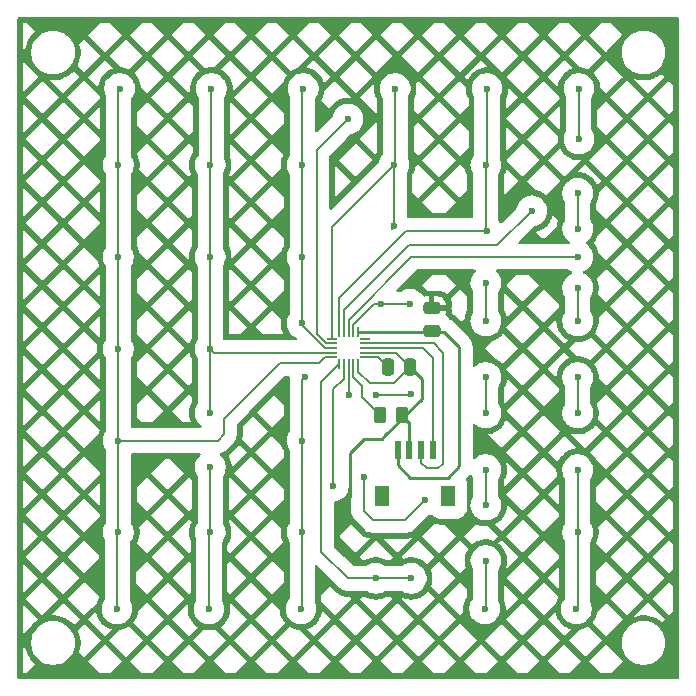
<source format=gbr>
%TF.GenerationSoftware,KiCad,Pcbnew,9.0.0*%
%TF.CreationDate,2025-03-14T15:54:35+08:00*%
%TF.ProjectId,xypad,78797061-642e-46b6-9963-61645f706362,rev?*%
%TF.SameCoordinates,Original*%
%TF.FileFunction,Copper,L2,Bot*%
%TF.FilePolarity,Positive*%
%FSLAX46Y46*%
G04 Gerber Fmt 4.6, Leading zero omitted, Abs format (unit mm)*
G04 Created by KiCad (PCBNEW 9.0.0) date 2025-03-14 15:54:35*
%MOMM*%
%LPD*%
G01*
G04 APERTURE LIST*
G04 Aperture macros list*
%AMRoundRect*
0 Rectangle with rounded corners*
0 $1 Rounding radius*
0 $2 $3 $4 $5 $6 $7 $8 $9 X,Y pos of 4 corners*
0 Add a 4 corners polygon primitive as box body*
4,1,4,$2,$3,$4,$5,$6,$7,$8,$9,$2,$3,0*
0 Add four circle primitives for the rounded corners*
1,1,$1+$1,$2,$3*
1,1,$1+$1,$4,$5*
1,1,$1+$1,$6,$7*
1,1,$1+$1,$8,$9*
0 Add four rect primitives between the rounded corners*
20,1,$1+$1,$2,$3,$4,$5,0*
20,1,$1+$1,$4,$5,$6,$7,0*
20,1,$1+$1,$6,$7,$8,$9,0*
20,1,$1+$1,$8,$9,$2,$3,0*%
%AMFreePoly0*
4,1,14,0.450784,0.088284,0.462500,0.060000,0.462500,0.036569,0.450784,0.008285,0.354215,-0.088284,0.325931,-0.100000,-0.422500,-0.100000,-0.450784,-0.088284,-0.462500,-0.060000,-0.462500,0.060000,-0.450784,0.088284,-0.422500,0.100000,0.422500,0.100000,0.450784,0.088284,0.450784,0.088284,$1*%
%AMFreePoly1*
4,1,14,0.354215,0.088284,0.450784,-0.008285,0.462500,-0.036569,0.462500,-0.060000,0.450784,-0.088284,0.422500,-0.100000,-0.422500,-0.100000,-0.450784,-0.088284,-0.462500,-0.060000,-0.462500,0.060000,-0.450784,0.088284,-0.422500,0.100000,0.325931,0.100000,0.354215,0.088284,0.354215,0.088284,$1*%
%AMFreePoly2*
4,1,14,0.088284,0.450784,0.100000,0.422500,0.100000,-0.422500,0.088284,-0.450784,0.060000,-0.462500,0.036569,-0.462500,0.008285,-0.450784,-0.088284,-0.354215,-0.100000,-0.325931,-0.100000,0.422500,-0.088284,0.450784,-0.060000,0.462500,0.060000,0.462500,0.088284,0.450784,0.088284,0.450784,$1*%
%AMFreePoly3*
4,1,14,0.088284,0.450784,0.100000,0.422500,0.100000,-0.325931,0.088284,-0.354215,-0.008285,-0.450784,-0.036569,-0.462500,-0.060000,-0.462500,-0.088284,-0.450784,-0.100000,-0.422500,-0.100000,0.422500,-0.088284,0.450784,-0.060000,0.462500,0.060000,0.462500,0.088284,0.450784,0.088284,0.450784,$1*%
%AMFreePoly4*
4,1,14,0.450784,0.088284,0.462500,0.060000,0.462500,-0.060000,0.450784,-0.088284,0.422500,-0.100000,-0.422500,-0.100000,-0.450784,-0.088284,-0.462500,-0.060000,-0.462500,-0.036569,-0.450784,-0.008285,-0.354215,0.088284,-0.325931,0.100000,0.422500,0.100000,0.450784,0.088284,0.450784,0.088284,$1*%
%AMFreePoly5*
4,1,14,0.450784,0.088284,0.462500,0.060000,0.462500,-0.060000,0.450784,-0.088284,0.422500,-0.100000,-0.325931,-0.100000,-0.354215,-0.088284,-0.450784,0.008285,-0.462500,0.036569,-0.462500,0.060000,-0.450784,0.088284,-0.422500,0.100000,0.422500,0.100000,0.450784,0.088284,0.450784,0.088284,$1*%
%AMFreePoly6*
4,1,14,-0.008285,0.450784,0.088284,0.354215,0.100000,0.325931,0.100000,-0.422500,0.088284,-0.450784,0.060000,-0.462500,-0.060000,-0.462500,-0.088284,-0.450784,-0.100000,-0.422500,-0.100000,0.422500,-0.088284,0.450784,-0.060000,0.462500,-0.036569,0.462500,-0.008285,0.450784,-0.008285,0.450784,$1*%
%AMFreePoly7*
4,1,14,0.088284,0.450784,0.100000,0.422500,0.100000,-0.422500,0.088284,-0.450784,0.060000,-0.462500,-0.060000,-0.462500,-0.088284,-0.450784,-0.100000,-0.422500,-0.100000,0.325931,-0.088284,0.354215,0.008285,0.450784,0.036569,0.462500,0.060000,0.462500,0.088284,0.450784,0.088284,0.450784,$1*%
G04 Aperture macros list end*
%TA.AperFunction,SMDPad,CuDef*%
%ADD10RoundRect,0.250000X0.262500X0.450000X-0.262500X0.450000X-0.262500X-0.450000X0.262500X-0.450000X0*%
%TD*%
%TA.AperFunction,SMDPad,CuDef*%
%ADD11R,0.600000X1.550000*%
%TD*%
%TA.AperFunction,SMDPad,CuDef*%
%ADD12R,1.200000X1.800000*%
%TD*%
%TA.AperFunction,SMDPad,CuDef*%
%ADD13FreePoly0,180.000000*%
%TD*%
%TA.AperFunction,SMDPad,CuDef*%
%ADD14RoundRect,0.050000X0.412500X0.050000X-0.412500X0.050000X-0.412500X-0.050000X0.412500X-0.050000X0*%
%TD*%
%TA.AperFunction,SMDPad,CuDef*%
%ADD15FreePoly1,180.000000*%
%TD*%
%TA.AperFunction,SMDPad,CuDef*%
%ADD16FreePoly2,180.000000*%
%TD*%
%TA.AperFunction,SMDPad,CuDef*%
%ADD17RoundRect,0.050000X0.050000X0.412500X-0.050000X0.412500X-0.050000X-0.412500X0.050000X-0.412500X0*%
%TD*%
%TA.AperFunction,SMDPad,CuDef*%
%ADD18FreePoly3,180.000000*%
%TD*%
%TA.AperFunction,SMDPad,CuDef*%
%ADD19FreePoly4,180.000000*%
%TD*%
%TA.AperFunction,SMDPad,CuDef*%
%ADD20FreePoly5,180.000000*%
%TD*%
%TA.AperFunction,SMDPad,CuDef*%
%ADD21FreePoly6,180.000000*%
%TD*%
%TA.AperFunction,SMDPad,CuDef*%
%ADD22FreePoly7,180.000000*%
%TD*%
%TA.AperFunction,SMDPad,CuDef*%
%ADD23RoundRect,0.250000X-0.250000X-0.475000X0.250000X-0.475000X0.250000X0.475000X-0.250000X0.475000X0*%
%TD*%
%TA.AperFunction,SMDPad,CuDef*%
%ADD24RoundRect,0.250000X0.475000X-0.250000X0.475000X0.250000X-0.475000X0.250000X-0.475000X-0.250000X0*%
%TD*%
%TA.AperFunction,ViaPad*%
%ADD25C,0.600000*%
%TD*%
%TA.AperFunction,Conductor*%
%ADD26C,0.127000*%
%TD*%
%TA.AperFunction,Conductor*%
%ADD27C,0.254000*%
%TD*%
G04 APERTURE END LIST*
D10*
%TO.P,R3,1*%
%TO.N,GND*%
X181403394Y-66810000D03*
%TO.P,R3,2*%
%TO.N,Net-(U1-REXT)*%
X179578394Y-66810000D03*
%TD*%
D11*
%TO.P,J2,1,1*%
%TO.N,/XY.SDA*%
X184047113Y-69778894D03*
%TO.P,J2,2,2*%
%TO.N,/XY.SCL*%
X183047113Y-69778894D03*
%TO.P,J2,3,3*%
%TO.N,GND*%
X182047113Y-69778894D03*
%TO.P,J2,4,4*%
%TO.N,3.3V*%
X181047113Y-69778894D03*
D12*
%TO.P,J2,MP1,MP1*%
%TO.N,unconnected-(J2-PadMP1)*%
X185347113Y-73653894D03*
%TO.P,J2,MP2,MP2*%
%TO.N,unconnected-(J2-PadMP2)*%
X179747113Y-73653894D03*
%TD*%
D13*
%TO.P,U1,1,~{IRQ}*%
%TO.N,unconnected-(U1-~{IRQ}-Pad1)*%
X178287500Y-60300000D03*
D14*
%TO.P,U1,2,SCL*%
%TO.N,/XY.SCL*%
X178287500Y-60700000D03*
%TO.P,U1,3,SDA*%
%TO.N,/XY.SDA*%
X178287500Y-61100000D03*
%TO.P,U1,4,ADDR*%
%TO.N,GND*%
X178287500Y-61500000D03*
D15*
%TO.P,U1,5,VREG*%
%TO.N,Net-(U1-VREG)*%
X178287500Y-61900000D03*
D16*
%TO.P,U1,6,VSS*%
%TO.N,GND*%
X177700000Y-62487500D03*
D17*
%TO.P,U1,7,REXT*%
%TO.N,Net-(U1-REXT)*%
X177300000Y-62487500D03*
%TO.P,U1,8,ELE0*%
%TO.N,/LED4{slash}ELE8*%
X176900000Y-62487500D03*
%TO.P,U1,9,ELE1*%
%TO.N,/LED3{slash}ELE7*%
X176500000Y-62487500D03*
D18*
%TO.P,U1,10,ELE2*%
%TO.N,/LED2{slash}ELE6*%
X176100000Y-62487500D03*
D19*
%TO.P,U1,11,ELE3*%
%TO.N,/ELE0*%
X175512500Y-61900000D03*
D14*
%TO.P,U1,12,LED0/ELE4*%
%TO.N,/ELE1*%
X175512500Y-61500000D03*
%TO.P,U1,13,LED1/ELE5*%
%TO.N,/ELE2*%
X175512500Y-61100000D03*
%TO.P,U1,14,LED2/ELE6*%
%TO.N,/LED7{slash}ELE11*%
X175512500Y-60700000D03*
D20*
%TO.P,U1,15,LED3/ELE7*%
%TO.N,/ELE3*%
X175512500Y-60300000D03*
D21*
%TO.P,U1,16,LED4/ELE8*%
%TO.N,/LED0{slash}ELE4*%
X176100000Y-59712500D03*
D17*
%TO.P,U1,17,LED5/ELE9*%
%TO.N,/LED6{slash}ELE10*%
X176500000Y-59712500D03*
%TO.P,U1,18,LED6/ELE10*%
%TO.N,/LED1{slash}ELE5*%
X176900000Y-59712500D03*
%TO.P,U1,19,LED7/ELE11*%
%TO.N,/LED5{slash}ELE9*%
X177300000Y-59712500D03*
D22*
%TO.P,U1,20,VDD*%
%TO.N,3.3V*%
X177700000Y-59712500D03*
%TD*%
D23*
%TO.P,C2,1*%
%TO.N,Net-(U1-VREG)*%
X180210001Y-62700000D03*
%TO.P,C2,2*%
%TO.N,GND*%
X182109999Y-62700000D03*
%TD*%
D24*
%TO.P,C1,1*%
%TO.N,3.3V*%
X183920000Y-59640893D03*
%TO.P,C1,2*%
%TO.N,GND*%
X183920000Y-57740895D03*
%TD*%
D25*
%TO.N,/LED0{slash}ELE4*%
X188517262Y-79100000D03*
X188517262Y-74400000D03*
%TO.N,/LED2{slash}ELE6*%
X182200000Y-80602061D03*
X179200000Y-80602061D03*
%TO.N,/LED5{slash}ELE9*%
X179600000Y-57400000D03*
X182100000Y-57400000D03*
%TO.N,/LED4{slash}ELE8*%
X182200000Y-65000000D03*
X176898456Y-65094168D03*
X179200000Y-65094168D03*
%TO.N,/LED6{slash}ELE10*%
X192406349Y-49489363D03*
%TO.N,/LED1{slash}ELE5*%
X196295436Y-66600000D03*
X196295436Y-48000000D03*
X196295436Y-56000000D03*
X196295436Y-51000000D03*
X196295436Y-63600000D03*
X196295436Y-58800000D03*
X196398990Y-39132761D03*
X196295436Y-53378450D03*
X196295436Y-76712974D03*
X196398990Y-43400000D03*
X196295436Y-71400000D03*
X196191883Y-83180489D03*
%TO.N,/ELE2*%
X172960912Y-53378450D03*
X172857359Y-83180489D03*
X172960912Y-59000000D03*
X172960912Y-76712974D03*
X172960912Y-68934799D03*
X172960912Y-45600275D03*
X173200000Y-63600000D03*
X173064465Y-39132762D03*
%TO.N,/ELE3*%
X180739087Y-50800000D03*
X180842641Y-39132761D03*
X180739087Y-45600275D03*
%TO.N,/ELE1*%
X165182738Y-66600000D03*
X165200000Y-71200000D03*
X165079184Y-83180489D03*
X165182738Y-45600275D03*
X165286291Y-39132761D03*
X165182738Y-61156625D03*
X165182738Y-76712974D03*
X165182739Y-53378449D03*
%TO.N,/LED7{slash}ELE11*%
X176849999Y-41711189D03*
%TO.N,/ELE0*%
X157508116Y-39132762D03*
X157404563Y-76712974D03*
X157404563Y-53378450D03*
X157404563Y-61156625D03*
X157301010Y-83180489D03*
X157404563Y-68934799D03*
X157404563Y-45600275D03*
%TO.N,/LED3{slash}ELE7*%
X175600000Y-72800000D03*
X178200000Y-72000000D03*
X183400000Y-74000000D03*
%TO.N,/LED0{slash}ELE4*%
X188413708Y-83180489D03*
X188620815Y-39132761D03*
X188600000Y-51200000D03*
X188517262Y-63600000D03*
X188517262Y-58800000D03*
X188517262Y-66600000D03*
X188517262Y-71400000D03*
X188517262Y-45600275D03*
X188517262Y-55600000D03*
%TD*%
D26*
%TO.N,/LED2{slash}ELE6*%
X179200000Y-80602061D02*
X182200000Y-80602061D01*
%TO.N,/LED0{slash}ELE4*%
X188517262Y-79100000D02*
X188517262Y-83076935D01*
%TO.N,/LED3{slash}ELE7*%
X176500000Y-63700000D02*
X176500000Y-62487500D01*
X175600000Y-64600000D02*
X176500000Y-63700000D01*
X175600000Y-72800000D02*
X175600000Y-64600000D01*
%TO.N,/LED2{slash}ELE6*%
X179200000Y-80602061D02*
X176850000Y-80602061D01*
D27*
%TO.N,3.3V*%
X184991607Y-59712500D02*
X177728000Y-59712500D01*
X186270001Y-60990894D02*
X184991607Y-59712500D01*
X186270001Y-71129999D02*
X186270001Y-60990894D01*
X182100000Y-72100000D02*
X185300000Y-72100000D01*
X185300000Y-72100000D02*
X186270001Y-71129999D01*
X181047113Y-71047113D02*
X182100000Y-72100000D01*
X181047113Y-69778894D02*
X181047113Y-71047113D01*
D26*
%TO.N,/XY.SCL*%
X184500000Y-71300000D02*
X183500000Y-71300000D01*
X183500000Y-71300000D02*
X183047113Y-70847113D01*
X184896750Y-70903250D02*
X184500000Y-71300000D01*
X183047113Y-70847113D02*
X183047113Y-69778894D01*
X184100000Y-60700000D02*
X184896750Y-61496750D01*
X184896750Y-61496750D02*
X184896750Y-70903250D01*
X178287500Y-60700000D02*
X184100000Y-60700000D01*
%TO.N,/LED3{slash}ELE7*%
X179000000Y-75700000D02*
X178200000Y-74900000D01*
X181700000Y-75700000D02*
X179000000Y-75700000D01*
X183400000Y-74000000D02*
X181700000Y-75700000D01*
X178200000Y-74900000D02*
X178200000Y-72000000D01*
D27*
%TO.N,GND*%
X181403394Y-66810000D02*
X181690000Y-66810000D01*
X181403394Y-67096606D02*
X180000000Y-68500000D01*
X181403394Y-66810000D02*
X182047113Y-67453719D01*
X183100000Y-63690001D02*
X182109999Y-62700000D01*
X183100000Y-65400000D02*
X183100000Y-63690001D01*
X179700000Y-68800000D02*
X178200000Y-68800000D01*
X181403394Y-66810000D02*
X181403394Y-67096606D01*
X181690000Y-66810000D02*
X183100000Y-65400000D01*
X182047113Y-67453719D02*
X182047113Y-69778894D01*
X177000000Y-70000000D02*
X177000000Y-73700000D01*
X180000000Y-68500000D02*
X179700000Y-68800000D01*
X178200000Y-68800000D02*
X177000000Y-70000000D01*
D26*
%TO.N,Net-(U1-VREG)*%
X180210001Y-62700000D02*
X179410001Y-61900000D01*
X179410001Y-61900000D02*
X178287500Y-61900000D01*
%TO.N,/XY.SDA*%
X184047113Y-61947113D02*
X183200000Y-61100000D01*
X184047113Y-69778894D02*
X184047113Y-61947113D01*
X183200000Y-61100000D02*
X178287500Y-61100000D01*
%TO.N,Net-(U1-REXT)*%
X178000000Y-64300000D02*
X177300000Y-63600000D01*
X179578394Y-66810000D02*
X178000000Y-65231606D01*
X178000000Y-65231606D02*
X178000000Y-64300000D01*
X177300000Y-63600000D02*
X177300000Y-62487500D01*
%TO.N,/LED5{slash}ELE9*%
X179032844Y-57400000D02*
X177300000Y-59132844D01*
X182100000Y-57400000D02*
X179600000Y-57400000D01*
X179600000Y-57400000D02*
X179032844Y-57400000D01*
X177300000Y-59132844D02*
X177300000Y-59712500D01*
%TO.N,/LED4{slash}ELE8*%
X176898456Y-63501544D02*
X176900000Y-63500000D01*
X182000000Y-65000000D02*
X181905832Y-65094168D01*
X181905832Y-65094168D02*
X179200000Y-65094168D01*
X176900000Y-63500000D02*
X176900000Y-62487500D01*
X182200000Y-65000000D02*
X182000000Y-65000000D01*
X176898456Y-65094168D02*
X176898456Y-63501544D01*
%TO.N,/LED6{slash}ELE10*%
X192406349Y-49489363D02*
X189495712Y-52400000D01*
X176500000Y-57900000D02*
X176500000Y-59712500D01*
X189495712Y-52400000D02*
X182000000Y-52400000D01*
X182000000Y-52400000D02*
X176500000Y-57900000D01*
%TO.N,/LED1{slash}ELE5*%
X176900000Y-58700000D02*
X176900000Y-59712500D01*
X196295436Y-63600000D02*
X196295436Y-66600000D01*
X196295436Y-71400000D02*
X196295436Y-76712974D01*
X196398990Y-43400000D02*
X196398990Y-39132761D01*
X196398990Y-43400000D02*
X196295436Y-43503554D01*
X196295436Y-48000000D02*
X196295436Y-51000000D01*
X196295436Y-53378450D02*
X182221550Y-53378450D01*
X196295436Y-76712974D02*
X196295436Y-83076936D01*
X182221550Y-53378450D02*
X176900000Y-58700000D01*
X196295436Y-56000000D02*
X196295436Y-58800000D01*
X196295436Y-83076936D02*
X196191883Y-83180489D01*
%TO.N,/ELE2*%
X172960912Y-83076936D02*
X172857359Y-83180489D01*
X172960912Y-76712974D02*
X172960912Y-83076936D01*
X173200000Y-63600000D02*
X172960912Y-63839088D01*
X172960912Y-45600275D02*
X172960912Y-39236315D01*
X172960912Y-68934799D02*
X172960912Y-76712974D01*
X172960912Y-53378450D02*
X172960912Y-45600275D01*
X172960912Y-59139006D02*
X172960912Y-59000000D01*
X172960912Y-63839088D02*
X172960912Y-68934799D01*
X174921906Y-61100000D02*
X172960912Y-59139006D01*
X175512500Y-61100000D02*
X174921906Y-61100000D01*
X172960912Y-59000000D02*
X172960912Y-53378450D01*
X172960912Y-39236315D02*
X173064465Y-39132762D01*
%TO.N,/ELE3*%
X180739087Y-45600275D02*
X180739087Y-50800000D01*
X180739087Y-50860913D02*
X180600000Y-51000000D01*
X180842641Y-39132761D02*
X180842641Y-45496721D01*
X180739087Y-50800000D02*
X180739087Y-50860913D01*
X180739087Y-45600275D02*
X175512500Y-50826862D01*
X180842641Y-45496721D02*
X180739087Y-45600275D01*
X175512500Y-50826862D02*
X175512500Y-60300000D01*
%TO.N,/ELE1*%
X165182739Y-53378449D02*
X165182738Y-61156625D01*
X165182738Y-61156625D02*
X165182738Y-66600000D01*
X165079184Y-83180489D02*
X165079184Y-76816528D01*
X175512500Y-61500000D02*
X165526113Y-61500000D01*
X165182738Y-66782738D02*
X165200000Y-66800000D01*
X165182738Y-76712974D02*
X165182738Y-71217262D01*
X165286291Y-45496722D02*
X165182738Y-45600275D01*
X165182738Y-71217262D02*
X165200000Y-71200000D01*
X165526113Y-61500000D02*
X165182738Y-61156625D01*
X165182738Y-66600000D02*
X165182738Y-66782738D01*
X165182738Y-45600275D02*
X165182739Y-53378449D01*
X165286291Y-39132761D02*
X165286291Y-45496722D01*
X165079184Y-76816528D02*
X165182738Y-76712974D01*
%TO.N,/LED2{slash}ELE6*%
X174600000Y-78352061D02*
X176850000Y-80602061D01*
X176100000Y-62487500D02*
X174600000Y-63987500D01*
X174600000Y-63987500D02*
X174600000Y-78352061D01*
%TO.N,/LED7{slash}ELE11*%
X174200000Y-59914232D02*
X174985768Y-60700000D01*
X176849999Y-41711189D02*
X174200000Y-44361188D01*
X174200000Y-44361188D02*
X174200000Y-59914232D01*
X174985768Y-60700000D02*
X175512500Y-60700000D01*
%TO.N,/ELE0*%
X157404563Y-61156625D02*
X157404563Y-53378450D01*
X157404563Y-68934799D02*
X157404563Y-61156625D01*
X166367399Y-68367399D02*
X165800000Y-68934799D01*
X157404563Y-53378450D02*
X157404563Y-45600275D01*
X175512500Y-61900000D02*
X174900000Y-61900000D01*
X174900000Y-61900000D02*
X174400000Y-62400000D01*
X157301010Y-76816527D02*
X157404563Y-76712974D01*
X171064500Y-62400000D02*
X166367399Y-67097101D01*
X157301010Y-83180489D02*
X157301010Y-76816527D01*
X157404563Y-39236315D02*
X157508116Y-39132762D01*
X157404563Y-76712974D02*
X157404563Y-68934799D01*
X165800000Y-68934799D02*
X157404563Y-68934799D01*
X166367399Y-67097101D02*
X166367399Y-68367399D01*
X174400000Y-62400000D02*
X171064500Y-62400000D01*
X157404563Y-45600275D02*
X157404563Y-39236315D01*
%TO.N,/LED0{slash}ELE4*%
X181800000Y-51200000D02*
X181600000Y-51400000D01*
X176100000Y-56900000D02*
X176100000Y-59712500D01*
X188517262Y-45600275D02*
X188517262Y-51117262D01*
X181600000Y-51400000D02*
X176100000Y-56900000D01*
X188517262Y-51117262D02*
X188600000Y-51200000D01*
X188620815Y-45496722D02*
X188517262Y-45600275D01*
X188517262Y-63600000D02*
X188517262Y-66600000D01*
X188600000Y-51200000D02*
X181800000Y-51200000D01*
X188517262Y-58800000D02*
X188517262Y-55600000D01*
X188620815Y-39132761D02*
X188620815Y-45496722D01*
X188517262Y-83076935D02*
X188413708Y-83180489D01*
X188517262Y-71400000D02*
X188517262Y-74400000D01*
%TO.N,GND*%
X177700000Y-62487500D02*
X177700000Y-63100000D01*
X177700000Y-63100000D02*
X178700000Y-64100000D01*
X180709999Y-64100000D02*
X182109999Y-62700000D01*
X178700000Y-64100000D02*
X180709999Y-64100000D01*
X180909999Y-61500000D02*
X178287500Y-61500000D01*
X182109999Y-62700000D02*
X180909999Y-61500000D01*
%TD*%
%TA.AperFunction,Conductor*%
%TO.N,GND*%
G36*
X204792539Y-33120185D02*
G01*
X204838294Y-33172989D01*
X204849500Y-33224500D01*
X204849500Y-88975500D01*
X204829815Y-89042539D01*
X204777011Y-89088294D01*
X204725500Y-89099500D01*
X148974500Y-89099500D01*
X148907461Y-89079815D01*
X148861706Y-89027011D01*
X148850500Y-88975500D01*
X148850500Y-88601500D01*
X149348500Y-88601500D01*
X149637126Y-88601500D01*
X150363341Y-87875283D01*
X150342634Y-87859394D01*
X150339462Y-87856877D01*
X150333137Y-87851687D01*
X150330033Y-87849054D01*
X150317778Y-87838306D01*
X150314785Y-87835593D01*
X150308812Y-87830000D01*
X150305886Y-87827168D01*
X150122832Y-87644114D01*
X150120000Y-87641188D01*
X150114407Y-87635215D01*
X150111694Y-87632222D01*
X150100946Y-87619967D01*
X150098313Y-87616863D01*
X150093123Y-87610538D01*
X150090606Y-87607366D01*
X149933009Y-87401981D01*
X149930589Y-87398717D01*
X149925817Y-87392057D01*
X149923506Y-87388718D01*
X149914451Y-87375164D01*
X149912250Y-87371751D01*
X149907936Y-87364812D01*
X149905857Y-87361342D01*
X149776422Y-87137156D01*
X149774455Y-87133617D01*
X149770600Y-87126406D01*
X149768744Y-87122793D01*
X149761534Y-87108174D01*
X149759796Y-87104499D01*
X149756417Y-87097041D01*
X149754804Y-87093321D01*
X149655733Y-86854144D01*
X149654236Y-86850355D01*
X149651353Y-86842692D01*
X149649991Y-86838883D01*
X149644752Y-86823448D01*
X149643510Y-86819583D01*
X149641137Y-86811759D01*
X149640024Y-86807863D01*
X149576533Y-86570914D01*
X149348500Y-86342881D01*
X149348500Y-88601500D01*
X148850500Y-88601500D01*
X148850500Y-85953711D01*
X150024500Y-85953711D01*
X150024500Y-86196288D01*
X150056161Y-86436785D01*
X150118947Y-86671104D01*
X150194765Y-86854144D01*
X150211776Y-86895212D01*
X150333064Y-87105289D01*
X150333066Y-87105292D01*
X150333067Y-87105293D01*
X150480733Y-87297736D01*
X150480739Y-87297743D01*
X150652256Y-87469260D01*
X150652262Y-87469265D01*
X150844711Y-87616936D01*
X151054788Y-87738224D01*
X151278900Y-87831054D01*
X151513211Y-87893838D01*
X151693586Y-87917584D01*
X151753711Y-87925500D01*
X151753712Y-87925500D01*
X151996289Y-87925500D01*
X152044388Y-87919167D01*
X152236789Y-87893838D01*
X152471100Y-87831054D01*
X152695212Y-87738224D01*
X152905289Y-87616936D01*
X152905852Y-87616504D01*
X154861934Y-87616504D01*
X155846930Y-88601500D01*
X156708194Y-88601500D01*
X157693190Y-87616504D01*
X158397468Y-87616504D01*
X159382464Y-88601500D01*
X160243728Y-88601500D01*
X161228724Y-87616504D01*
X161933002Y-87616504D01*
X162917998Y-88601500D01*
X163779262Y-88601500D01*
X164764258Y-87616504D01*
X165468536Y-87616504D01*
X166453532Y-88601500D01*
X167314796Y-88601500D01*
X168299792Y-87616504D01*
X169004070Y-87616504D01*
X169989066Y-88601500D01*
X170850330Y-88601500D01*
X171835326Y-87616504D01*
X172539604Y-87616504D01*
X173524600Y-88601500D01*
X174385864Y-88601500D01*
X175370860Y-87616504D01*
X175370859Y-87616503D01*
X176075137Y-87616503D01*
X177060134Y-88601500D01*
X177921398Y-88601500D01*
X178906394Y-87616504D01*
X178906393Y-87616503D01*
X179610671Y-87616503D01*
X180595668Y-88601500D01*
X181456932Y-88601500D01*
X182441928Y-87616504D01*
X183146205Y-87616504D01*
X184131201Y-88601500D01*
X184992465Y-88601500D01*
X185977460Y-87616504D01*
X186681739Y-87616504D01*
X187666735Y-88601500D01*
X188527999Y-88601500D01*
X189512994Y-87616504D01*
X190217273Y-87616504D01*
X191202269Y-88601500D01*
X192063533Y-88601500D01*
X193048528Y-87616504D01*
X193752807Y-87616504D01*
X194737803Y-88601500D01*
X195599067Y-88601500D01*
X196584063Y-87616504D01*
X197288341Y-87616504D01*
X198273337Y-88601500D01*
X199134601Y-88601500D01*
X200108042Y-87628058D01*
X200100946Y-87619967D01*
X200098313Y-87616863D01*
X200093123Y-87610538D01*
X200090606Y-87607366D01*
X200025133Y-87522040D01*
X198703969Y-86200876D01*
X197288341Y-87616504D01*
X196584063Y-87616504D01*
X195168435Y-86200876D01*
X193752807Y-87616504D01*
X193048528Y-87616504D01*
X193048529Y-87616503D01*
X191632901Y-86200875D01*
X190217273Y-87616504D01*
X189512994Y-87616504D01*
X189512995Y-87616503D01*
X188097367Y-86200875D01*
X186681739Y-87616504D01*
X185977460Y-87616504D01*
X185977461Y-87616503D01*
X184561833Y-86200875D01*
X183146205Y-87616504D01*
X182441928Y-87616504D01*
X181026299Y-86200875D01*
X179610671Y-87616503D01*
X178906393Y-87616503D01*
X177490765Y-86200875D01*
X176075137Y-87616503D01*
X175370859Y-87616503D01*
X173955232Y-86200876D01*
X172539604Y-87616504D01*
X171835326Y-87616504D01*
X170419698Y-86200876D01*
X169004070Y-87616504D01*
X168299792Y-87616504D01*
X166884164Y-86200876D01*
X165468536Y-87616504D01*
X164764258Y-87616504D01*
X163348630Y-86200876D01*
X161933002Y-87616504D01*
X161228724Y-87616504D01*
X159813096Y-86200876D01*
X158397468Y-87616504D01*
X157693190Y-87616504D01*
X156277562Y-86200876D01*
X154861934Y-87616504D01*
X152905852Y-87616504D01*
X153097738Y-87469265D01*
X153269265Y-87297738D01*
X153416936Y-87105289D01*
X153538224Y-86895212D01*
X153631054Y-86671100D01*
X153693838Y-86436789D01*
X153725500Y-86196288D01*
X153725500Y-85953712D01*
X153723892Y-85941501D01*
X153693838Y-85713214D01*
X153693838Y-85713211D01*
X153631054Y-85478900D01*
X153538224Y-85254788D01*
X153416936Y-85044711D01*
X153371312Y-84985253D01*
X153957649Y-84985253D01*
X153973578Y-85012843D01*
X153975545Y-85016383D01*
X153979400Y-85023594D01*
X153981256Y-85027207D01*
X153988466Y-85041826D01*
X153990204Y-85045501D01*
X153993583Y-85052959D01*
X153995196Y-85056679D01*
X154094267Y-85295856D01*
X154095764Y-85299645D01*
X154098647Y-85307308D01*
X154100009Y-85311117D01*
X154105248Y-85326552D01*
X154106490Y-85330417D01*
X154108863Y-85338241D01*
X154109976Y-85342137D01*
X154176978Y-85592190D01*
X154177963Y-85596125D01*
X154179821Y-85604093D01*
X154180679Y-85608062D01*
X154183859Y-85624050D01*
X154184584Y-85628039D01*
X154185917Y-85636112D01*
X154186513Y-85640128D01*
X154220303Y-85896791D01*
X154220767Y-85900821D01*
X154221569Y-85908963D01*
X154221901Y-85913009D01*
X154222967Y-85929275D01*
X154223165Y-85933323D01*
X154223433Y-85941501D01*
X154223500Y-85945562D01*
X154223500Y-86204438D01*
X154223433Y-86208499D01*
X154223165Y-86216677D01*
X154222967Y-86220725D01*
X154221901Y-86236991D01*
X154221569Y-86241037D01*
X154220767Y-86249179D01*
X154220303Y-86253209D01*
X154186513Y-86509872D01*
X154185917Y-86513888D01*
X154184584Y-86521961D01*
X154183859Y-86525950D01*
X154180679Y-86541938D01*
X154179821Y-86545907D01*
X154177963Y-86553875D01*
X154176978Y-86557810D01*
X154109976Y-86807863D01*
X154108863Y-86811759D01*
X154106490Y-86819583D01*
X154105248Y-86823448D01*
X154100009Y-86838883D01*
X154098647Y-86842692D01*
X154095769Y-86850339D01*
X154509795Y-87264365D01*
X155925423Y-85848737D01*
X155925422Y-85848736D01*
X156629700Y-85848736D01*
X158045329Y-87264365D01*
X159460957Y-85848737D01*
X160165235Y-85848737D01*
X161580863Y-87264365D01*
X162996491Y-85848737D01*
X162996490Y-85848736D01*
X163700768Y-85848736D01*
X165116397Y-87264365D01*
X166532025Y-85848737D01*
X167236303Y-85848737D01*
X168651931Y-87264365D01*
X170067559Y-85848737D01*
X170067558Y-85848736D01*
X170771836Y-85848736D01*
X172187465Y-87264365D01*
X173603093Y-85848737D01*
X174307370Y-85848737D01*
X175722998Y-87264365D01*
X177138627Y-85848737D01*
X177842904Y-85848737D01*
X179258532Y-87264365D01*
X180674161Y-85848737D01*
X181378438Y-85848737D01*
X182794066Y-87264365D01*
X184209695Y-85848737D01*
X184913972Y-85848737D01*
X186329600Y-87264365D01*
X187745228Y-85848737D01*
X188449506Y-85848737D01*
X189865134Y-87264365D01*
X191280762Y-85848737D01*
X191985040Y-85848737D01*
X193400668Y-87264365D01*
X194816296Y-85848737D01*
X194816295Y-85848736D01*
X195520573Y-85848736D01*
X196936202Y-87264365D01*
X198246856Y-85953711D01*
X200024500Y-85953711D01*
X200024500Y-86196288D01*
X200056161Y-86436785D01*
X200118947Y-86671104D01*
X200194765Y-86854144D01*
X200211776Y-86895212D01*
X200333064Y-87105289D01*
X200333066Y-87105292D01*
X200333067Y-87105293D01*
X200480733Y-87297736D01*
X200480739Y-87297743D01*
X200652256Y-87469260D01*
X200652262Y-87469265D01*
X200844711Y-87616936D01*
X201054788Y-87738224D01*
X201278900Y-87831054D01*
X201513211Y-87893838D01*
X201693586Y-87917584D01*
X201753711Y-87925500D01*
X201753712Y-87925500D01*
X201996289Y-87925500D01*
X202044388Y-87919167D01*
X202236789Y-87893838D01*
X202471100Y-87831054D01*
X202695212Y-87738224D01*
X202905289Y-87616936D01*
X203097738Y-87469265D01*
X203269265Y-87297738D01*
X203416936Y-87105289D01*
X203538224Y-86895212D01*
X203631054Y-86671100D01*
X203693838Y-86436789D01*
X203725500Y-86196288D01*
X203725500Y-85953712D01*
X203723892Y-85941501D01*
X203693838Y-85713214D01*
X203693838Y-85713211D01*
X203631054Y-85478900D01*
X203538224Y-85254788D01*
X203416936Y-85044711D01*
X203336055Y-84939305D01*
X203269266Y-84852263D01*
X203269260Y-84852256D01*
X203097743Y-84680739D01*
X203097736Y-84680733D01*
X202905293Y-84533067D01*
X202905292Y-84533066D01*
X202905289Y-84533064D01*
X202695212Y-84411776D01*
X202695205Y-84411773D01*
X202471104Y-84318947D01*
X202236785Y-84256161D01*
X201996289Y-84224500D01*
X201996288Y-84224500D01*
X201753712Y-84224500D01*
X201753711Y-84224500D01*
X201513214Y-84256161D01*
X201278895Y-84318947D01*
X201054794Y-84411773D01*
X201054785Y-84411777D01*
X200844706Y-84533067D01*
X200652263Y-84680733D01*
X200652256Y-84680739D01*
X200480739Y-84852256D01*
X200480733Y-84852263D01*
X200333067Y-85044706D01*
X200211777Y-85254785D01*
X200211773Y-85254794D01*
X200118947Y-85478895D01*
X200056161Y-85713214D01*
X200024500Y-85953711D01*
X198246856Y-85953711D01*
X198351830Y-85848737D01*
X197185062Y-84681969D01*
X197158295Y-84701417D01*
X197154295Y-84704205D01*
X197146130Y-84709660D01*
X197142035Y-84712281D01*
X197125356Y-84722502D01*
X197121153Y-84724966D01*
X197112587Y-84729763D01*
X197108295Y-84732057D01*
X196908471Y-84833873D01*
X196904090Y-84835997D01*
X196895164Y-84840112D01*
X196890691Y-84842069D01*
X196872618Y-84849553D01*
X196868094Y-84851323D01*
X196858891Y-84854718D01*
X196854293Y-84856313D01*
X196641003Y-84925616D01*
X196636343Y-84927029D01*
X196626883Y-84929697D01*
X196622159Y-84930930D01*
X196603136Y-84935495D01*
X196598395Y-84936535D01*
X196588774Y-84938449D01*
X196583978Y-84939305D01*
X196401028Y-84968281D01*
X195520573Y-85848736D01*
X194816295Y-85848736D01*
X193400668Y-84433109D01*
X191985040Y-85848737D01*
X191280762Y-85848737D01*
X189865134Y-84433108D01*
X188449506Y-85848737D01*
X187745228Y-85848737D01*
X186329600Y-84433108D01*
X184913972Y-85848737D01*
X184209695Y-85848737D01*
X182794066Y-84433108D01*
X181378438Y-85848737D01*
X180674161Y-85848737D01*
X179258532Y-84433108D01*
X177842904Y-85848737D01*
X177138627Y-85848737D01*
X175722998Y-84433108D01*
X174307370Y-85848737D01*
X173603093Y-85848737D01*
X172732958Y-84978602D01*
X172730533Y-84978507D01*
X172725669Y-84978220D01*
X172706167Y-84976684D01*
X172701333Y-84976208D01*
X172691588Y-84975055D01*
X172686760Y-84974387D01*
X172465264Y-84939305D01*
X172460468Y-84938449D01*
X172450847Y-84936535D01*
X172446106Y-84935495D01*
X172427083Y-84930930D01*
X172422359Y-84929697D01*
X172412899Y-84927029D01*
X172408239Y-84925616D01*
X172349539Y-84906543D01*
X173365177Y-84906543D01*
X173955232Y-85496598D01*
X175370860Y-84080970D01*
X176075137Y-84080970D01*
X177490765Y-85496598D01*
X178906394Y-84080970D01*
X179610671Y-84080970D01*
X181026299Y-85496598D01*
X182441928Y-84080970D01*
X183146205Y-84080970D01*
X184561833Y-85496598D01*
X185977461Y-84080970D01*
X184561833Y-82665341D01*
X183146205Y-84080970D01*
X182441928Y-84080970D01*
X181026299Y-82665341D01*
X179610671Y-84080970D01*
X178906394Y-84080970D01*
X177490765Y-82665341D01*
X176075137Y-84080970D01*
X175370860Y-84080970D01*
X174649851Y-83359961D01*
X174616175Y-83572584D01*
X174615319Y-83577380D01*
X174613405Y-83587001D01*
X174612365Y-83591742D01*
X174607800Y-83610765D01*
X174606567Y-83615489D01*
X174603899Y-83624949D01*
X174602486Y-83629609D01*
X174533183Y-83842899D01*
X174531588Y-83847497D01*
X174528193Y-83856700D01*
X174526423Y-83861224D01*
X174518939Y-83879297D01*
X174516982Y-83883770D01*
X174512867Y-83892696D01*
X174510743Y-83897077D01*
X174408927Y-84096901D01*
X174406633Y-84101193D01*
X174401836Y-84109759D01*
X174399372Y-84113962D01*
X174389151Y-84130641D01*
X174386530Y-84134736D01*
X174381075Y-84142901D01*
X174378288Y-84146901D01*
X174246465Y-84328342D01*
X174243520Y-84332231D01*
X174237434Y-84339950D01*
X174234342Y-84343717D01*
X174221635Y-84358592D01*
X174218406Y-84362226D01*
X174211748Y-84369428D01*
X174208376Y-84372934D01*
X174049804Y-84531506D01*
X174046298Y-84534878D01*
X174039096Y-84541536D01*
X174035462Y-84544765D01*
X174020587Y-84557472D01*
X174016820Y-84560564D01*
X174009101Y-84566650D01*
X174005212Y-84569595D01*
X173823771Y-84701418D01*
X173819771Y-84704205D01*
X173811606Y-84709660D01*
X173807511Y-84712281D01*
X173790832Y-84722502D01*
X173786629Y-84724966D01*
X173778063Y-84729763D01*
X173773771Y-84732057D01*
X173573947Y-84833873D01*
X173569566Y-84835997D01*
X173560640Y-84840112D01*
X173556167Y-84842069D01*
X173538094Y-84849553D01*
X173533570Y-84851323D01*
X173524367Y-84854718D01*
X173519769Y-84856313D01*
X173365177Y-84906543D01*
X172349539Y-84906543D01*
X172194949Y-84856313D01*
X172190351Y-84854718D01*
X172181148Y-84851323D01*
X172176624Y-84849553D01*
X172158551Y-84842069D01*
X172154078Y-84840112D01*
X172145152Y-84835997D01*
X172140771Y-84833873D01*
X171940947Y-84732057D01*
X171936655Y-84729763D01*
X171928089Y-84724966D01*
X171923886Y-84722502D01*
X171907879Y-84712693D01*
X170771836Y-85848736D01*
X170067558Y-85848736D01*
X168651931Y-84433109D01*
X167236303Y-85848737D01*
X166532025Y-85848737D01*
X165589137Y-84905849D01*
X165528305Y-84925616D01*
X165523644Y-84927029D01*
X165514184Y-84929697D01*
X165509460Y-84930930D01*
X165490437Y-84935495D01*
X165485696Y-84936535D01*
X165476075Y-84938449D01*
X165471279Y-84939305D01*
X165249783Y-84974387D01*
X165244955Y-84975055D01*
X165235210Y-84976208D01*
X165230376Y-84976684D01*
X165210874Y-84978220D01*
X165206010Y-84978507D01*
X165196193Y-84978893D01*
X165191321Y-84978989D01*
X164967047Y-84978989D01*
X164962175Y-84978893D01*
X164952358Y-84978507D01*
X164947494Y-84978220D01*
X164927992Y-84976684D01*
X164923158Y-84976208D01*
X164913413Y-84975055D01*
X164908585Y-84974387D01*
X164687089Y-84939305D01*
X164682293Y-84938449D01*
X164672672Y-84936535D01*
X164667931Y-84935495D01*
X164648908Y-84930930D01*
X164644184Y-84929697D01*
X164634724Y-84927029D01*
X164630065Y-84925616D01*
X164625403Y-84924101D01*
X163700768Y-85848736D01*
X162996490Y-85848736D01*
X161580863Y-84433109D01*
X160165235Y-85848737D01*
X159460957Y-85848737D01*
X158294189Y-84681969D01*
X158267422Y-84701417D01*
X158263422Y-84704205D01*
X158255257Y-84709660D01*
X158251162Y-84712281D01*
X158234483Y-84722502D01*
X158230280Y-84724966D01*
X158221714Y-84729763D01*
X158217422Y-84732057D01*
X158017598Y-84833873D01*
X158013217Y-84835997D01*
X158004291Y-84840112D01*
X157999818Y-84842069D01*
X157981745Y-84849553D01*
X157977221Y-84851323D01*
X157968018Y-84854718D01*
X157963420Y-84856313D01*
X157750130Y-84925616D01*
X157745470Y-84927029D01*
X157736010Y-84929697D01*
X157731286Y-84930930D01*
X157712263Y-84935495D01*
X157707522Y-84936535D01*
X157697901Y-84938449D01*
X157693105Y-84939305D01*
X157510155Y-84968281D01*
X156629700Y-85848736D01*
X155925422Y-85848736D01*
X154509794Y-84433108D01*
X153957649Y-84985253D01*
X153371312Y-84985253D01*
X153336055Y-84939305D01*
X153269266Y-84852263D01*
X153269260Y-84852256D01*
X153097743Y-84680739D01*
X153097736Y-84680733D01*
X152905293Y-84533067D01*
X152905292Y-84533066D01*
X152905289Y-84533064D01*
X152695212Y-84411776D01*
X152695205Y-84411773D01*
X152471104Y-84318947D01*
X152236785Y-84256161D01*
X151996289Y-84224500D01*
X151996288Y-84224500D01*
X151753712Y-84224500D01*
X151753711Y-84224500D01*
X151513214Y-84256161D01*
X151278895Y-84318947D01*
X151054794Y-84411773D01*
X151054785Y-84411777D01*
X150844706Y-84533067D01*
X150652263Y-84680733D01*
X150652256Y-84680739D01*
X150480739Y-84852256D01*
X150480733Y-84852263D01*
X150333067Y-85044706D01*
X150211777Y-85254785D01*
X150211773Y-85254794D01*
X150118947Y-85478895D01*
X150056161Y-85713214D01*
X150024500Y-85953711D01*
X148850500Y-85953711D01*
X148850500Y-85354591D01*
X149348500Y-85354591D01*
X149894140Y-84808950D01*
X149905859Y-84788655D01*
X149907936Y-84785188D01*
X149912250Y-84778249D01*
X149914451Y-84774836D01*
X149923506Y-84761282D01*
X149925817Y-84757943D01*
X149930589Y-84751283D01*
X149933009Y-84748019D01*
X150090606Y-84542634D01*
X150093123Y-84539462D01*
X150098313Y-84533137D01*
X150100946Y-84530033D01*
X150111694Y-84517778D01*
X150114407Y-84514785D01*
X150120000Y-84508812D01*
X150122832Y-84505886D01*
X150305886Y-84322832D01*
X150308812Y-84320000D01*
X150314785Y-84314407D01*
X150317778Y-84311694D01*
X150330033Y-84300946D01*
X150333137Y-84298313D01*
X150339462Y-84293123D01*
X150342634Y-84290606D01*
X150548019Y-84133009D01*
X150551283Y-84130589D01*
X150557943Y-84125817D01*
X150561282Y-84123506D01*
X150574836Y-84114451D01*
X150578249Y-84112250D01*
X150585188Y-84107936D01*
X150588655Y-84105858D01*
X150608952Y-84094138D01*
X150622122Y-84080969D01*
X150273748Y-83732595D01*
X151674773Y-83732595D01*
X151696791Y-83729697D01*
X151700821Y-83729233D01*
X151708963Y-83728431D01*
X151713009Y-83728099D01*
X151729275Y-83727033D01*
X151733323Y-83726835D01*
X151741501Y-83726567D01*
X151745562Y-83726500D01*
X152004438Y-83726500D01*
X152008499Y-83726567D01*
X152016677Y-83726835D01*
X152020725Y-83727033D01*
X152036991Y-83728099D01*
X152041037Y-83728431D01*
X152049179Y-83729233D01*
X152053209Y-83729697D01*
X152309872Y-83763487D01*
X152313888Y-83764083D01*
X152321961Y-83765416D01*
X152325950Y-83766141D01*
X152341938Y-83769321D01*
X152345907Y-83770179D01*
X152353875Y-83772037D01*
X152357810Y-83773022D01*
X152607863Y-83840024D01*
X152611759Y-83841137D01*
X152619583Y-83843510D01*
X152623448Y-83844752D01*
X152638883Y-83849991D01*
X152642692Y-83851353D01*
X152650355Y-83854236D01*
X152654144Y-83855733D01*
X152893321Y-83954804D01*
X152897041Y-83956417D01*
X152904499Y-83959796D01*
X152908174Y-83961534D01*
X152922793Y-83968744D01*
X152926406Y-83970600D01*
X152933617Y-83974455D01*
X152937156Y-83976422D01*
X153161342Y-84105857D01*
X153164812Y-84107936D01*
X153171751Y-84112250D01*
X153175164Y-84114451D01*
X153188718Y-84123506D01*
X153192057Y-84125817D01*
X153198717Y-84130589D01*
X153201981Y-84133009D01*
X153407366Y-84290606D01*
X153410538Y-84293123D01*
X153416863Y-84298313D01*
X153419967Y-84300946D01*
X153432222Y-84311694D01*
X153435215Y-84314407D01*
X153441188Y-84320000D01*
X153444114Y-84322832D01*
X153627168Y-84505886D01*
X153630000Y-84508812D01*
X153635593Y-84514785D01*
X153638306Y-84517778D01*
X153649054Y-84530033D01*
X153651687Y-84533137D01*
X153656877Y-84539462D01*
X153659394Y-84542634D01*
X153675283Y-84563341D01*
X154157655Y-84080970D01*
X154861934Y-84080970D01*
X156277561Y-85496597D01*
X156849363Y-84924795D01*
X156638600Y-84856313D01*
X156634002Y-84854718D01*
X156624799Y-84851323D01*
X156620275Y-84849553D01*
X156602202Y-84842069D01*
X156597729Y-84840112D01*
X156588803Y-84835997D01*
X156584422Y-84833873D01*
X156384598Y-84732057D01*
X156380306Y-84729763D01*
X156371740Y-84724966D01*
X156367537Y-84722502D01*
X156350858Y-84712281D01*
X156346763Y-84709660D01*
X156338598Y-84704205D01*
X156334598Y-84701418D01*
X156153157Y-84569595D01*
X156149268Y-84566650D01*
X156141549Y-84560564D01*
X156137782Y-84557472D01*
X156122907Y-84544765D01*
X156119273Y-84541536D01*
X156112071Y-84534878D01*
X156108565Y-84531506D01*
X155949993Y-84372934D01*
X155946621Y-84369428D01*
X155939963Y-84362226D01*
X155936734Y-84358592D01*
X155924027Y-84343717D01*
X155920935Y-84339950D01*
X155914849Y-84332231D01*
X155911904Y-84328342D01*
X155780081Y-84146901D01*
X155777294Y-84142901D01*
X155771839Y-84134736D01*
X155769218Y-84130641D01*
X155758997Y-84113962D01*
X155756533Y-84109759D01*
X155751736Y-84101193D01*
X155749442Y-84096901D01*
X155647626Y-83897077D01*
X155645502Y-83892696D01*
X155641387Y-83883770D01*
X155639430Y-83879297D01*
X155631946Y-83861224D01*
X155630176Y-83856700D01*
X155626781Y-83847497D01*
X155625186Y-83842899D01*
X155555883Y-83629609D01*
X155554470Y-83624949D01*
X155551802Y-83615489D01*
X155550569Y-83610765D01*
X155546004Y-83591742D01*
X155544964Y-83587001D01*
X155543050Y-83577380D01*
X155542194Y-83572584D01*
X155518693Y-83424210D01*
X154861934Y-84080970D01*
X154157655Y-84080970D01*
X154157656Y-84080969D01*
X152742027Y-82665341D01*
X151674773Y-83732595D01*
X150273748Y-83732595D01*
X149348500Y-82807347D01*
X149348500Y-85354591D01*
X148850500Y-85354591D01*
X148850500Y-82313203D01*
X149558633Y-82313203D01*
X150974261Y-83728831D01*
X152389889Y-82313203D01*
X153094167Y-82313203D01*
X154509795Y-83728831D01*
X155160488Y-83078137D01*
X156000510Y-83078137D01*
X156000510Y-83282841D01*
X156004002Y-83304889D01*
X156032532Y-83485023D01*
X156095791Y-83679712D01*
X156138781Y-83764083D01*
X156188277Y-83861224D01*
X156188725Y-83862102D01*
X156309038Y-84027702D01*
X156453796Y-84172460D01*
X156608759Y-84285045D01*
X156619400Y-84292776D01*
X156696835Y-84332231D01*
X156801786Y-84385707D01*
X156801788Y-84385707D01*
X156801791Y-84385709D01*
X156819442Y-84391444D01*
X156996475Y-84448966D01*
X157097567Y-84464977D01*
X157198658Y-84480989D01*
X157198659Y-84480989D01*
X157403361Y-84480989D01*
X157403362Y-84480989D01*
X157605544Y-84448966D01*
X157800229Y-84385709D01*
X157863827Y-84353304D01*
X158669802Y-84353304D01*
X159813096Y-85496598D01*
X161228724Y-84080970D01*
X161933002Y-84080970D01*
X163348629Y-85496597D01*
X164131458Y-84713768D01*
X164129032Y-84712281D01*
X164124937Y-84709660D01*
X164116772Y-84704205D01*
X164112772Y-84701418D01*
X164087642Y-84683160D01*
X166070726Y-84683160D01*
X166884164Y-85496598D01*
X168299792Y-84080970D01*
X169004070Y-84080970D01*
X170419698Y-85496598D01*
X171524852Y-84391444D01*
X171506342Y-84372934D01*
X171502970Y-84369428D01*
X171496312Y-84362226D01*
X171493083Y-84358592D01*
X171480376Y-84343717D01*
X171477284Y-84339950D01*
X171471198Y-84332231D01*
X171468253Y-84328342D01*
X171336430Y-84146901D01*
X171333643Y-84142901D01*
X171328188Y-84134736D01*
X171325567Y-84130641D01*
X171315346Y-84113962D01*
X171312882Y-84109759D01*
X171308085Y-84101193D01*
X171305791Y-84096901D01*
X171203975Y-83897077D01*
X171201851Y-83892696D01*
X171197736Y-83883770D01*
X171195779Y-83879297D01*
X171188295Y-83861224D01*
X171186525Y-83856700D01*
X171183130Y-83847497D01*
X171181535Y-83842899D01*
X171112232Y-83629609D01*
X171110819Y-83624949D01*
X171108151Y-83615489D01*
X171106918Y-83610765D01*
X171102353Y-83591742D01*
X171101313Y-83587001D01*
X171099399Y-83577380D01*
X171098543Y-83572584D01*
X171063461Y-83351088D01*
X171062793Y-83346260D01*
X171061640Y-83336515D01*
X171061164Y-83331681D01*
X171059628Y-83312179D01*
X171059341Y-83307315D01*
X171059245Y-83304889D01*
X170419698Y-82665342D01*
X169004070Y-84080970D01*
X168299792Y-84080970D01*
X166884163Y-82665341D01*
X166822796Y-82726708D01*
X166824311Y-82731370D01*
X166825724Y-82736029D01*
X166828392Y-82745489D01*
X166829625Y-82750213D01*
X166834190Y-82769236D01*
X166835230Y-82773977D01*
X166837144Y-82783598D01*
X166838000Y-82788394D01*
X166873082Y-83009890D01*
X166873750Y-83014718D01*
X166874903Y-83024463D01*
X166875379Y-83029297D01*
X166876915Y-83048799D01*
X166877202Y-83053663D01*
X166877588Y-83063480D01*
X166877684Y-83068352D01*
X166877684Y-83292626D01*
X166877588Y-83297498D01*
X166877202Y-83307315D01*
X166876915Y-83312179D01*
X166875379Y-83331681D01*
X166874903Y-83336515D01*
X166873750Y-83346260D01*
X166873082Y-83351088D01*
X166838000Y-83572584D01*
X166837144Y-83577380D01*
X166835230Y-83587001D01*
X166834190Y-83591742D01*
X166829625Y-83610765D01*
X166828392Y-83615489D01*
X166825724Y-83624949D01*
X166824311Y-83629609D01*
X166755008Y-83842899D01*
X166753413Y-83847497D01*
X166750018Y-83856700D01*
X166748248Y-83861224D01*
X166740764Y-83879297D01*
X166738807Y-83883770D01*
X166734692Y-83892696D01*
X166732568Y-83897077D01*
X166630752Y-84096901D01*
X166628458Y-84101193D01*
X166623661Y-84109759D01*
X166621197Y-84113962D01*
X166610976Y-84130641D01*
X166608355Y-84134736D01*
X166602900Y-84142901D01*
X166600113Y-84146901D01*
X166468290Y-84328342D01*
X166465345Y-84332231D01*
X166459259Y-84339950D01*
X166456167Y-84343717D01*
X166443460Y-84358592D01*
X166440231Y-84362226D01*
X166433573Y-84369428D01*
X166430201Y-84372934D01*
X166271629Y-84531506D01*
X166268123Y-84534878D01*
X166260921Y-84541536D01*
X166257287Y-84544765D01*
X166242412Y-84557472D01*
X166238645Y-84560564D01*
X166230926Y-84566650D01*
X166227037Y-84569595D01*
X166070726Y-84683160D01*
X164087642Y-84683160D01*
X163931331Y-84569595D01*
X163927442Y-84566650D01*
X163919723Y-84560564D01*
X163915956Y-84557472D01*
X163901081Y-84544765D01*
X163897447Y-84541536D01*
X163890245Y-84534878D01*
X163886739Y-84531506D01*
X163728167Y-84372934D01*
X163724795Y-84369428D01*
X163718137Y-84362226D01*
X163714908Y-84358592D01*
X163702201Y-84343717D01*
X163699109Y-84339950D01*
X163693023Y-84332231D01*
X163690078Y-84328342D01*
X163558255Y-84146901D01*
X163555468Y-84142901D01*
X163550013Y-84134736D01*
X163547392Y-84130641D01*
X163537171Y-84113962D01*
X163534707Y-84109759D01*
X163529910Y-84101193D01*
X163527616Y-84096901D01*
X163425800Y-83897077D01*
X163423676Y-83892696D01*
X163419561Y-83883770D01*
X163417604Y-83879297D01*
X163410120Y-83861224D01*
X163408350Y-83856700D01*
X163404955Y-83847497D01*
X163403360Y-83842899D01*
X163334057Y-83629609D01*
X163332644Y-83624949D01*
X163329976Y-83615489D01*
X163328743Y-83610765D01*
X163324178Y-83591742D01*
X163323138Y-83587001D01*
X163321224Y-83577380D01*
X163320368Y-83572584D01*
X163285286Y-83351088D01*
X163284618Y-83346260D01*
X163283465Y-83336515D01*
X163282989Y-83331681D01*
X163281453Y-83312179D01*
X163281166Y-83307315D01*
X163280780Y-83297498D01*
X163280684Y-83292626D01*
X163280684Y-83068352D01*
X163280780Y-83063480D01*
X163281166Y-83053663D01*
X163281453Y-83048799D01*
X163282989Y-83029297D01*
X163283465Y-83024463D01*
X163284618Y-83014718D01*
X163285286Y-83009890D01*
X163320368Y-82788394D01*
X163321224Y-82783598D01*
X163323138Y-82773977D01*
X163324178Y-82769236D01*
X163328743Y-82750213D01*
X163329976Y-82745489D01*
X163332644Y-82736029D01*
X163334057Y-82731369D01*
X163353823Y-82670535D01*
X163348630Y-82665342D01*
X161933002Y-84080970D01*
X161228724Y-84080970D01*
X159813095Y-82665341D01*
X159088802Y-83389634D01*
X159059826Y-83572584D01*
X159058970Y-83577380D01*
X159057056Y-83587001D01*
X159056016Y-83591742D01*
X159051451Y-83610765D01*
X159050218Y-83615489D01*
X159047550Y-83624949D01*
X159046137Y-83629609D01*
X158976834Y-83842899D01*
X158975239Y-83847497D01*
X158971844Y-83856700D01*
X158970074Y-83861224D01*
X158962590Y-83879297D01*
X158960633Y-83883770D01*
X158956518Y-83892696D01*
X158954394Y-83897077D01*
X158852578Y-84096901D01*
X158850284Y-84101193D01*
X158845487Y-84109759D01*
X158843023Y-84113962D01*
X158832802Y-84130641D01*
X158830181Y-84134736D01*
X158824726Y-84142901D01*
X158821939Y-84146901D01*
X158690116Y-84328342D01*
X158687171Y-84332231D01*
X158681085Y-84339950D01*
X158677993Y-84343717D01*
X158669802Y-84353304D01*
X157863827Y-84353304D01*
X157982620Y-84292776D01*
X158076595Y-84224500D01*
X158148223Y-84172460D01*
X158148225Y-84172457D01*
X158148229Y-84172455D01*
X158292976Y-84027708D01*
X158292978Y-84027704D01*
X158292981Y-84027702D01*
X158391067Y-83892696D01*
X158413297Y-83862099D01*
X158506230Y-83679708D01*
X158569487Y-83485023D01*
X158601510Y-83282841D01*
X158601510Y-83078137D01*
X158569487Y-82875955D01*
X158569486Y-82875953D01*
X158527096Y-82745489D01*
X158506230Y-82681270D01*
X158506228Y-82681267D01*
X158506228Y-82681265D01*
X158468563Y-82607344D01*
X158413297Y-82498879D01*
X158400802Y-82481681D01*
X158388692Y-82465012D01*
X158365212Y-82399206D01*
X158365010Y-82392127D01*
X158365010Y-82313203D01*
X160165235Y-82313203D01*
X161580863Y-83728831D01*
X162996491Y-82313203D01*
X161580863Y-80897575D01*
X160165235Y-82313203D01*
X158365010Y-82313203D01*
X158365010Y-80079894D01*
X158863010Y-80079894D01*
X158863010Y-81010978D01*
X159813096Y-81961064D01*
X161228724Y-80545436D01*
X161933002Y-80545436D01*
X163348630Y-81961064D01*
X163517184Y-81792510D01*
X163517184Y-79298362D01*
X163348630Y-79129808D01*
X161933002Y-80545436D01*
X161228724Y-80545436D01*
X159813096Y-79129808D01*
X158863010Y-80079894D01*
X158365010Y-80079894D01*
X158365010Y-78777669D01*
X160165235Y-78777669D01*
X161580863Y-80193297D01*
X162996491Y-78777669D01*
X161580863Y-77362041D01*
X160165235Y-78777669D01*
X158365010Y-78777669D01*
X158365010Y-77642842D01*
X158380792Y-77589094D01*
X158976660Y-77589094D01*
X159813096Y-78425530D01*
X161228724Y-77009902D01*
X161933002Y-77009902D01*
X163348630Y-78425530D01*
X163517184Y-78256976D01*
X163517184Y-77402184D01*
X163513687Y-77393743D01*
X163511909Y-77389201D01*
X163508510Y-77379987D01*
X163506916Y-77375390D01*
X163437611Y-77162094D01*
X163436198Y-77157434D01*
X163433530Y-77147974D01*
X163432297Y-77143250D01*
X163427732Y-77124227D01*
X163426692Y-77119486D01*
X163424778Y-77109865D01*
X163423922Y-77105069D01*
X163388840Y-76883573D01*
X163388172Y-76878745D01*
X163387019Y-76869000D01*
X163386543Y-76864166D01*
X163385007Y-76844664D01*
X163384720Y-76839800D01*
X163384334Y-76829983D01*
X163384238Y-76825111D01*
X163384238Y-76600837D01*
X163384334Y-76595965D01*
X163384720Y-76586148D01*
X163385007Y-76581284D01*
X163386543Y-76561782D01*
X163387019Y-76556948D01*
X163388172Y-76547203D01*
X163388840Y-76542375D01*
X163423922Y-76320879D01*
X163424778Y-76316083D01*
X163426692Y-76306462D01*
X163427732Y-76301721D01*
X163432297Y-76282698D01*
X163433530Y-76277974D01*
X163436198Y-76268514D01*
X163437611Y-76263854D01*
X163506914Y-76050564D01*
X163508509Y-76045966D01*
X163511904Y-76036763D01*
X163513674Y-76032239D01*
X163521158Y-76014166D01*
X163523115Y-76009693D01*
X163527230Y-76000767D01*
X163529354Y-75996386D01*
X163604081Y-75849725D01*
X163348630Y-75594274D01*
X161933002Y-77009902D01*
X161228724Y-77009902D01*
X159813095Y-75594273D01*
X159148175Y-76259193D01*
X159149690Y-76263855D01*
X159151103Y-76268514D01*
X159153771Y-76277974D01*
X159155004Y-76282698D01*
X159159569Y-76301721D01*
X159160609Y-76306462D01*
X159162523Y-76316083D01*
X159163379Y-76320879D01*
X159198461Y-76542375D01*
X159199129Y-76547203D01*
X159200282Y-76556948D01*
X159200758Y-76561782D01*
X159202294Y-76581284D01*
X159202581Y-76586148D01*
X159202967Y-76595965D01*
X159203063Y-76600837D01*
X159203063Y-76825111D01*
X159202967Y-76829983D01*
X159202581Y-76839800D01*
X159202294Y-76844664D01*
X159200758Y-76864166D01*
X159200282Y-76869000D01*
X159199129Y-76878745D01*
X159198461Y-76883573D01*
X159163379Y-77105069D01*
X159162523Y-77109865D01*
X159160609Y-77119486D01*
X159159569Y-77124227D01*
X159155004Y-77143250D01*
X159153771Y-77147974D01*
X159151103Y-77157434D01*
X159149690Y-77162094D01*
X159080387Y-77375384D01*
X159078792Y-77379982D01*
X159075397Y-77389185D01*
X159073627Y-77393709D01*
X159066143Y-77411782D01*
X159064186Y-77416255D01*
X159060071Y-77425181D01*
X159057947Y-77429562D01*
X158976660Y-77589094D01*
X158380792Y-77589094D01*
X158384695Y-77575803D01*
X158394732Y-77562296D01*
X158396519Y-77560202D01*
X158396529Y-77560193D01*
X158516850Y-77394584D01*
X158609783Y-77212193D01*
X158673040Y-77017508D01*
X158705063Y-76815326D01*
X158705063Y-76610622D01*
X158694254Y-76542375D01*
X158673040Y-76408439D01*
X158626061Y-76263854D01*
X158609783Y-76213755D01*
X158609781Y-76213752D01*
X158609781Y-76213750D01*
X158574815Y-76145127D01*
X158516850Y-76031364D01*
X158504355Y-76014166D01*
X158492245Y-75997497D01*
X158468765Y-75931691D01*
X158468563Y-75924612D01*
X158468563Y-75242135D01*
X160165235Y-75242135D01*
X161580863Y-76657763D01*
X162996491Y-75242135D01*
X161580863Y-73826507D01*
X160165235Y-75242135D01*
X158468563Y-75242135D01*
X158468563Y-72905273D01*
X158966563Y-72905273D01*
X158966563Y-74043463D01*
X159813096Y-74889996D01*
X161228724Y-73474368D01*
X161933002Y-73474368D01*
X163348630Y-74889996D01*
X163620738Y-74617888D01*
X163620738Y-72330848D01*
X163348630Y-72058740D01*
X161933002Y-73474368D01*
X161228724Y-73474368D01*
X159813096Y-72058740D01*
X158966563Y-72905273D01*
X158468563Y-72905273D01*
X158468563Y-71706601D01*
X160165234Y-71706601D01*
X161580863Y-73122229D01*
X162996491Y-71706601D01*
X161786689Y-70496799D01*
X161375037Y-70496799D01*
X160165234Y-71706601D01*
X158468563Y-71706601D01*
X158468563Y-70122799D01*
X158488248Y-70055760D01*
X158541052Y-70010005D01*
X158592563Y-69998799D01*
X164262654Y-69998799D01*
X164329693Y-70018484D01*
X164375448Y-70071288D01*
X164385392Y-70140446D01*
X164356367Y-70204002D01*
X164350335Y-70210480D01*
X164208032Y-70352782D01*
X164208028Y-70352786D01*
X164087715Y-70518386D01*
X163994781Y-70700776D01*
X163931522Y-70895465D01*
X163899500Y-71097648D01*
X163899500Y-71302351D01*
X163931522Y-71504534D01*
X163994781Y-71699223D01*
X164087714Y-71881612D01*
X164095054Y-71891714D01*
X164118536Y-71957520D01*
X164118738Y-71964602D01*
X164118738Y-75924612D01*
X164099053Y-75991651D01*
X164095056Y-75997497D01*
X164070453Y-76031360D01*
X163977519Y-76213750D01*
X163914260Y-76408439D01*
X163886885Y-76581284D01*
X163882238Y-76610622D01*
X163882238Y-76815326D01*
X163886114Y-76839800D01*
X163914260Y-77017508D01*
X163947396Y-77119486D01*
X163977518Y-77212193D01*
X164001669Y-77259592D01*
X164015184Y-77315885D01*
X164015184Y-82392127D01*
X163995499Y-82459166D01*
X163991502Y-82465012D01*
X163966899Y-82498875D01*
X163873965Y-82681265D01*
X163810706Y-82875954D01*
X163783331Y-83048799D01*
X163778684Y-83078137D01*
X163778684Y-83282841D01*
X163782176Y-83304889D01*
X163810706Y-83485023D01*
X163873965Y-83679712D01*
X163916955Y-83764083D01*
X163966451Y-83861224D01*
X163966899Y-83862102D01*
X164087212Y-84027702D01*
X164231970Y-84172460D01*
X164386933Y-84285045D01*
X164397574Y-84292776D01*
X164475009Y-84332231D01*
X164579960Y-84385707D01*
X164579962Y-84385707D01*
X164579965Y-84385709D01*
X164597616Y-84391444D01*
X164774649Y-84448966D01*
X164875741Y-84464977D01*
X164976832Y-84480989D01*
X164976833Y-84480989D01*
X165181535Y-84480989D01*
X165181536Y-84480989D01*
X165383718Y-84448966D01*
X165578403Y-84385709D01*
X165760794Y-84292776D01*
X165854769Y-84224500D01*
X165926397Y-84172460D01*
X165926399Y-84172457D01*
X165926403Y-84172455D01*
X166071150Y-84027708D01*
X166071152Y-84027704D01*
X166071155Y-84027702D01*
X166169241Y-83892696D01*
X166191471Y-83862099D01*
X166284404Y-83679708D01*
X166347661Y-83485023D01*
X166379684Y-83282841D01*
X166379684Y-83078137D01*
X166347661Y-82875955D01*
X166347660Y-82875953D01*
X166305270Y-82745489D01*
X166284404Y-82681270D01*
X166284402Y-82681267D01*
X166284402Y-82681265D01*
X166246737Y-82607344D01*
X166191471Y-82498879D01*
X166178976Y-82481681D01*
X166166866Y-82465012D01*
X166143386Y-82399206D01*
X166143184Y-82392127D01*
X166143184Y-82313203D01*
X167236303Y-82313203D01*
X168651931Y-83728831D01*
X170067559Y-82313203D01*
X168651931Y-80897575D01*
X167236303Y-82313203D01*
X166143184Y-82313203D01*
X166143184Y-79372788D01*
X166641184Y-79372788D01*
X166641184Y-81718084D01*
X166884164Y-81961064D01*
X168299792Y-80545436D01*
X169004070Y-80545436D01*
X170419698Y-81961064D01*
X171398912Y-80981850D01*
X171398912Y-80109022D01*
X170419698Y-79129808D01*
X169004070Y-80545436D01*
X168299792Y-80545436D01*
X166884164Y-79129808D01*
X166641184Y-79372788D01*
X166143184Y-79372788D01*
X166143184Y-78777669D01*
X167236303Y-78777669D01*
X168651931Y-80193297D01*
X170067559Y-78777669D01*
X168651931Y-77362041D01*
X167236303Y-78777669D01*
X166143184Y-78777669D01*
X166143184Y-77765385D01*
X166641184Y-77765385D01*
X166641184Y-78182550D01*
X166884164Y-78425530D01*
X168299792Y-77009902D01*
X169004070Y-77009902D01*
X170419697Y-78425529D01*
X171344028Y-77501198D01*
X171307528Y-77429562D01*
X171305404Y-77425181D01*
X171301289Y-77416255D01*
X171299332Y-77411782D01*
X171291848Y-77393709D01*
X171290078Y-77389185D01*
X171286683Y-77379982D01*
X171285088Y-77375384D01*
X171215785Y-77162094D01*
X171214372Y-77157434D01*
X171211704Y-77147974D01*
X171210471Y-77143250D01*
X171205906Y-77124227D01*
X171204866Y-77119486D01*
X171202952Y-77109865D01*
X171202096Y-77105069D01*
X171167014Y-76883573D01*
X171166346Y-76878745D01*
X171165193Y-76869000D01*
X171164717Y-76864166D01*
X171163181Y-76844664D01*
X171162894Y-76839800D01*
X171162508Y-76829983D01*
X171162412Y-76825111D01*
X171162412Y-76600837D01*
X171162508Y-76595965D01*
X171162894Y-76586148D01*
X171163181Y-76581284D01*
X171164717Y-76561782D01*
X171165193Y-76556948D01*
X171166346Y-76547203D01*
X171167014Y-76542375D01*
X171194467Y-76369043D01*
X170419698Y-75594274D01*
X169004070Y-77009902D01*
X168299792Y-77009902D01*
X166884164Y-75594274D01*
X166744738Y-75733700D01*
X166744738Y-75817035D01*
X166836122Y-75996386D01*
X166838246Y-76000767D01*
X166842361Y-76009693D01*
X166844318Y-76014166D01*
X166851802Y-76032239D01*
X166853572Y-76036763D01*
X166856967Y-76045966D01*
X166858562Y-76050564D01*
X166927865Y-76263854D01*
X166929278Y-76268514D01*
X166931946Y-76277974D01*
X166933179Y-76282698D01*
X166937744Y-76301721D01*
X166938784Y-76306462D01*
X166940698Y-76316083D01*
X166941554Y-76320879D01*
X166976636Y-76542375D01*
X166977304Y-76547203D01*
X166978457Y-76556948D01*
X166978933Y-76561782D01*
X166980469Y-76581284D01*
X166980756Y-76586148D01*
X166981142Y-76595965D01*
X166981238Y-76600837D01*
X166981238Y-76825111D01*
X166981142Y-76829983D01*
X166980756Y-76839800D01*
X166980469Y-76844664D01*
X166978933Y-76864166D01*
X166978457Y-76869000D01*
X166977304Y-76878745D01*
X166976636Y-76883573D01*
X166941554Y-77105069D01*
X166940698Y-77109865D01*
X166938784Y-77119486D01*
X166937744Y-77124227D01*
X166933179Y-77143250D01*
X166931946Y-77147974D01*
X166929278Y-77157434D01*
X166927865Y-77162094D01*
X166858562Y-77375384D01*
X166856967Y-77379982D01*
X166853572Y-77389185D01*
X166851802Y-77393709D01*
X166844318Y-77411782D01*
X166842361Y-77416255D01*
X166838246Y-77425181D01*
X166836122Y-77429562D01*
X166734306Y-77629386D01*
X166732012Y-77633678D01*
X166727215Y-77642244D01*
X166724751Y-77646447D01*
X166714530Y-77663126D01*
X166711909Y-77667221D01*
X166706454Y-77675386D01*
X166703666Y-77679386D01*
X166641184Y-77765385D01*
X166143184Y-77765385D01*
X166143184Y-77642843D01*
X166162869Y-77575804D01*
X166172907Y-77562296D01*
X166174700Y-77560196D01*
X166174704Y-77560193D01*
X166174707Y-77560188D01*
X166174712Y-77560183D01*
X166231549Y-77481951D01*
X166295025Y-77394584D01*
X166387958Y-77212193D01*
X166451215Y-77017508D01*
X166483238Y-76815326D01*
X166483238Y-76610622D01*
X166472429Y-76542375D01*
X166451215Y-76408439D01*
X166404236Y-76263854D01*
X166387958Y-76213755D01*
X166387956Y-76213752D01*
X166387956Y-76213750D01*
X166352990Y-76145127D01*
X166295025Y-76031364D01*
X166282530Y-76014166D01*
X166270420Y-75997497D01*
X166246940Y-75931691D01*
X166246738Y-75924612D01*
X166246738Y-75242135D01*
X167236303Y-75242135D01*
X168651931Y-76657763D01*
X170067559Y-75242135D01*
X168651931Y-73826507D01*
X167236303Y-75242135D01*
X166246738Y-75242135D01*
X166246738Y-72198166D01*
X166744738Y-72198166D01*
X166744738Y-74750570D01*
X166884164Y-74889996D01*
X168299792Y-73474368D01*
X169004070Y-73474368D01*
X170419698Y-74889996D01*
X171398912Y-73910782D01*
X171398912Y-73037954D01*
X170419698Y-72058740D01*
X169004070Y-73474368D01*
X168299792Y-73474368D01*
X166884164Y-72058740D01*
X166744738Y-72198166D01*
X166246738Y-72198166D01*
X166246738Y-72012120D01*
X166266423Y-71945081D01*
X166270404Y-71939256D01*
X166312287Y-71881610D01*
X166401459Y-71706601D01*
X167236302Y-71706601D01*
X168651931Y-73122229D01*
X170067559Y-71706601D01*
X168651931Y-70290973D01*
X167236302Y-71706601D01*
X166401459Y-71706601D01*
X166405220Y-71699219D01*
X166468477Y-71504534D01*
X166500500Y-71302352D01*
X166500500Y-71097648D01*
X166484002Y-70993488D01*
X166468477Y-70895465D01*
X166415686Y-70732992D01*
X166405220Y-70700781D01*
X166405218Y-70700778D01*
X166405218Y-70700776D01*
X166371503Y-70634607D01*
X166312287Y-70518390D01*
X166283884Y-70479296D01*
X166191971Y-70352786D01*
X166048851Y-70209666D01*
X166703549Y-70209666D01*
X166720929Y-70233588D01*
X166723716Y-70237588D01*
X166729171Y-70245753D01*
X166731792Y-70249848D01*
X166742013Y-70266527D01*
X166744477Y-70270730D01*
X166749274Y-70279296D01*
X166751568Y-70283588D01*
X166853384Y-70483412D01*
X166855508Y-70487793D01*
X166859623Y-70496719D01*
X166861580Y-70501192D01*
X166869064Y-70519265D01*
X166870834Y-70523789D01*
X166874229Y-70532992D01*
X166875824Y-70537590D01*
X166945127Y-70750880D01*
X166946540Y-70755540D01*
X166949208Y-70765000D01*
X166950441Y-70769724D01*
X166955006Y-70788747D01*
X166956046Y-70793488D01*
X166957960Y-70803109D01*
X166958816Y-70807905D01*
X166993898Y-71029401D01*
X166994566Y-71034229D01*
X166995719Y-71043974D01*
X166996195Y-71048808D01*
X166997731Y-71068310D01*
X166998018Y-71073174D01*
X166998404Y-71082991D01*
X166998500Y-71087863D01*
X166998500Y-71240126D01*
X168299792Y-69938834D01*
X169004069Y-69938834D01*
X170419697Y-71354462D01*
X171398912Y-70375248D01*
X171398912Y-69830737D01*
X171307528Y-69651387D01*
X171305404Y-69647006D01*
X171301289Y-69638080D01*
X171299332Y-69633607D01*
X171291848Y-69615534D01*
X171290078Y-69611010D01*
X171286683Y-69601807D01*
X171285088Y-69597209D01*
X171215785Y-69383919D01*
X171214372Y-69379259D01*
X171211704Y-69369799D01*
X171210471Y-69365075D01*
X171205906Y-69346052D01*
X171204866Y-69341311D01*
X171202952Y-69331690D01*
X171202096Y-69326895D01*
X171198088Y-69301596D01*
X170419698Y-68523206D01*
X169004069Y-69938834D01*
X168299792Y-69938834D01*
X167638117Y-69277159D01*
X167601140Y-69332501D01*
X167597637Y-69337475D01*
X167590326Y-69347333D01*
X167586580Y-69352134D01*
X167571064Y-69371040D01*
X167567095Y-69375641D01*
X167558852Y-69384737D01*
X167554649Y-69389152D01*
X167031210Y-69912586D01*
X167031207Y-69912593D01*
X166821751Y-70122051D01*
X166817339Y-70126251D01*
X166808238Y-70134499D01*
X166803626Y-70138477D01*
X166784718Y-70153992D01*
X166779928Y-70157729D01*
X166770076Y-70165036D01*
X166765097Y-70168543D01*
X166703549Y-70209666D01*
X166048851Y-70209666D01*
X166047217Y-70208032D01*
X166019864Y-70188159D01*
X165977199Y-70132829D01*
X165971220Y-70063215D01*
X166003826Y-70001421D01*
X166064665Y-69967063D01*
X166068508Y-69966234D01*
X166110357Y-69957910D01*
X166289542Y-69883689D01*
X166303994Y-69877703D01*
X166420435Y-69799899D01*
X166478260Y-69761262D01*
X166626463Y-69613059D01*
X166626463Y-69613058D01*
X167193862Y-69045659D01*
X167310304Y-68871391D01*
X167337176Y-68806515D01*
X167871751Y-68806515D01*
X168651931Y-69586695D01*
X170067559Y-68171067D01*
X168784996Y-66888504D01*
X167929399Y-67744101D01*
X167929399Y-68484422D01*
X167929250Y-68490505D01*
X167928648Y-68502762D01*
X167928200Y-68508831D01*
X167925803Y-68533172D01*
X167925058Y-68539211D01*
X167923257Y-68551355D01*
X167922216Y-68557355D01*
X167876555Y-68786906D01*
X167875222Y-68792844D01*
X167872239Y-68804753D01*
X167871751Y-68806515D01*
X167337176Y-68806515D01*
X167375127Y-68714894D01*
X167390510Y-68677756D01*
X167431399Y-68472194D01*
X167431399Y-67589186D01*
X167451084Y-67522147D01*
X167467718Y-67501505D01*
X168432858Y-66536365D01*
X169137134Y-66536365D01*
X170419697Y-67818928D01*
X171398912Y-66839714D01*
X171398912Y-65966886D01*
X170552763Y-65120737D01*
X169137134Y-66536365D01*
X168432858Y-66536365D01*
X171468904Y-63500319D01*
X171530227Y-63466834D01*
X171556585Y-63464000D01*
X171775500Y-63464000D01*
X171842539Y-63483685D01*
X171888294Y-63536489D01*
X171899500Y-63588000D01*
X171899500Y-63707224D01*
X171898735Y-63707224D01*
X171897490Y-63728229D01*
X171897509Y-63728231D01*
X171897461Y-63728715D01*
X171897224Y-63732718D01*
X171896913Y-63734282D01*
X171896912Y-63734293D01*
X171896912Y-68146437D01*
X171877227Y-68213476D01*
X171873230Y-68219322D01*
X171848627Y-68253185D01*
X171755693Y-68435575D01*
X171692434Y-68630264D01*
X171664798Y-68804753D01*
X171660412Y-68832447D01*
X171660412Y-69037151D01*
X171661760Y-69045659D01*
X171692434Y-69239333D01*
X171755693Y-69434022D01*
X171848627Y-69616413D01*
X171873229Y-69650274D01*
X171896710Y-69716080D01*
X171896912Y-69723160D01*
X171896912Y-75924612D01*
X171877227Y-75991651D01*
X171873230Y-75997497D01*
X171848627Y-76031360D01*
X171755693Y-76213750D01*
X171692434Y-76408439D01*
X171665059Y-76581284D01*
X171660412Y-76610622D01*
X171660412Y-76815326D01*
X171664288Y-76839800D01*
X171692434Y-77017508D01*
X171755693Y-77212197D01*
X171848627Y-77394588D01*
X171873229Y-77428449D01*
X171896710Y-77494255D01*
X171896912Y-77501335D01*
X171896912Y-82250620D01*
X171877227Y-82317659D01*
X171867197Y-82331158D01*
X171865386Y-82333277D01*
X171745074Y-82498875D01*
X171652140Y-82681265D01*
X171588881Y-82875954D01*
X171561506Y-83048799D01*
X171556859Y-83078137D01*
X171556859Y-83282841D01*
X171560351Y-83304889D01*
X171588881Y-83485023D01*
X171652140Y-83679712D01*
X171695130Y-83764083D01*
X171744626Y-83861224D01*
X171745074Y-83862102D01*
X171865387Y-84027702D01*
X172010145Y-84172460D01*
X172165108Y-84285045D01*
X172175749Y-84292776D01*
X172253184Y-84332231D01*
X172358135Y-84385707D01*
X172358137Y-84385707D01*
X172358140Y-84385709D01*
X172375791Y-84391444D01*
X172552824Y-84448966D01*
X172653916Y-84464977D01*
X172755007Y-84480989D01*
X172755008Y-84480989D01*
X172959710Y-84480989D01*
X172959711Y-84480989D01*
X173161893Y-84448966D01*
X173356578Y-84385709D01*
X173538969Y-84292776D01*
X173632944Y-84224500D01*
X173704572Y-84172460D01*
X173704574Y-84172457D01*
X173704578Y-84172455D01*
X173849325Y-84027708D01*
X173849327Y-84027704D01*
X173849330Y-84027702D01*
X173947416Y-83892696D01*
X173969646Y-83862099D01*
X174062579Y-83679708D01*
X174125836Y-83485023D01*
X174157859Y-83282841D01*
X174157859Y-83078137D01*
X174125836Y-82875955D01*
X174125835Y-82875951D01*
X174125835Y-82875950D01*
X174062579Y-82681270D01*
X174062579Y-82681269D01*
X174038427Y-82633867D01*
X174024912Y-82577573D01*
X174024912Y-82097661D01*
X174522912Y-82097661D01*
X174522912Y-82491274D01*
X174526411Y-82499721D01*
X174528185Y-82504252D01*
X174531585Y-82513466D01*
X174533183Y-82518075D01*
X174543261Y-82549093D01*
X175722999Y-83728831D01*
X177138627Y-82313203D01*
X177138626Y-82313202D01*
X177842904Y-82313202D01*
X179258532Y-83728831D01*
X180674161Y-82313203D01*
X180674160Y-82313202D01*
X181378438Y-82313202D01*
X182794066Y-83728831D01*
X184209695Y-82313203D01*
X184913972Y-82313203D01*
X186329599Y-83728830D01*
X186631778Y-83426651D01*
X186619810Y-83351088D01*
X186619142Y-83346260D01*
X186617989Y-83336515D01*
X186617513Y-83331681D01*
X186615977Y-83312179D01*
X186615690Y-83307315D01*
X186615304Y-83297498D01*
X186615208Y-83292626D01*
X186615208Y-83078137D01*
X187113208Y-83078137D01*
X187113208Y-83282841D01*
X187116700Y-83304889D01*
X187145230Y-83485023D01*
X187208489Y-83679712D01*
X187251479Y-83764083D01*
X187300975Y-83861224D01*
X187301423Y-83862102D01*
X187421736Y-84027702D01*
X187566494Y-84172460D01*
X187721457Y-84285045D01*
X187732098Y-84292776D01*
X187809533Y-84332231D01*
X187914484Y-84385707D01*
X187914486Y-84385707D01*
X187914489Y-84385709D01*
X187932140Y-84391444D01*
X188109173Y-84448966D01*
X188210265Y-84464977D01*
X188311356Y-84480989D01*
X188311357Y-84480989D01*
X188516059Y-84480989D01*
X188516060Y-84480989D01*
X188718242Y-84448966D01*
X188912927Y-84385709D01*
X189095318Y-84292776D01*
X189189293Y-84224500D01*
X189260921Y-84172460D01*
X189260923Y-84172457D01*
X189260927Y-84172455D01*
X189352412Y-84080970D01*
X190217273Y-84080970D01*
X191632901Y-85496598D01*
X193048529Y-84080970D01*
X193752807Y-84080970D01*
X195168434Y-85496597D01*
X195740236Y-84924795D01*
X195529473Y-84856313D01*
X195524875Y-84854718D01*
X195515672Y-84851323D01*
X195511148Y-84849553D01*
X195493075Y-84842069D01*
X195488602Y-84840112D01*
X195479676Y-84835997D01*
X195475295Y-84833873D01*
X195275471Y-84732057D01*
X195271179Y-84729763D01*
X195262613Y-84724966D01*
X195258410Y-84722502D01*
X195241731Y-84712281D01*
X195237636Y-84709660D01*
X195229471Y-84704205D01*
X195225471Y-84701418D01*
X195044030Y-84569595D01*
X195040141Y-84566650D01*
X195032422Y-84560564D01*
X195028655Y-84557472D01*
X195013780Y-84544765D01*
X195010146Y-84541536D01*
X195002944Y-84534878D01*
X194999438Y-84531506D01*
X194840866Y-84372934D01*
X194837494Y-84369428D01*
X194830836Y-84362226D01*
X194827607Y-84358592D01*
X194814900Y-84343717D01*
X194811808Y-84339950D01*
X194805722Y-84332231D01*
X194802777Y-84328342D01*
X194670954Y-84146901D01*
X194668167Y-84142901D01*
X194662712Y-84134736D01*
X194660091Y-84130641D01*
X194649870Y-84113962D01*
X194647406Y-84109759D01*
X194642609Y-84101193D01*
X194640315Y-84096901D01*
X194538499Y-83897077D01*
X194536375Y-83892696D01*
X194532260Y-83883770D01*
X194530303Y-83879297D01*
X194522819Y-83861224D01*
X194521049Y-83856700D01*
X194517654Y-83847497D01*
X194516059Y-83842899D01*
X194446756Y-83629609D01*
X194445343Y-83624949D01*
X194442675Y-83615489D01*
X194441442Y-83610765D01*
X194436877Y-83591742D01*
X194435837Y-83587001D01*
X194433923Y-83577380D01*
X194433067Y-83572584D01*
X194409566Y-83424210D01*
X193752807Y-84080970D01*
X193048529Y-84080970D01*
X191632901Y-82665341D01*
X190217273Y-84080970D01*
X189352412Y-84080970D01*
X189405674Y-84027708D01*
X189405676Y-84027704D01*
X189405679Y-84027702D01*
X189503765Y-83892696D01*
X189525995Y-83862099D01*
X189618928Y-83679708D01*
X189682185Y-83485023D01*
X189714208Y-83282841D01*
X189714208Y-83078137D01*
X189682185Y-82875955D01*
X189682184Y-82875951D01*
X189682184Y-82875950D01*
X189618928Y-82681270D01*
X189618928Y-82681269D01*
X189594777Y-82633869D01*
X189581262Y-82577575D01*
X189581262Y-82491277D01*
X190079262Y-82491277D01*
X190082760Y-82499721D01*
X190084534Y-82504252D01*
X190087934Y-82513466D01*
X190089532Y-82518075D01*
X190158836Y-82731371D01*
X190160252Y-82736039D01*
X190162919Y-82745498D01*
X190164149Y-82750213D01*
X190168714Y-82769236D01*
X190169754Y-82773977D01*
X190171668Y-82783598D01*
X190172524Y-82788394D01*
X190207606Y-83009890D01*
X190208274Y-83014718D01*
X190209427Y-83024463D01*
X190209903Y-83029297D01*
X190211439Y-83048799D01*
X190211726Y-83053663D01*
X190212112Y-83063480D01*
X190212208Y-83068352D01*
X190212208Y-83292626D01*
X190212112Y-83297498D01*
X190211726Y-83307315D01*
X190211439Y-83312179D01*
X190209903Y-83331681D01*
X190209427Y-83336515D01*
X190208274Y-83346260D01*
X190207606Y-83351088D01*
X190200968Y-83392996D01*
X191280761Y-82313203D01*
X191985040Y-82313203D01*
X193400667Y-83728830D01*
X194051360Y-83078137D01*
X194891383Y-83078137D01*
X194891383Y-83282841D01*
X194894875Y-83304889D01*
X194923405Y-83485023D01*
X194986664Y-83679712D01*
X195029654Y-83764083D01*
X195079150Y-83861224D01*
X195079598Y-83862102D01*
X195199911Y-84027702D01*
X195344669Y-84172460D01*
X195499632Y-84285045D01*
X195510273Y-84292776D01*
X195587708Y-84332231D01*
X195692659Y-84385707D01*
X195692661Y-84385707D01*
X195692664Y-84385709D01*
X195710315Y-84391444D01*
X195887348Y-84448966D01*
X195988440Y-84464977D01*
X196089531Y-84480989D01*
X196089532Y-84480989D01*
X196294234Y-84480989D01*
X196294235Y-84480989D01*
X196496417Y-84448966D01*
X196691102Y-84385709D01*
X196754700Y-84353304D01*
X197560675Y-84353304D01*
X198703969Y-85496598D01*
X200119597Y-84080970D01*
X199927413Y-83888786D01*
X201016058Y-83888786D01*
X201095856Y-83855733D01*
X201099645Y-83854236D01*
X201107308Y-83851353D01*
X201111117Y-83849991D01*
X201126552Y-83844752D01*
X201130417Y-83843510D01*
X201138241Y-83841137D01*
X201142137Y-83840024D01*
X201392190Y-83773022D01*
X201396125Y-83772037D01*
X201404093Y-83770179D01*
X201408062Y-83769321D01*
X201424050Y-83766141D01*
X201428039Y-83765416D01*
X201436112Y-83764083D01*
X201440128Y-83763487D01*
X201696791Y-83729697D01*
X201700821Y-83729233D01*
X201708963Y-83728431D01*
X201713009Y-83728099D01*
X201729275Y-83727033D01*
X201733323Y-83726835D01*
X201741501Y-83726567D01*
X201745562Y-83726500D01*
X202004438Y-83726500D01*
X202008499Y-83726567D01*
X202016677Y-83726835D01*
X202020725Y-83727033D01*
X202036991Y-83728099D01*
X202041037Y-83728431D01*
X202049179Y-83729233D01*
X202053209Y-83729697D01*
X202309872Y-83763487D01*
X202313888Y-83764083D01*
X202321961Y-83765416D01*
X202325950Y-83766141D01*
X202341938Y-83769321D01*
X202345907Y-83770179D01*
X202353875Y-83772037D01*
X202357810Y-83773022D01*
X202607863Y-83840024D01*
X202611759Y-83841137D01*
X202619583Y-83843510D01*
X202623448Y-83844752D01*
X202638883Y-83849991D01*
X202642692Y-83851353D01*
X202650355Y-83854236D01*
X202654144Y-83855733D01*
X202893321Y-83954804D01*
X202897041Y-83956417D01*
X202904499Y-83959796D01*
X202908174Y-83961534D01*
X202922793Y-83968744D01*
X202926406Y-83970600D01*
X202933617Y-83974455D01*
X202937156Y-83976422D01*
X203161342Y-84105857D01*
X203164812Y-84107936D01*
X203171751Y-84112250D01*
X203175164Y-84114451D01*
X203188718Y-84123506D01*
X203192057Y-84125817D01*
X203198717Y-84130589D01*
X203201981Y-84133009D01*
X203407366Y-84290606D01*
X203410538Y-84293123D01*
X203416863Y-84298313D01*
X203419967Y-84300946D01*
X203428058Y-84308042D01*
X203655130Y-84080969D01*
X202239503Y-82665342D01*
X201016058Y-83888786D01*
X199927413Y-83888786D01*
X198703968Y-82665341D01*
X197979675Y-83389634D01*
X197950699Y-83572584D01*
X197949843Y-83577380D01*
X197947929Y-83587001D01*
X197946889Y-83591742D01*
X197942324Y-83610765D01*
X197941091Y-83615489D01*
X197938423Y-83624949D01*
X197937010Y-83629609D01*
X197867707Y-83842899D01*
X197866112Y-83847497D01*
X197862717Y-83856700D01*
X197860947Y-83861224D01*
X197853463Y-83879297D01*
X197851506Y-83883770D01*
X197847391Y-83892696D01*
X197845267Y-83897077D01*
X197743451Y-84096901D01*
X197741157Y-84101193D01*
X197736360Y-84109759D01*
X197733896Y-84113962D01*
X197723675Y-84130641D01*
X197721054Y-84134736D01*
X197715599Y-84142901D01*
X197712812Y-84146901D01*
X197580989Y-84328342D01*
X197578044Y-84332231D01*
X197571958Y-84339950D01*
X197568866Y-84343717D01*
X197560675Y-84353304D01*
X196754700Y-84353304D01*
X196873493Y-84292776D01*
X196967468Y-84224500D01*
X197039096Y-84172460D01*
X197039098Y-84172457D01*
X197039102Y-84172455D01*
X197183849Y-84027708D01*
X197183851Y-84027704D01*
X197183854Y-84027702D01*
X197281940Y-83892696D01*
X197304170Y-83862099D01*
X197397103Y-83679708D01*
X197460360Y-83485023D01*
X197492383Y-83282841D01*
X197492383Y-83078137D01*
X197460360Y-82875955D01*
X197460359Y-82875951D01*
X197460359Y-82875950D01*
X197397103Y-82681270D01*
X197397103Y-82681269D01*
X197372951Y-82633867D01*
X197359436Y-82577573D01*
X197359436Y-82313203D01*
X199056108Y-82313203D01*
X200471736Y-83728831D01*
X201887364Y-82313203D01*
X202591642Y-82313203D01*
X204007270Y-83728831D01*
X204351500Y-83384601D01*
X204351500Y-81241805D01*
X204007270Y-80897575D01*
X202591642Y-82313203D01*
X201887364Y-82313203D01*
X200471736Y-80897575D01*
X199056108Y-82313203D01*
X197359436Y-82313203D01*
X197359436Y-79976341D01*
X197857436Y-79976341D01*
X197857436Y-81114531D01*
X198703969Y-81961064D01*
X200119597Y-80545436D01*
X200823875Y-80545436D01*
X202239503Y-81961064D01*
X203655131Y-80545436D01*
X202239503Y-79129808D01*
X200823875Y-80545436D01*
X200119597Y-80545436D01*
X198703969Y-79129808D01*
X197857436Y-79976341D01*
X197359436Y-79976341D01*
X197359436Y-78777669D01*
X199056108Y-78777669D01*
X200471736Y-80193297D01*
X201887364Y-78777669D01*
X202591642Y-78777669D01*
X204007270Y-80193297D01*
X204351500Y-79849067D01*
X204351500Y-77706271D01*
X204007270Y-77362041D01*
X202591642Y-78777669D01*
X201887364Y-78777669D01*
X200471736Y-77362041D01*
X199056108Y-78777669D01*
X197359436Y-78777669D01*
X197359436Y-77589094D01*
X197867533Y-77589094D01*
X198703969Y-78425530D01*
X200119597Y-77009902D01*
X200823875Y-77009902D01*
X202239503Y-78425530D01*
X203655131Y-77009902D01*
X202239503Y-75594274D01*
X200823875Y-77009902D01*
X200119597Y-77009902D01*
X198703968Y-75594273D01*
X198039048Y-76259193D01*
X198040563Y-76263855D01*
X198041976Y-76268514D01*
X198044644Y-76277974D01*
X198045877Y-76282698D01*
X198050442Y-76301721D01*
X198051482Y-76306462D01*
X198053396Y-76316083D01*
X198054252Y-76320879D01*
X198089334Y-76542375D01*
X198090002Y-76547203D01*
X198091155Y-76556948D01*
X198091631Y-76561782D01*
X198093167Y-76581284D01*
X198093454Y-76586148D01*
X198093840Y-76595965D01*
X198093936Y-76600837D01*
X198093936Y-76825111D01*
X198093840Y-76829983D01*
X198093454Y-76839800D01*
X198093167Y-76844664D01*
X198091631Y-76864166D01*
X198091155Y-76869000D01*
X198090002Y-76878745D01*
X198089334Y-76883573D01*
X198054252Y-77105069D01*
X198053396Y-77109865D01*
X198051482Y-77119486D01*
X198050442Y-77124227D01*
X198045877Y-77143250D01*
X198044644Y-77147974D01*
X198041976Y-77157434D01*
X198040563Y-77162094D01*
X197971260Y-77375384D01*
X197969665Y-77379982D01*
X197966270Y-77389185D01*
X197964500Y-77393709D01*
X197957016Y-77411782D01*
X197955059Y-77416255D01*
X197950944Y-77425181D01*
X197948820Y-77429562D01*
X197867533Y-77589094D01*
X197359436Y-77589094D01*
X197359436Y-77501335D01*
X197379121Y-77434296D01*
X197383119Y-77428449D01*
X197407720Y-77394588D01*
X197407721Y-77394587D01*
X197407723Y-77394584D01*
X197500656Y-77212193D01*
X197563913Y-77017508D01*
X197595936Y-76815326D01*
X197595936Y-76610622D01*
X197585127Y-76542375D01*
X197563913Y-76408439D01*
X197516934Y-76263854D01*
X197500656Y-76213755D01*
X197500654Y-76213752D01*
X197500654Y-76213750D01*
X197465688Y-76145127D01*
X197407723Y-76031364D01*
X197395228Y-76014166D01*
X197383118Y-75997497D01*
X197359638Y-75931691D01*
X197359436Y-75924612D01*
X197359436Y-75242135D01*
X199056108Y-75242135D01*
X200471736Y-76657763D01*
X201887364Y-75242135D01*
X202591642Y-75242135D01*
X204007270Y-76657763D01*
X204351500Y-76313533D01*
X204351500Y-74170737D01*
X204007270Y-73826507D01*
X202591642Y-75242135D01*
X201887364Y-75242135D01*
X200471736Y-73826507D01*
X199056108Y-75242135D01*
X197359436Y-75242135D01*
X197359436Y-72905273D01*
X197857436Y-72905273D01*
X197857436Y-74043463D01*
X198703969Y-74889996D01*
X200119597Y-73474368D01*
X200823875Y-73474368D01*
X202239503Y-74889996D01*
X203655131Y-73474368D01*
X202239503Y-72058740D01*
X200823875Y-73474368D01*
X200119597Y-73474368D01*
X198703969Y-72058740D01*
X197857436Y-72905273D01*
X197359436Y-72905273D01*
X197359436Y-72188361D01*
X197379121Y-72121322D01*
X197383119Y-72115475D01*
X197407720Y-72081614D01*
X197407719Y-72081614D01*
X197407723Y-72081610D01*
X197500656Y-71899219D01*
X197563241Y-71706601D01*
X199056107Y-71706601D01*
X200471736Y-73122229D01*
X201887364Y-71706601D01*
X202591641Y-71706601D01*
X204007269Y-73122229D01*
X204351500Y-72777999D01*
X204351500Y-70635203D01*
X204007270Y-70290973D01*
X202591641Y-71706601D01*
X201887364Y-71706601D01*
X200471736Y-70290973D01*
X199056107Y-71706601D01*
X197563241Y-71706601D01*
X197563913Y-71704534D01*
X197595936Y-71502352D01*
X197595936Y-71297648D01*
X197563913Y-71095466D01*
X197555089Y-71068310D01*
X197500654Y-70900776D01*
X197453333Y-70807905D01*
X197407723Y-70718390D01*
X197347285Y-70635203D01*
X197287407Y-70552786D01*
X197142649Y-70408028D01*
X196977049Y-70287715D01*
X196977048Y-70287714D01*
X196977046Y-70287713D01*
X196902732Y-70249848D01*
X196794659Y-70194781D01*
X196599970Y-70131522D01*
X196425431Y-70103878D01*
X196397788Y-70099500D01*
X196193084Y-70099500D01*
X196168765Y-70103351D01*
X195990901Y-70131522D01*
X195796212Y-70194781D01*
X195613822Y-70287715D01*
X195448222Y-70408028D01*
X195303464Y-70552786D01*
X195183151Y-70718386D01*
X195090217Y-70900776D01*
X195026958Y-71095465D01*
X194999583Y-71268310D01*
X194994936Y-71297648D01*
X194994936Y-71502352D01*
X194998812Y-71526826D01*
X195026958Y-71704534D01*
X195090217Y-71899223D01*
X195183151Y-72081614D01*
X195207753Y-72115475D01*
X195231234Y-72181281D01*
X195231436Y-72188361D01*
X195231436Y-75924612D01*
X195211751Y-75991651D01*
X195207754Y-75997497D01*
X195183151Y-76031360D01*
X195090217Y-76213750D01*
X195026958Y-76408439D01*
X194999583Y-76581284D01*
X194994936Y-76610622D01*
X194994936Y-76815326D01*
X194998812Y-76839800D01*
X195026958Y-77017508D01*
X195090217Y-77212197D01*
X195183151Y-77394588D01*
X195207753Y-77428449D01*
X195231234Y-77494255D01*
X195231436Y-77501335D01*
X195231436Y-82250620D01*
X195211751Y-82317659D01*
X195201721Y-82331158D01*
X195199910Y-82333277D01*
X195079598Y-82498875D01*
X194986664Y-82681265D01*
X194923405Y-82875954D01*
X194896030Y-83048799D01*
X194891383Y-83078137D01*
X194051360Y-83078137D01*
X194470160Y-82659337D01*
X194516059Y-82518079D01*
X194517654Y-82513481D01*
X194521049Y-82504278D01*
X194522819Y-82499754D01*
X194530303Y-82481681D01*
X194532260Y-82477208D01*
X194536375Y-82468282D01*
X194538499Y-82463901D01*
X194640315Y-82264077D01*
X194642609Y-82259785D01*
X194647406Y-82251219D01*
X194649870Y-82247016D01*
X194660091Y-82230337D01*
X194662712Y-82226242D01*
X194668167Y-82218077D01*
X194670954Y-82214078D01*
X194690402Y-82187309D01*
X193400668Y-80897575D01*
X191985040Y-82313203D01*
X191280761Y-82313203D01*
X191280762Y-82313202D01*
X190079262Y-81111702D01*
X190079262Y-82491277D01*
X189581262Y-82491277D01*
X189581262Y-80545436D01*
X190217273Y-80545436D01*
X191632901Y-81961064D01*
X193048529Y-80545436D01*
X193752807Y-80545436D01*
X194733436Y-81526065D01*
X194733436Y-79564807D01*
X193752807Y-80545436D01*
X193048529Y-80545436D01*
X191632901Y-79129807D01*
X190217273Y-80545436D01*
X189581262Y-80545436D01*
X189581262Y-79888361D01*
X189600947Y-79821322D01*
X189604945Y-79815475D01*
X189629546Y-79781614D01*
X189629545Y-79781614D01*
X189629549Y-79781610D01*
X189722482Y-79599219D01*
X189785739Y-79404534D01*
X189817762Y-79202352D01*
X189817762Y-78997648D01*
X189809017Y-78942438D01*
X189785739Y-78795465D01*
X189722480Y-78600776D01*
X189688765Y-78534607D01*
X189629549Y-78418390D01*
X189604136Y-78383412D01*
X189509233Y-78252786D01*
X189364475Y-78108028D01*
X189198875Y-77987715D01*
X189198874Y-77987714D01*
X189198872Y-77987713D01*
X189129070Y-77952147D01*
X189016485Y-77894781D01*
X188821796Y-77831522D01*
X188647257Y-77803878D01*
X188619614Y-77799500D01*
X188414910Y-77799500D01*
X188390591Y-77803351D01*
X188212727Y-77831522D01*
X188018038Y-77894781D01*
X187835648Y-77987715D01*
X187670048Y-78108028D01*
X187525290Y-78252786D01*
X187404977Y-78418386D01*
X187312043Y-78600776D01*
X187248784Y-78795465D01*
X187222078Y-78964082D01*
X187216762Y-78997648D01*
X187216762Y-79202352D01*
X187219872Y-79221986D01*
X187248784Y-79404534D01*
X187312043Y-79599223D01*
X187404977Y-79781614D01*
X187429579Y-79815475D01*
X187453060Y-79881281D01*
X187453262Y-79888361D01*
X187453262Y-82250619D01*
X187433577Y-82317658D01*
X187423546Y-82331158D01*
X187421735Y-82333276D01*
X187301423Y-82498875D01*
X187208489Y-82681265D01*
X187145230Y-82875954D01*
X187117855Y-83048799D01*
X187113208Y-83078137D01*
X186615208Y-83078137D01*
X186615208Y-83068352D01*
X186615304Y-83063480D01*
X186615690Y-83053663D01*
X186615977Y-83048799D01*
X186617513Y-83029297D01*
X186617989Y-83024463D01*
X186619142Y-83014718D01*
X186619810Y-83009890D01*
X186654892Y-82788394D01*
X186655748Y-82783598D01*
X186657662Y-82773977D01*
X186658702Y-82769236D01*
X186663267Y-82750213D01*
X186664500Y-82745489D01*
X186667168Y-82736029D01*
X186668581Y-82731369D01*
X186737884Y-82518079D01*
X186739479Y-82513481D01*
X186742874Y-82504278D01*
X186744644Y-82499754D01*
X186752128Y-82481681D01*
X186754085Y-82477208D01*
X186758200Y-82468282D01*
X186760324Y-82463901D01*
X186862140Y-82264077D01*
X186864434Y-82259785D01*
X186869231Y-82251219D01*
X186871695Y-82247016D01*
X186881916Y-82230337D01*
X186884537Y-82226242D01*
X186889992Y-82218077D01*
X186892779Y-82214078D01*
X186955262Y-82128075D01*
X186955262Y-81523236D01*
X186329600Y-80897574D01*
X184913972Y-82313203D01*
X184209695Y-82313203D01*
X183613217Y-81716725D01*
X183589106Y-81749913D01*
X183586161Y-81753803D01*
X183580075Y-81761522D01*
X183576983Y-81765289D01*
X183564276Y-81780164D01*
X183561047Y-81783798D01*
X183554389Y-81791000D01*
X183551017Y-81794506D01*
X183392445Y-81953078D01*
X183388939Y-81956450D01*
X183381737Y-81963108D01*
X183378103Y-81966337D01*
X183363228Y-81979044D01*
X183359461Y-81982136D01*
X183351742Y-81988222D01*
X183347853Y-81991167D01*
X183166412Y-82122990D01*
X183162412Y-82125777D01*
X183154247Y-82131232D01*
X183150152Y-82133853D01*
X183133473Y-82144074D01*
X183129270Y-82146538D01*
X183120704Y-82151335D01*
X183116412Y-82153629D01*
X182916588Y-82255445D01*
X182912207Y-82257569D01*
X182903281Y-82261684D01*
X182898808Y-82263641D01*
X182880735Y-82271125D01*
X182876211Y-82272895D01*
X182867008Y-82276290D01*
X182862410Y-82277885D01*
X182649120Y-82347188D01*
X182644460Y-82348601D01*
X182635000Y-82351269D01*
X182630276Y-82352502D01*
X182611253Y-82357067D01*
X182606512Y-82358107D01*
X182596891Y-82360021D01*
X182592095Y-82360877D01*
X182370599Y-82395959D01*
X182365771Y-82396627D01*
X182356026Y-82397780D01*
X182351192Y-82398256D01*
X182331690Y-82399792D01*
X182326826Y-82400079D01*
X182317009Y-82400465D01*
X182312137Y-82400561D01*
X182087863Y-82400561D01*
X182082991Y-82400465D01*
X182073174Y-82400079D01*
X182068310Y-82399792D01*
X182048808Y-82398256D01*
X182043974Y-82397780D01*
X182034229Y-82396627D01*
X182029401Y-82395959D01*
X181807905Y-82360877D01*
X181803109Y-82360021D01*
X181793488Y-82358107D01*
X181788747Y-82357067D01*
X181769724Y-82352502D01*
X181765000Y-82351269D01*
X181755540Y-82348601D01*
X181750880Y-82347188D01*
X181537590Y-82277885D01*
X181532992Y-82276290D01*
X181523789Y-82272895D01*
X181519265Y-82271125D01*
X181501192Y-82263641D01*
X181496719Y-82261684D01*
X181487793Y-82257569D01*
X181483412Y-82255445D01*
X181452133Y-82239507D01*
X181378438Y-82313202D01*
X180674160Y-82313202D01*
X180525019Y-82164061D01*
X180095938Y-82164061D01*
X179916588Y-82255445D01*
X179912207Y-82257569D01*
X179903281Y-82261684D01*
X179898808Y-82263641D01*
X179880735Y-82271125D01*
X179876211Y-82272895D01*
X179867008Y-82276290D01*
X179862410Y-82277885D01*
X179649120Y-82347188D01*
X179644460Y-82348601D01*
X179635000Y-82351269D01*
X179630276Y-82352502D01*
X179611253Y-82357067D01*
X179606512Y-82358107D01*
X179596891Y-82360021D01*
X179592095Y-82360877D01*
X179370599Y-82395959D01*
X179365771Y-82396627D01*
X179356026Y-82397780D01*
X179351192Y-82398256D01*
X179331690Y-82399792D01*
X179326826Y-82400079D01*
X179317009Y-82400465D01*
X179312137Y-82400561D01*
X179087863Y-82400561D01*
X179082991Y-82400465D01*
X179073174Y-82400079D01*
X179068310Y-82399792D01*
X179048808Y-82398256D01*
X179043974Y-82397780D01*
X179034229Y-82396627D01*
X179029401Y-82395959D01*
X178807905Y-82360877D01*
X178803109Y-82360021D01*
X178793488Y-82358107D01*
X178788747Y-82357067D01*
X178769724Y-82352502D01*
X178765000Y-82351269D01*
X178755540Y-82348601D01*
X178750880Y-82347188D01*
X178537590Y-82277885D01*
X178532992Y-82276290D01*
X178523789Y-82272895D01*
X178519265Y-82271125D01*
X178501192Y-82263641D01*
X178496719Y-82261684D01*
X178487793Y-82257569D01*
X178483412Y-82255445D01*
X178304062Y-82164061D01*
X177992046Y-82164061D01*
X177842904Y-82313202D01*
X177138626Y-82313202D01*
X176989485Y-82164061D01*
X176732977Y-82164061D01*
X176726894Y-82163912D01*
X176714637Y-82163310D01*
X176708568Y-82162862D01*
X176684227Y-82160465D01*
X176678188Y-82159720D01*
X176666044Y-82157919D01*
X176660043Y-82156878D01*
X176430490Y-82111216D01*
X176424551Y-82109882D01*
X176412639Y-82106898D01*
X176406771Y-82105275D01*
X176383368Y-82098175D01*
X176377590Y-82096265D01*
X176366040Y-82092132D01*
X176360365Y-82089943D01*
X176144136Y-82000379D01*
X176138572Y-81997913D01*
X176127478Y-81992666D01*
X176122045Y-81989931D01*
X176100474Y-81978402D01*
X176095182Y-81975405D01*
X176084651Y-81969094D01*
X176079501Y-81965833D01*
X175884898Y-81835802D01*
X175879924Y-81832299D01*
X175870066Y-81824988D01*
X175865265Y-81821242D01*
X175846359Y-81805726D01*
X175841758Y-81801757D01*
X175832662Y-81793514D01*
X175828248Y-81789311D01*
X175329755Y-81290818D01*
X174522912Y-82097661D01*
X174024912Y-82097661D01*
X174024912Y-79581058D01*
X174044597Y-79514019D01*
X174097401Y-79468264D01*
X174166559Y-79458320D01*
X174230115Y-79487345D01*
X174236593Y-79493377D01*
X176171736Y-81428521D01*
X176171740Y-81428524D01*
X176346000Y-81544962D01*
X176346013Y-81544969D01*
X176464464Y-81594032D01*
X176539643Y-81625172D01*
X176539645Y-81625172D01*
X176539650Y-81625174D01*
X176745200Y-81666060D01*
X176745203Y-81666061D01*
X176745205Y-81666061D01*
X176954796Y-81666061D01*
X178411638Y-81666061D01*
X178478677Y-81685746D01*
X178484523Y-81689743D01*
X178513645Y-81710900D01*
X178518390Y-81714348D01*
X178595825Y-81753803D01*
X178700776Y-81807279D01*
X178700778Y-81807279D01*
X178700781Y-81807281D01*
X178788560Y-81835802D01*
X178895465Y-81870538D01*
X178996557Y-81886549D01*
X179097648Y-81902561D01*
X179097649Y-81902561D01*
X179302351Y-81902561D01*
X179302352Y-81902561D01*
X179504534Y-81870538D01*
X179699219Y-81807281D01*
X179881610Y-81714348D01*
X179901500Y-81699896D01*
X179915477Y-81689743D01*
X179981283Y-81666263D01*
X179988362Y-81666061D01*
X181411638Y-81666061D01*
X181478677Y-81685746D01*
X181484523Y-81689743D01*
X181513645Y-81710900D01*
X181518390Y-81714348D01*
X181595825Y-81753803D01*
X181700776Y-81807279D01*
X181700778Y-81807279D01*
X181700781Y-81807281D01*
X181788560Y-81835802D01*
X181895465Y-81870538D01*
X181996557Y-81886549D01*
X182097648Y-81902561D01*
X182097649Y-81902561D01*
X182302351Y-81902561D01*
X182302352Y-81902561D01*
X182504534Y-81870538D01*
X182699219Y-81807281D01*
X182881610Y-81714348D01*
X182974590Y-81646793D01*
X183047213Y-81594032D01*
X183047215Y-81594029D01*
X183047219Y-81594027D01*
X183191966Y-81449280D01*
X183191968Y-81449276D01*
X183191971Y-81449274D01*
X183307094Y-81290818D01*
X183312287Y-81283671D01*
X183405220Y-81101280D01*
X183468477Y-80906595D01*
X183500500Y-80704413D01*
X183500500Y-80499709D01*
X183468477Y-80297527D01*
X183405220Y-80102842D01*
X183405218Y-80102839D01*
X183405218Y-80102837D01*
X183340764Y-79976341D01*
X183312287Y-79920451D01*
X183290057Y-79889854D01*
X183264148Y-79854193D01*
X183837446Y-79854193D01*
X183853384Y-79885473D01*
X183855508Y-79889854D01*
X183859623Y-79898780D01*
X183861580Y-79903253D01*
X183869064Y-79921326D01*
X183870834Y-79925850D01*
X183874229Y-79935053D01*
X183875824Y-79939651D01*
X183945127Y-80152941D01*
X183946540Y-80157601D01*
X183949208Y-80167061D01*
X183950441Y-80171785D01*
X183955006Y-80190808D01*
X183956046Y-80195549D01*
X183957960Y-80205170D01*
X183958816Y-80209966D01*
X183993898Y-80431462D01*
X183994566Y-80436290D01*
X183995719Y-80446035D01*
X183996195Y-80450869D01*
X183997731Y-80470371D01*
X183998018Y-80475235D01*
X183998404Y-80485052D01*
X183998500Y-80489924D01*
X183998500Y-80714198D01*
X183998404Y-80719070D01*
X183998018Y-80728887D01*
X183997731Y-80733751D01*
X183996195Y-80753253D01*
X183995719Y-80758087D01*
X183994566Y-80767832D01*
X183993898Y-80772660D01*
X183958816Y-80994156D01*
X183957960Y-80998952D01*
X183956046Y-81008573D01*
X183955006Y-81013314D01*
X183950441Y-81032337D01*
X183949208Y-81037061D01*
X183946540Y-81046521D01*
X183945127Y-81051181D01*
X183875824Y-81264471D01*
X183874229Y-81269069D01*
X183873045Y-81272276D01*
X184561833Y-81961064D01*
X185977461Y-80545436D01*
X184561832Y-79129807D01*
X183837446Y-79854193D01*
X183264148Y-79854193D01*
X183191971Y-79754847D01*
X183047213Y-79610089D01*
X182881613Y-79489776D01*
X182881612Y-79489775D01*
X182881610Y-79489774D01*
X182819878Y-79458320D01*
X182699223Y-79396842D01*
X182504534Y-79333583D01*
X182329995Y-79305939D01*
X182302352Y-79301561D01*
X182097648Y-79301561D01*
X182073329Y-79305412D01*
X181895465Y-79333583D01*
X181700776Y-79396842D01*
X181518386Y-79489776D01*
X181484523Y-79514379D01*
X181418717Y-79537859D01*
X181411638Y-79538061D01*
X179988362Y-79538061D01*
X179921323Y-79518376D01*
X179915477Y-79514379D01*
X179881613Y-79489776D01*
X179881612Y-79489775D01*
X179881610Y-79489774D01*
X179819878Y-79458320D01*
X179699223Y-79396842D01*
X179504534Y-79333583D01*
X179329995Y-79305939D01*
X179302352Y-79301561D01*
X179097648Y-79301561D01*
X179073329Y-79305412D01*
X178895465Y-79333583D01*
X178700776Y-79396842D01*
X178518386Y-79489776D01*
X178484523Y-79514379D01*
X178418717Y-79537859D01*
X178411638Y-79538061D01*
X177342085Y-79538061D01*
X177275046Y-79518376D01*
X177254404Y-79501742D01*
X176530331Y-78777669D01*
X177842904Y-78777669D01*
X178105296Y-79040061D01*
X178304062Y-79040061D01*
X178483412Y-78948677D01*
X178487793Y-78946553D01*
X178496719Y-78942438D01*
X178501192Y-78940481D01*
X178519265Y-78932997D01*
X178523789Y-78931227D01*
X178532992Y-78927832D01*
X178537590Y-78926237D01*
X178750880Y-78856934D01*
X178755540Y-78855521D01*
X178765000Y-78852853D01*
X178769724Y-78851620D01*
X178788747Y-78847055D01*
X178793488Y-78846015D01*
X178803109Y-78844101D01*
X178807905Y-78843245D01*
X179029401Y-78808163D01*
X179034229Y-78807495D01*
X179043974Y-78806342D01*
X179048808Y-78805866D01*
X179068310Y-78804330D01*
X179073174Y-78804043D01*
X179082991Y-78803657D01*
X179087863Y-78803561D01*
X179312137Y-78803561D01*
X179317009Y-78803657D01*
X179326826Y-78804043D01*
X179331690Y-78804330D01*
X179351192Y-78805866D01*
X179356026Y-78806342D01*
X179365771Y-78807495D01*
X179370599Y-78808163D01*
X179592095Y-78843245D01*
X179596891Y-78844101D01*
X179606512Y-78846015D01*
X179611253Y-78847055D01*
X179630276Y-78851620D01*
X179635000Y-78852853D01*
X179644460Y-78855521D01*
X179649120Y-78856934D01*
X179862410Y-78926237D01*
X179867008Y-78927832D01*
X179876211Y-78931227D01*
X179880735Y-78932997D01*
X179898808Y-78940481D01*
X179903281Y-78942438D01*
X179912207Y-78946553D01*
X179916588Y-78948677D01*
X180095938Y-79040061D01*
X180411769Y-79040061D01*
X180674161Y-78777669D01*
X181378438Y-78777669D01*
X181529784Y-78929015D01*
X181532992Y-78927832D01*
X181537590Y-78926237D01*
X181750880Y-78856934D01*
X181755540Y-78855521D01*
X181765000Y-78852853D01*
X181769724Y-78851620D01*
X181788747Y-78847055D01*
X181793488Y-78846015D01*
X181803109Y-78844101D01*
X181807905Y-78843245D01*
X182029401Y-78808163D01*
X182034229Y-78807495D01*
X182043974Y-78806342D01*
X182048808Y-78805866D01*
X182068310Y-78804330D01*
X182073174Y-78804043D01*
X182082991Y-78803657D01*
X182087863Y-78803561D01*
X182312137Y-78803561D01*
X182317009Y-78803657D01*
X182326826Y-78804043D01*
X182331690Y-78804330D01*
X182351192Y-78805866D01*
X182356026Y-78806342D01*
X182365771Y-78807495D01*
X182370599Y-78808163D01*
X182592095Y-78843245D01*
X182596891Y-78844101D01*
X182606512Y-78846015D01*
X182611253Y-78847055D01*
X182630276Y-78851620D01*
X182635000Y-78852853D01*
X182644460Y-78855521D01*
X182649120Y-78856934D01*
X182862410Y-78926237D01*
X182867008Y-78927832D01*
X182876211Y-78931227D01*
X182880735Y-78932997D01*
X182898808Y-78940481D01*
X182903281Y-78942438D01*
X182912207Y-78946553D01*
X182916588Y-78948677D01*
X183116412Y-79050493D01*
X183120704Y-79052787D01*
X183129270Y-79057584D01*
X183133473Y-79060048D01*
X183150152Y-79070269D01*
X183154247Y-79072890D01*
X183162412Y-79078345D01*
X183166412Y-79081132D01*
X183347853Y-79212955D01*
X183351742Y-79215900D01*
X183359461Y-79221986D01*
X183363228Y-79225078D01*
X183378103Y-79237785D01*
X183381737Y-79241014D01*
X183388939Y-79247672D01*
X183392445Y-79251044D01*
X183551017Y-79409616D01*
X183554389Y-79413122D01*
X183561047Y-79420324D01*
X183563866Y-79423496D01*
X184209693Y-78777669D01*
X184913972Y-78777669D01*
X186329599Y-80193296D01*
X186821585Y-79701310D01*
X186772135Y-79549120D01*
X186770722Y-79544460D01*
X186768054Y-79535000D01*
X186766821Y-79530276D01*
X186762256Y-79511253D01*
X186761216Y-79506512D01*
X186759302Y-79496891D01*
X186758446Y-79492095D01*
X186723364Y-79270599D01*
X186722696Y-79265771D01*
X186721543Y-79256026D01*
X186721067Y-79251192D01*
X186719531Y-79231690D01*
X186719244Y-79226826D01*
X186718858Y-79217009D01*
X186718762Y-79212137D01*
X186718762Y-78987863D01*
X186718858Y-78982991D01*
X186719244Y-78973174D01*
X186719531Y-78968310D01*
X186721067Y-78948808D01*
X186721543Y-78943974D01*
X186722696Y-78934229D01*
X186723364Y-78929401D01*
X186758446Y-78707905D01*
X186759302Y-78703109D01*
X186761216Y-78693488D01*
X186762256Y-78688747D01*
X186766821Y-78669724D01*
X186768054Y-78665000D01*
X186770722Y-78655540D01*
X186772135Y-78650880D01*
X186841438Y-78437590D01*
X186843033Y-78432992D01*
X186846428Y-78423789D01*
X186848198Y-78419265D01*
X186855682Y-78401192D01*
X186857639Y-78396719D01*
X186861754Y-78387793D01*
X186863878Y-78383412D01*
X186965694Y-78183588D01*
X186967988Y-78179296D01*
X186972785Y-78170730D01*
X186975249Y-78166527D01*
X186985470Y-78149848D01*
X186988091Y-78145753D01*
X186993546Y-78137588D01*
X186996333Y-78133589D01*
X187040439Y-78072879D01*
X186329600Y-77362040D01*
X184913972Y-78777669D01*
X184209693Y-78777669D01*
X184209694Y-78777668D01*
X182794066Y-77362040D01*
X181378438Y-78777669D01*
X180674161Y-78777669D01*
X179258532Y-77362040D01*
X177842904Y-78777669D01*
X176530331Y-78777669D01*
X175700319Y-77947657D01*
X175666834Y-77886334D01*
X175664000Y-77859976D01*
X175664000Y-76923038D01*
X176162000Y-76923038D01*
X176162000Y-77096764D01*
X177490766Y-78425530D01*
X178654295Y-77262000D01*
X179862769Y-77262000D01*
X181026299Y-78425530D01*
X182316493Y-77135336D01*
X182189637Y-77187882D01*
X182183958Y-77190073D01*
X182172404Y-77194207D01*
X182166631Y-77196114D01*
X182143226Y-77203215D01*
X182137354Y-77204840D01*
X182125445Y-77207823D01*
X182119507Y-77209156D01*
X181889956Y-77254817D01*
X181883956Y-77255858D01*
X181871812Y-77257659D01*
X181865773Y-77258404D01*
X181841432Y-77260801D01*
X181835363Y-77261249D01*
X181823106Y-77261851D01*
X181817023Y-77262000D01*
X179862769Y-77262000D01*
X178654295Y-77262000D01*
X178686127Y-77230168D01*
X178580493Y-77209156D01*
X178574555Y-77207823D01*
X178562646Y-77204840D01*
X178556774Y-77203215D01*
X178533369Y-77196114D01*
X178527596Y-77194207D01*
X178516042Y-77190073D01*
X178510363Y-77187882D01*
X178294134Y-77098317D01*
X178288571Y-77095851D01*
X178277477Y-77090604D01*
X178272041Y-77087868D01*
X178250471Y-77076339D01*
X178245178Y-77073340D01*
X178234648Y-77067029D01*
X178229502Y-77063771D01*
X178148880Y-77009901D01*
X183146204Y-77009901D01*
X184561833Y-78425530D01*
X185977461Y-77009901D01*
X186681738Y-77009901D01*
X187377125Y-77705288D01*
X187455614Y-77648263D01*
X189578910Y-77648263D01*
X189665115Y-77710894D01*
X189669004Y-77713839D01*
X189676723Y-77719925D01*
X189680490Y-77723017D01*
X189695365Y-77735724D01*
X189698999Y-77738953D01*
X189706201Y-77745611D01*
X189709707Y-77748983D01*
X189868279Y-77907555D01*
X189871651Y-77911061D01*
X189878309Y-77918263D01*
X189881538Y-77921897D01*
X189894245Y-77936772D01*
X189897337Y-77940539D01*
X189903423Y-77948258D01*
X189906368Y-77952147D01*
X190038191Y-78133588D01*
X190040978Y-78137588D01*
X190046433Y-78145753D01*
X190049054Y-78149848D01*
X190059275Y-78166527D01*
X190061739Y-78170730D01*
X190066536Y-78179296D01*
X190068830Y-78183588D01*
X190170646Y-78383412D01*
X190172770Y-78387793D01*
X190176885Y-78396719D01*
X190178842Y-78401192D01*
X190186326Y-78419265D01*
X190188096Y-78423789D01*
X190191491Y-78432992D01*
X190193086Y-78437590D01*
X190262389Y-78650880D01*
X190263802Y-78655540D01*
X190266470Y-78665000D01*
X190267703Y-78669724D01*
X190272268Y-78688747D01*
X190273308Y-78693488D01*
X190275222Y-78703109D01*
X190276078Y-78707905D01*
X190311160Y-78929401D01*
X190311828Y-78934229D01*
X190312981Y-78943974D01*
X190313457Y-78948808D01*
X190314993Y-78968310D01*
X190315280Y-78973174D01*
X190315666Y-78982991D01*
X190315762Y-78987863D01*
X190315762Y-79212137D01*
X190315666Y-79217009D01*
X190315280Y-79226826D01*
X190314993Y-79231690D01*
X190313457Y-79251192D01*
X190312981Y-79256026D01*
X190311828Y-79265771D01*
X190311160Y-79270599D01*
X190276078Y-79492095D01*
X190275222Y-79496891D01*
X190273308Y-79506512D01*
X190272268Y-79511253D01*
X190267703Y-79530276D01*
X190266470Y-79535000D01*
X190263802Y-79544460D01*
X190262389Y-79549120D01*
X190193086Y-79762410D01*
X190191491Y-79767008D01*
X190188096Y-79776211D01*
X190186326Y-79780735D01*
X190178842Y-79798808D01*
X190176885Y-79803281D01*
X190172770Y-79812207D01*
X190170646Y-79816588D01*
X190096682Y-79961748D01*
X191280761Y-78777669D01*
X191985040Y-78777669D01*
X193400668Y-80193297D01*
X194733436Y-78860529D01*
X194733436Y-78694809D01*
X193400668Y-77362041D01*
X191985040Y-78777669D01*
X191280761Y-78777669D01*
X191280762Y-78777668D01*
X189865133Y-77362040D01*
X189578910Y-77648263D01*
X187455614Y-77648263D01*
X187550850Y-77579071D01*
X187554850Y-77576284D01*
X187563015Y-77570829D01*
X187567110Y-77568208D01*
X187583789Y-77557987D01*
X187587992Y-77555523D01*
X187596558Y-77550726D01*
X187600850Y-77548432D01*
X187800674Y-77446616D01*
X187805055Y-77444492D01*
X187813981Y-77440377D01*
X187818454Y-77438420D01*
X187836527Y-77430936D01*
X187841051Y-77429166D01*
X187850254Y-77425771D01*
X187854852Y-77424176D01*
X188068142Y-77354873D01*
X188072802Y-77353460D01*
X188082262Y-77350792D01*
X188086986Y-77349559D01*
X188106009Y-77344994D01*
X188110750Y-77343954D01*
X188120371Y-77342040D01*
X188125167Y-77341184D01*
X188346663Y-77306102D01*
X188351491Y-77305434D01*
X188361236Y-77304281D01*
X188366070Y-77303805D01*
X188385572Y-77302269D01*
X188390436Y-77301982D01*
X188400253Y-77301596D01*
X188405125Y-77301500D01*
X188629399Y-77301500D01*
X188634271Y-77301596D01*
X188644088Y-77301982D01*
X188648952Y-77302269D01*
X188668454Y-77303805D01*
X188673288Y-77304281D01*
X188683033Y-77305434D01*
X188687861Y-77306102D01*
X188909357Y-77341184D01*
X188914153Y-77342040D01*
X188923774Y-77343954D01*
X188928515Y-77344994D01*
X188947538Y-77349559D01*
X188952262Y-77350792D01*
X188961722Y-77353460D01*
X188966382Y-77354873D01*
X189118572Y-77404323D01*
X189512994Y-77009902D01*
X190217273Y-77009902D01*
X191632901Y-78425530D01*
X193048529Y-77009902D01*
X191632901Y-75594273D01*
X190217273Y-77009902D01*
X189512994Y-77009902D01*
X189512995Y-77009901D01*
X188695743Y-76192649D01*
X188687862Y-76193898D01*
X188683033Y-76194566D01*
X188673288Y-76195719D01*
X188668454Y-76196195D01*
X188648952Y-76197731D01*
X188644088Y-76198018D01*
X188634271Y-76198404D01*
X188629399Y-76198500D01*
X188405125Y-76198500D01*
X188400253Y-76198404D01*
X188390436Y-76198018D01*
X188385572Y-76197731D01*
X188366070Y-76196195D01*
X188361236Y-76195719D01*
X188351491Y-76194566D01*
X188346663Y-76193898D01*
X188125167Y-76158816D01*
X188120371Y-76157960D01*
X188110750Y-76156046D01*
X188106009Y-76155006D01*
X188086986Y-76150441D01*
X188082262Y-76149208D01*
X188072802Y-76146540D01*
X188068142Y-76145127D01*
X187854852Y-76075824D01*
X187850254Y-76074229D01*
X187841051Y-76070834D01*
X187836527Y-76069064D01*
X187818454Y-76061580D01*
X187813981Y-76059623D01*
X187805055Y-76055508D01*
X187800673Y-76053383D01*
X187782851Y-76044302D01*
X189251673Y-76044302D01*
X189865134Y-76657763D01*
X191280762Y-75242135D01*
X191985040Y-75242135D01*
X193400668Y-76657763D01*
X194733436Y-75324995D01*
X194733436Y-75159275D01*
X193400668Y-73826507D01*
X191985040Y-75242135D01*
X191280762Y-75242135D01*
X190315422Y-74276795D01*
X190315666Y-74282991D01*
X190315762Y-74287863D01*
X190315762Y-74512137D01*
X190315666Y-74517009D01*
X190315280Y-74526826D01*
X190314993Y-74531690D01*
X190313457Y-74551192D01*
X190312981Y-74556026D01*
X190311828Y-74565771D01*
X190311160Y-74570599D01*
X190276078Y-74792095D01*
X190275222Y-74796891D01*
X190273308Y-74806512D01*
X190272268Y-74811253D01*
X190267703Y-74830276D01*
X190266470Y-74835000D01*
X190263802Y-74844460D01*
X190262389Y-74849120D01*
X190193086Y-75062410D01*
X190191491Y-75067008D01*
X190188096Y-75076211D01*
X190186326Y-75080735D01*
X190178842Y-75098808D01*
X190176885Y-75103281D01*
X190172770Y-75112207D01*
X190170646Y-75116588D01*
X190068830Y-75316412D01*
X190066536Y-75320704D01*
X190061739Y-75329270D01*
X190059275Y-75333473D01*
X190049054Y-75350152D01*
X190046433Y-75354247D01*
X190040978Y-75362412D01*
X190038191Y-75366412D01*
X189906368Y-75547853D01*
X189903423Y-75551742D01*
X189897337Y-75559461D01*
X189894245Y-75563228D01*
X189881538Y-75578103D01*
X189878309Y-75581737D01*
X189871651Y-75588939D01*
X189868279Y-75592445D01*
X189709707Y-75751017D01*
X189706201Y-75754389D01*
X189698999Y-75761047D01*
X189695365Y-75764276D01*
X189680490Y-75776983D01*
X189676723Y-75780075D01*
X189669004Y-75786161D01*
X189665115Y-75789106D01*
X189483674Y-75920929D01*
X189479674Y-75923716D01*
X189471509Y-75929171D01*
X189467414Y-75931792D01*
X189450735Y-75942013D01*
X189446532Y-75944477D01*
X189437966Y-75949274D01*
X189433674Y-75951568D01*
X189251673Y-76044302D01*
X187782851Y-76044302D01*
X187693079Y-75998560D01*
X186681738Y-77009901D01*
X185977461Y-77009901D01*
X185019953Y-76052393D01*
X184680778Y-76052394D01*
X184675275Y-76052272D01*
X184658706Y-76051536D01*
X184653229Y-76051171D01*
X184513804Y-76038776D01*
X184507946Y-76038114D01*
X184496170Y-76036500D01*
X184490348Y-76035561D01*
X184467079Y-76031236D01*
X184461326Y-76030025D01*
X184449771Y-76027305D01*
X184444073Y-76025820D01*
X184224929Y-75963116D01*
X184218931Y-75961234D01*
X184206937Y-75957134D01*
X184201124Y-75954981D01*
X183146204Y-77009901D01*
X178148880Y-77009901D01*
X178034898Y-76933741D01*
X178029924Y-76930238D01*
X178020066Y-76922927D01*
X178015265Y-76919181D01*
X177996359Y-76903665D01*
X177991752Y-76899691D01*
X177982656Y-76891447D01*
X177978247Y-76887249D01*
X177821397Y-76730398D01*
X177088018Y-75997019D01*
X176162000Y-76923038D01*
X175664000Y-76923038D01*
X175664000Y-74212479D01*
X175683685Y-74145440D01*
X175736489Y-74099685D01*
X175768598Y-74090007D01*
X175904534Y-74068477D01*
X176099219Y-74005220D01*
X176281610Y-73912287D01*
X176399677Y-73826507D01*
X176447213Y-73791971D01*
X176447215Y-73791968D01*
X176447219Y-73791966D01*
X176591966Y-73647219D01*
X176591968Y-73647215D01*
X176591971Y-73647213D01*
X176644732Y-73574590D01*
X176712287Y-73481610D01*
X176805220Y-73299219D01*
X176868477Y-73104534D01*
X176889527Y-72971630D01*
X176919456Y-72908496D01*
X176978768Y-72871565D01*
X177048630Y-72872563D01*
X177106863Y-72911173D01*
X177134977Y-72975136D01*
X177136000Y-72991029D01*
X177136000Y-75004799D01*
X177176887Y-75210349D01*
X177176889Y-75210357D01*
X177257094Y-75403990D01*
X177257099Y-75403999D01*
X177373536Y-75578259D01*
X177373539Y-75578263D01*
X178173537Y-76378260D01*
X178321737Y-76526460D01*
X178321741Y-76526464D01*
X178496000Y-76642900D01*
X178496006Y-76642903D01*
X178496007Y-76642904D01*
X178689643Y-76723111D01*
X178895200Y-76763999D01*
X178895203Y-76764000D01*
X178895205Y-76764000D01*
X181804797Y-76764000D01*
X181804798Y-76763999D01*
X182010357Y-76723111D01*
X182203993Y-76642904D01*
X182378260Y-76526463D01*
X183594906Y-75309815D01*
X183656227Y-75276332D01*
X183663146Y-75275031D01*
X183704534Y-75268477D01*
X183888062Y-75208844D01*
X183957898Y-75206850D01*
X184017731Y-75242930D01*
X184022478Y-75248415D01*
X184036003Y-75265003D01*
X184090964Y-75309817D01*
X184193706Y-75393592D01*
X184374064Y-75487803D01*
X184569695Y-75543780D01*
X184689076Y-75554394D01*
X186005149Y-75554393D01*
X186124531Y-75543780D01*
X186320162Y-75487803D01*
X186500520Y-75393592D01*
X186658222Y-75265003D01*
X186786811Y-75107301D01*
X186881022Y-74926943D01*
X186936999Y-74731312D01*
X186947613Y-74611931D01*
X186947612Y-72695858D01*
X186936999Y-72576476D01*
X186881022Y-72380845D01*
X186831447Y-72285939D01*
X186817857Y-72217405D01*
X186843476Y-72152401D01*
X186853667Y-72140858D01*
X187118204Y-71876321D01*
X187179525Y-71842838D01*
X187249217Y-71847822D01*
X187305150Y-71889694D01*
X187316368Y-71907709D01*
X187404977Y-72081614D01*
X187429579Y-72115475D01*
X187453060Y-72181281D01*
X187453262Y-72188361D01*
X187453262Y-73611638D01*
X187433577Y-73678677D01*
X187429580Y-73684523D01*
X187404977Y-73718386D01*
X187312043Y-73900776D01*
X187248784Y-74095465D01*
X187220065Y-74276795D01*
X187216762Y-74297648D01*
X187216762Y-74502352D01*
X187220638Y-74526826D01*
X187248784Y-74704534D01*
X187312043Y-74899223D01*
X187365836Y-75004795D01*
X187404529Y-75080735D01*
X187404977Y-75081613D01*
X187525290Y-75247213D01*
X187670048Y-75391971D01*
X187825011Y-75504556D01*
X187835652Y-75512287D01*
X187913087Y-75551742D01*
X188018038Y-75605218D01*
X188018040Y-75605218D01*
X188018043Y-75605220D01*
X188122399Y-75639127D01*
X188212727Y-75668477D01*
X188313819Y-75684488D01*
X188414910Y-75700500D01*
X188414911Y-75700500D01*
X188619613Y-75700500D01*
X188619614Y-75700500D01*
X188821796Y-75668477D01*
X189016481Y-75605220D01*
X189198872Y-75512287D01*
X189291852Y-75444732D01*
X189364475Y-75391971D01*
X189364477Y-75391968D01*
X189364481Y-75391966D01*
X189509228Y-75247219D01*
X189509230Y-75247215D01*
X189509233Y-75247213D01*
X189562767Y-75173528D01*
X189629549Y-75081610D01*
X189722482Y-74899219D01*
X189785739Y-74704534D01*
X189817762Y-74502352D01*
X189817762Y-74297648D01*
X189785739Y-74095466D01*
X189722482Y-73900781D01*
X189722480Y-73900778D01*
X189722480Y-73900776D01*
X189659211Y-73776605D01*
X189629549Y-73718390D01*
X189612894Y-73695466D01*
X189604944Y-73684523D01*
X189581464Y-73618717D01*
X189581262Y-73611638D01*
X189581262Y-73474368D01*
X190217273Y-73474368D01*
X191632901Y-74889996D01*
X193048529Y-73474368D01*
X193048528Y-73474367D01*
X193752806Y-73474367D01*
X194733436Y-74454997D01*
X194733436Y-72493738D01*
X193752806Y-73474367D01*
X193048528Y-73474367D01*
X191632901Y-72058739D01*
X190217273Y-73474368D01*
X189581262Y-73474368D01*
X189581262Y-72295938D01*
X190079262Y-72295938D01*
X190079262Y-72908102D01*
X191280762Y-71706601D01*
X191985039Y-71706601D01*
X193400667Y-73122229D01*
X194580587Y-71942308D01*
X194550309Y-71849119D01*
X194548896Y-71844460D01*
X194546228Y-71835000D01*
X194544995Y-71830276D01*
X194540430Y-71811253D01*
X194539390Y-71806512D01*
X194537476Y-71796891D01*
X194536620Y-71792095D01*
X194501538Y-71570599D01*
X194500870Y-71565771D01*
X194499717Y-71556026D01*
X194499241Y-71551192D01*
X194497705Y-71531690D01*
X194497418Y-71526826D01*
X194497032Y-71517009D01*
X194496936Y-71512137D01*
X194496936Y-71387241D01*
X193400668Y-70290973D01*
X191985039Y-71706601D01*
X191280762Y-71706601D01*
X190080341Y-70506180D01*
X190170646Y-70683412D01*
X190172770Y-70687793D01*
X190176885Y-70696719D01*
X190178842Y-70701192D01*
X190186326Y-70719265D01*
X190188096Y-70723789D01*
X190191491Y-70732992D01*
X190193086Y-70737590D01*
X190262389Y-70950880D01*
X190263802Y-70955540D01*
X190266470Y-70965000D01*
X190267703Y-70969724D01*
X190272268Y-70988747D01*
X190273308Y-70993488D01*
X190275222Y-71003109D01*
X190276078Y-71007905D01*
X190311160Y-71229401D01*
X190311828Y-71234229D01*
X190312981Y-71243974D01*
X190313457Y-71248808D01*
X190314993Y-71268310D01*
X190315280Y-71273174D01*
X190315666Y-71282991D01*
X190315762Y-71287863D01*
X190315762Y-71512137D01*
X190315666Y-71517009D01*
X190315280Y-71526826D01*
X190314993Y-71531690D01*
X190313457Y-71551192D01*
X190312981Y-71556026D01*
X190311828Y-71565771D01*
X190311160Y-71570599D01*
X190276078Y-71792095D01*
X190275222Y-71796891D01*
X190273308Y-71806512D01*
X190272268Y-71811253D01*
X190267703Y-71830276D01*
X190266470Y-71835000D01*
X190263802Y-71844460D01*
X190262389Y-71849120D01*
X190193086Y-72062410D01*
X190191491Y-72067008D01*
X190188096Y-72076211D01*
X190186326Y-72080735D01*
X190178842Y-72098808D01*
X190176885Y-72103281D01*
X190172770Y-72112207D01*
X190170646Y-72116588D01*
X190079262Y-72295938D01*
X189581262Y-72295938D01*
X189581262Y-72188361D01*
X189600947Y-72121322D01*
X189604945Y-72115475D01*
X189629546Y-72081614D01*
X189629545Y-72081614D01*
X189629549Y-72081610D01*
X189722482Y-71899219D01*
X189785739Y-71704534D01*
X189817762Y-71502352D01*
X189817762Y-71297648D01*
X189785739Y-71095466D01*
X189776915Y-71068310D01*
X189722480Y-70900776D01*
X189675159Y-70807905D01*
X189629549Y-70718390D01*
X189569111Y-70635203D01*
X189509233Y-70552786D01*
X189364475Y-70408028D01*
X189198875Y-70287715D01*
X189198874Y-70287714D01*
X189198872Y-70287713D01*
X189124558Y-70249848D01*
X189016485Y-70194781D01*
X188821796Y-70131522D01*
X188647257Y-70103878D01*
X188619614Y-70099500D01*
X188414910Y-70099500D01*
X188390591Y-70103351D01*
X188212727Y-70131522D01*
X188018038Y-70194781D01*
X187835648Y-70287715D01*
X187670048Y-70408028D01*
X187670044Y-70408032D01*
X187609182Y-70468895D01*
X187547859Y-70502380D01*
X187478167Y-70497396D01*
X187422234Y-70455524D01*
X187397817Y-70390060D01*
X187397501Y-70381214D01*
X187397501Y-69938834D01*
X190217272Y-69938834D01*
X191632901Y-71354462D01*
X193048529Y-69938834D01*
X193752806Y-69938834D01*
X194602923Y-70788951D01*
X194619612Y-70737590D01*
X194621207Y-70732992D01*
X194624602Y-70723789D01*
X194626372Y-70719265D01*
X194633856Y-70701192D01*
X194635813Y-70696719D01*
X194639928Y-70687793D01*
X194642052Y-70683412D01*
X194743868Y-70483588D01*
X194746162Y-70479296D01*
X194750959Y-70470730D01*
X194753423Y-70466527D01*
X194763644Y-70449848D01*
X194766265Y-70445753D01*
X194771720Y-70437588D01*
X194774507Y-70433588D01*
X194906330Y-70252147D01*
X194909275Y-70248258D01*
X194915361Y-70240539D01*
X194918453Y-70236772D01*
X194931160Y-70221897D01*
X194934389Y-70218263D01*
X194941047Y-70211061D01*
X194944419Y-70207555D01*
X195102991Y-70048983D01*
X195106497Y-70045611D01*
X195113699Y-70038953D01*
X195117333Y-70035724D01*
X195132208Y-70023017D01*
X195135975Y-70019925D01*
X195143694Y-70013839D01*
X195147583Y-70010894D01*
X195279066Y-69915367D01*
X197311806Y-69915367D01*
X197443289Y-70010894D01*
X197447178Y-70013839D01*
X197454897Y-70019925D01*
X197458664Y-70023017D01*
X197473539Y-70035724D01*
X197477173Y-70038953D01*
X197484375Y-70045611D01*
X197487881Y-70048983D01*
X197646453Y-70207555D01*
X197649825Y-70211061D01*
X197656483Y-70218263D01*
X197659712Y-70221897D01*
X197672419Y-70236772D01*
X197675511Y-70240539D01*
X197681597Y-70248258D01*
X197684542Y-70252147D01*
X197816365Y-70433588D01*
X197819152Y-70437588D01*
X197824607Y-70445753D01*
X197827228Y-70449848D01*
X197837449Y-70466527D01*
X197839913Y-70470730D01*
X197844710Y-70479296D01*
X197847004Y-70483588D01*
X197861453Y-70511946D01*
X198703969Y-71354462D01*
X200119597Y-69938834D01*
X200823874Y-69938834D01*
X202239503Y-71354462D01*
X203655131Y-69938834D01*
X202239503Y-68523206D01*
X200823874Y-69938834D01*
X200119597Y-69938834D01*
X198703968Y-68523205D01*
X197311806Y-69915367D01*
X195279066Y-69915367D01*
X195329024Y-69879071D01*
X195333024Y-69876284D01*
X195341189Y-69870829D01*
X195345284Y-69868208D01*
X195361963Y-69857987D01*
X195366166Y-69855523D01*
X195374732Y-69850726D01*
X195379024Y-69848432D01*
X195578848Y-69746616D01*
X195583229Y-69744492D01*
X195592155Y-69740377D01*
X195596628Y-69738420D01*
X195614701Y-69730936D01*
X195619225Y-69729166D01*
X195628428Y-69725771D01*
X195633026Y-69724176D01*
X195846316Y-69654873D01*
X195850976Y-69653460D01*
X195860436Y-69650792D01*
X195865160Y-69649559D01*
X195884183Y-69644994D01*
X195888924Y-69643954D01*
X195898545Y-69642040D01*
X195903341Y-69641184D01*
X196124837Y-69606102D01*
X196129665Y-69605434D01*
X196139410Y-69604281D01*
X196144244Y-69603805D01*
X196163746Y-69602269D01*
X196168610Y-69601982D01*
X196178427Y-69601596D01*
X196183299Y-69601500D01*
X196246729Y-69601500D01*
X195168435Y-68523206D01*
X193752806Y-69938834D01*
X193048529Y-69938834D01*
X191632901Y-68523205D01*
X190217272Y-69938834D01*
X187397501Y-69938834D01*
X187397501Y-68395626D01*
X188674065Y-68395626D01*
X189865134Y-69586695D01*
X191280762Y-68171067D01*
X191985039Y-68171067D01*
X193400668Y-69586695D01*
X194715877Y-68271486D01*
X195620993Y-68271486D01*
X196936202Y-69586695D01*
X198351830Y-68171067D01*
X199056107Y-68171067D01*
X200471736Y-69586695D01*
X201887364Y-68171067D01*
X202591641Y-68171067D01*
X204007269Y-69586695D01*
X204351500Y-69242465D01*
X204351500Y-67099669D01*
X204007270Y-66755439D01*
X202591641Y-68171067D01*
X201887364Y-68171067D01*
X200471736Y-66755439D01*
X199056107Y-68171067D01*
X198351830Y-68171067D01*
X197787249Y-67606486D01*
X197684542Y-67747853D01*
X197681597Y-67751742D01*
X197675511Y-67759461D01*
X197672419Y-67763228D01*
X197659712Y-67778103D01*
X197656483Y-67781737D01*
X197649825Y-67788939D01*
X197646453Y-67792445D01*
X197487881Y-67951017D01*
X197484375Y-67954389D01*
X197477173Y-67961047D01*
X197473539Y-67964276D01*
X197458664Y-67976983D01*
X197454897Y-67980075D01*
X197447178Y-67986161D01*
X197443289Y-67989106D01*
X197261848Y-68120929D01*
X197257848Y-68123716D01*
X197249683Y-68129171D01*
X197245588Y-68131792D01*
X197228909Y-68142013D01*
X197224706Y-68144477D01*
X197216140Y-68149274D01*
X197211848Y-68151568D01*
X197012024Y-68253384D01*
X197007643Y-68255508D01*
X196998717Y-68259623D01*
X196994244Y-68261580D01*
X196976171Y-68269064D01*
X196971647Y-68270834D01*
X196962444Y-68274229D01*
X196957846Y-68275824D01*
X196744556Y-68345127D01*
X196739896Y-68346540D01*
X196730436Y-68349208D01*
X196725712Y-68350441D01*
X196706689Y-68355006D01*
X196701948Y-68356046D01*
X196692327Y-68357960D01*
X196687531Y-68358816D01*
X196466035Y-68393898D01*
X196461207Y-68394566D01*
X196451462Y-68395719D01*
X196446628Y-68396195D01*
X196427126Y-68397731D01*
X196422262Y-68398018D01*
X196412445Y-68398404D01*
X196407573Y-68398500D01*
X196183299Y-68398500D01*
X196178427Y-68398404D01*
X196168610Y-68398018D01*
X196163746Y-68397731D01*
X196144244Y-68396195D01*
X196139410Y-68395719D01*
X196129665Y-68394566D01*
X196124837Y-68393898D01*
X195903341Y-68358816D01*
X195898545Y-68357960D01*
X195888924Y-68356046D01*
X195884183Y-68355006D01*
X195865160Y-68350441D01*
X195860436Y-68349208D01*
X195850976Y-68346540D01*
X195846316Y-68345127D01*
X195633026Y-68275824D01*
X195628428Y-68274229D01*
X195620993Y-68271486D01*
X194715877Y-68271486D01*
X194816296Y-68171067D01*
X193400668Y-66755439D01*
X191985039Y-68171067D01*
X191280762Y-68171067D01*
X190236988Y-67127293D01*
X190193086Y-67262410D01*
X190191491Y-67267008D01*
X190188096Y-67276211D01*
X190186326Y-67280735D01*
X190178842Y-67298808D01*
X190176885Y-67303281D01*
X190172770Y-67312207D01*
X190170646Y-67316588D01*
X190068830Y-67516412D01*
X190066536Y-67520704D01*
X190061739Y-67529270D01*
X190059275Y-67533473D01*
X190049054Y-67550152D01*
X190046433Y-67554247D01*
X190040978Y-67562412D01*
X190038191Y-67566412D01*
X189906368Y-67747853D01*
X189903423Y-67751742D01*
X189897337Y-67759461D01*
X189894245Y-67763228D01*
X189881538Y-67778103D01*
X189878309Y-67781737D01*
X189871651Y-67788939D01*
X189868279Y-67792445D01*
X189709707Y-67951017D01*
X189706201Y-67954389D01*
X189698999Y-67961047D01*
X189695365Y-67964276D01*
X189680490Y-67976983D01*
X189676723Y-67980075D01*
X189669004Y-67986161D01*
X189665115Y-67989106D01*
X189483674Y-68120929D01*
X189479674Y-68123716D01*
X189471509Y-68129171D01*
X189467414Y-68131792D01*
X189450735Y-68142013D01*
X189446532Y-68144477D01*
X189437966Y-68149274D01*
X189433674Y-68151568D01*
X189233850Y-68253384D01*
X189229469Y-68255508D01*
X189220543Y-68259623D01*
X189216070Y-68261580D01*
X189197997Y-68269064D01*
X189193473Y-68270834D01*
X189184270Y-68274229D01*
X189179672Y-68275824D01*
X188966382Y-68345127D01*
X188961722Y-68346540D01*
X188952262Y-68349208D01*
X188947538Y-68350441D01*
X188928515Y-68355006D01*
X188923774Y-68356046D01*
X188914153Y-68357960D01*
X188909357Y-68358816D01*
X188687861Y-68393898D01*
X188683033Y-68394566D01*
X188674065Y-68395626D01*
X187397501Y-68395626D01*
X187397501Y-67618786D01*
X187417186Y-67551747D01*
X187469990Y-67505992D01*
X187539148Y-67496048D01*
X187602704Y-67525073D01*
X187609182Y-67531105D01*
X187670048Y-67591971D01*
X187825011Y-67704556D01*
X187835652Y-67712287D01*
X187913087Y-67751742D01*
X188018038Y-67805218D01*
X188018040Y-67805218D01*
X188018043Y-67805220D01*
X188104215Y-67833219D01*
X188212727Y-67868477D01*
X188313819Y-67884488D01*
X188414910Y-67900500D01*
X188414911Y-67900500D01*
X188619613Y-67900500D01*
X188619614Y-67900500D01*
X188821796Y-67868477D01*
X189016481Y-67805220D01*
X189198872Y-67712287D01*
X189291852Y-67644732D01*
X189364475Y-67591971D01*
X189364477Y-67591968D01*
X189364481Y-67591966D01*
X189509228Y-67447219D01*
X189509230Y-67447215D01*
X189509233Y-67447213D01*
X189613804Y-67303281D01*
X189629549Y-67281610D01*
X189722482Y-67099219D01*
X189785739Y-66904534D01*
X189817762Y-66702352D01*
X189817762Y-66497648D01*
X189790546Y-66325818D01*
X190294753Y-66325818D01*
X190311160Y-66429401D01*
X190311828Y-66434229D01*
X190312981Y-66443974D01*
X190313457Y-66448808D01*
X190314993Y-66468310D01*
X190315280Y-66473174D01*
X190315666Y-66482991D01*
X190315762Y-66487863D01*
X190315762Y-66501789D01*
X191632901Y-67818928D01*
X193048529Y-66403300D01*
X191632900Y-64987671D01*
X190294753Y-66325818D01*
X189790546Y-66325818D01*
X189785739Y-66295466D01*
X189722482Y-66100781D01*
X189722480Y-66100778D01*
X189722480Y-66100776D01*
X189688765Y-66034607D01*
X189629549Y-65918390D01*
X189617054Y-65901192D01*
X189604944Y-65884523D01*
X189581464Y-65818717D01*
X189581262Y-65811638D01*
X189581262Y-64495938D01*
X190079262Y-64495938D01*
X190079262Y-65704061D01*
X190124145Y-65792149D01*
X191280761Y-64635533D01*
X191985039Y-64635533D01*
X193400667Y-66051161D01*
X194733436Y-64718393D01*
X194733436Y-64552673D01*
X193400668Y-63219905D01*
X191985039Y-64635533D01*
X191280761Y-64635533D01*
X191280762Y-64635532D01*
X190315762Y-63670532D01*
X190315762Y-63712137D01*
X190315666Y-63717009D01*
X190315280Y-63726826D01*
X190314993Y-63731690D01*
X190313457Y-63751192D01*
X190312981Y-63756026D01*
X190311828Y-63765771D01*
X190311160Y-63770599D01*
X190276078Y-63992095D01*
X190275222Y-63996891D01*
X190273308Y-64006512D01*
X190272268Y-64011253D01*
X190267703Y-64030276D01*
X190266470Y-64035000D01*
X190263802Y-64044460D01*
X190262389Y-64049120D01*
X190193086Y-64262410D01*
X190191491Y-64267008D01*
X190188096Y-64276211D01*
X190186326Y-64280735D01*
X190178842Y-64298808D01*
X190176885Y-64303281D01*
X190172770Y-64312207D01*
X190170646Y-64316588D01*
X190079262Y-64495938D01*
X189581262Y-64495938D01*
X189581262Y-64388361D01*
X189600947Y-64321322D01*
X189604945Y-64315475D01*
X189629546Y-64281614D01*
X189629545Y-64281614D01*
X189629549Y-64281610D01*
X189722482Y-64099219D01*
X189785739Y-63904534D01*
X189817762Y-63702352D01*
X189817762Y-63497648D01*
X189785739Y-63295466D01*
X189722482Y-63100781D01*
X189722480Y-63100778D01*
X189722480Y-63100776D01*
X189676481Y-63010500D01*
X189629549Y-62918390D01*
X189592769Y-62867766D01*
X190217272Y-62867766D01*
X191632901Y-64283394D01*
X193048529Y-62867766D01*
X193752806Y-62867766D01*
X194496936Y-63611895D01*
X194496936Y-63497648D01*
X194994936Y-63497648D01*
X194994936Y-63702352D01*
X194998812Y-63726826D01*
X195026958Y-63904534D01*
X195090217Y-64099223D01*
X195183151Y-64281614D01*
X195207753Y-64315475D01*
X195231234Y-64381281D01*
X195231436Y-64388361D01*
X195231436Y-65811638D01*
X195211751Y-65878677D01*
X195207754Y-65884523D01*
X195183151Y-65918386D01*
X195090217Y-66100776D01*
X195026958Y-66295465D01*
X194999583Y-66468310D01*
X194994936Y-66497648D01*
X194994936Y-66702352D01*
X194998812Y-66726826D01*
X195026958Y-66904534D01*
X195090217Y-67099223D01*
X195154127Y-67224653D01*
X195182703Y-67280735D01*
X195183151Y-67281613D01*
X195303464Y-67447213D01*
X195448222Y-67591971D01*
X195603185Y-67704556D01*
X195613826Y-67712287D01*
X195691261Y-67751742D01*
X195796212Y-67805218D01*
X195796214Y-67805218D01*
X195796217Y-67805220D01*
X195882389Y-67833219D01*
X195990901Y-67868477D01*
X196091993Y-67884488D01*
X196193084Y-67900500D01*
X196193085Y-67900500D01*
X196397787Y-67900500D01*
X196397788Y-67900500D01*
X196599970Y-67868477D01*
X196794655Y-67805220D01*
X196977046Y-67712287D01*
X197070026Y-67644732D01*
X197142649Y-67591971D01*
X197142651Y-67591968D01*
X197142655Y-67591966D01*
X197287402Y-67447219D01*
X197287404Y-67447215D01*
X197287407Y-67447213D01*
X197391978Y-67303281D01*
X197407723Y-67281610D01*
X197500656Y-67099219D01*
X197563913Y-66904534D01*
X197595936Y-66702352D01*
X197595936Y-66497648D01*
X197563913Y-66295466D01*
X197500656Y-66100781D01*
X197500654Y-66100778D01*
X197500654Y-66100776D01*
X197466939Y-66034607D01*
X197407723Y-65918390D01*
X197395228Y-65901192D01*
X197383118Y-65884523D01*
X197359638Y-65818717D01*
X197359436Y-65811638D01*
X197359436Y-65790275D01*
X197901364Y-65790275D01*
X197948820Y-65883412D01*
X197950944Y-65887793D01*
X197955059Y-65896719D01*
X197957016Y-65901192D01*
X197964500Y-65919265D01*
X197966270Y-65923789D01*
X197969665Y-65932992D01*
X197971260Y-65937590D01*
X198040563Y-66150880D01*
X198041976Y-66155540D01*
X198044644Y-66165000D01*
X198045877Y-66169724D01*
X198050442Y-66188747D01*
X198051482Y-66193488D01*
X198053396Y-66203109D01*
X198054252Y-66207905D01*
X198089334Y-66429401D01*
X198090002Y-66434229D01*
X198091155Y-66443974D01*
X198091631Y-66448808D01*
X198093167Y-66468310D01*
X198093454Y-66473174D01*
X198093840Y-66482991D01*
X198093936Y-66487863D01*
X198093936Y-66712137D01*
X198093840Y-66717009D01*
X198093454Y-66726826D01*
X198093167Y-66731690D01*
X198091631Y-66751192D01*
X198091155Y-66756026D01*
X198090002Y-66765771D01*
X198089334Y-66770599D01*
X198054252Y-66992095D01*
X198053396Y-66996891D01*
X198051482Y-67006512D01*
X198050442Y-67011253D01*
X198045877Y-67030276D01*
X198044644Y-67035000D01*
X198041976Y-67044460D01*
X198040563Y-67049120D01*
X198014468Y-67129427D01*
X198703969Y-67818928D01*
X200119597Y-66403300D01*
X200823874Y-66403300D01*
X202239503Y-67818928D01*
X203655131Y-66403300D01*
X202239503Y-64987672D01*
X200823874Y-66403300D01*
X200119597Y-66403300D01*
X198703968Y-64987671D01*
X197901364Y-65790275D01*
X197359436Y-65790275D01*
X197359436Y-64635533D01*
X199056107Y-64635533D01*
X200471736Y-66051161D01*
X201887364Y-64635533D01*
X202591641Y-64635533D01*
X204007269Y-66051161D01*
X204351500Y-65706931D01*
X204351500Y-63564135D01*
X204007270Y-63219905D01*
X202591641Y-64635533D01*
X201887364Y-64635533D01*
X200471736Y-63219905D01*
X199056107Y-64635533D01*
X197359436Y-64635533D01*
X197359436Y-64388361D01*
X197379121Y-64321322D01*
X197383119Y-64315475D01*
X197407720Y-64281614D01*
X197407719Y-64281614D01*
X197407723Y-64281610D01*
X197500656Y-64099219D01*
X197563913Y-63904534D01*
X197595936Y-63702352D01*
X197595936Y-63497648D01*
X197563913Y-63295466D01*
X197500656Y-63100781D01*
X197500654Y-63100778D01*
X197500654Y-63100776D01*
X197454655Y-63010500D01*
X197407723Y-62918390D01*
X197370942Y-62867765D01*
X197287407Y-62752786D01*
X197142649Y-62608028D01*
X196977049Y-62487715D01*
X196977048Y-62487714D01*
X196977046Y-62487713D01*
X196929315Y-62463393D01*
X197692712Y-62463393D01*
X197816365Y-62633588D01*
X197819152Y-62637588D01*
X197824607Y-62645753D01*
X197827228Y-62649848D01*
X197837449Y-62666527D01*
X197839913Y-62670730D01*
X197844710Y-62679296D01*
X197847004Y-62683588D01*
X197948820Y-62883412D01*
X197950944Y-62887793D01*
X197955059Y-62896719D01*
X197957016Y-62901192D01*
X197964500Y-62919265D01*
X197966270Y-62923789D01*
X197969665Y-62932992D01*
X197971260Y-62937590D01*
X198040563Y-63150880D01*
X198041976Y-63155540D01*
X198044644Y-63165000D01*
X198045877Y-63169724D01*
X198050442Y-63188747D01*
X198051482Y-63193488D01*
X198053396Y-63203109D01*
X198054252Y-63207905D01*
X198089334Y-63429401D01*
X198090002Y-63434229D01*
X198091155Y-63443974D01*
X198091631Y-63448808D01*
X198093167Y-63468310D01*
X198093454Y-63473174D01*
X198093840Y-63482991D01*
X198093936Y-63487863D01*
X198093936Y-63673362D01*
X198703968Y-64283394D01*
X200119597Y-62867766D01*
X200823874Y-62867766D01*
X202239503Y-64283394D01*
X203655131Y-62867766D01*
X202239503Y-61452138D01*
X200823874Y-62867766D01*
X200119597Y-62867766D01*
X198703968Y-61452137D01*
X197692712Y-62463393D01*
X196929315Y-62463393D01*
X196907244Y-62452147D01*
X196794659Y-62394781D01*
X196599970Y-62331522D01*
X196425431Y-62303878D01*
X196397788Y-62299500D01*
X196193084Y-62299500D01*
X196168765Y-62303351D01*
X195990901Y-62331522D01*
X195796212Y-62394781D01*
X195613822Y-62487715D01*
X195448222Y-62608028D01*
X195303464Y-62752786D01*
X195183151Y-62918386D01*
X195090217Y-63100776D01*
X195026958Y-63295465D01*
X194996486Y-63487863D01*
X194994936Y-63497648D01*
X194496936Y-63497648D01*
X194496936Y-63487863D01*
X194497032Y-63482991D01*
X194497418Y-63473174D01*
X194497705Y-63468310D01*
X194499241Y-63448808D01*
X194499717Y-63443974D01*
X194500870Y-63434229D01*
X194501538Y-63429401D01*
X194536620Y-63207905D01*
X194537476Y-63203109D01*
X194539390Y-63193488D01*
X194540430Y-63188747D01*
X194544995Y-63169724D01*
X194546228Y-63165000D01*
X194548896Y-63155540D01*
X194550309Y-63150880D01*
X194619612Y-62937590D01*
X194621207Y-62932992D01*
X194624602Y-62923789D01*
X194626372Y-62919265D01*
X194633856Y-62901192D01*
X194635813Y-62896719D01*
X194639928Y-62887793D01*
X194642052Y-62883412D01*
X194743868Y-62683588D01*
X194746162Y-62679296D01*
X194750959Y-62670730D01*
X194753423Y-62666527D01*
X194763644Y-62649848D01*
X194766265Y-62645753D01*
X194771720Y-62637588D01*
X194774507Y-62633588D01*
X194906330Y-62452147D01*
X194909275Y-62448258D01*
X194915361Y-62440539D01*
X194918453Y-62436772D01*
X194931160Y-62421897D01*
X194934389Y-62418263D01*
X194941047Y-62411061D01*
X194944419Y-62407555D01*
X195102991Y-62248983D01*
X195106497Y-62245611D01*
X195113699Y-62238953D01*
X195117333Y-62235724D01*
X195132208Y-62223017D01*
X195135975Y-62219925D01*
X195143694Y-62213839D01*
X195147583Y-62210894D01*
X195329024Y-62079071D01*
X195333024Y-62076284D01*
X195341189Y-62070829D01*
X195345284Y-62068208D01*
X195361963Y-62057987D01*
X195366166Y-62055523D01*
X195374732Y-62050726D01*
X195379024Y-62048432D01*
X195578848Y-61946616D01*
X195583229Y-61944492D01*
X195592155Y-61940377D01*
X195596628Y-61938420D01*
X195614701Y-61930936D01*
X195619225Y-61929166D01*
X195628428Y-61925771D01*
X195633026Y-61924176D01*
X195638646Y-61922349D01*
X195168435Y-61452138D01*
X193752806Y-62867766D01*
X193048529Y-62867766D01*
X191632901Y-61452137D01*
X190217272Y-62867766D01*
X189592769Y-62867766D01*
X189592768Y-62867765D01*
X189509233Y-62752786D01*
X189364475Y-62608028D01*
X189198875Y-62487715D01*
X189198874Y-62487714D01*
X189198872Y-62487713D01*
X189129070Y-62452147D01*
X189016485Y-62394781D01*
X188821796Y-62331522D01*
X188647257Y-62303878D01*
X188619614Y-62299500D01*
X188414910Y-62299500D01*
X188390591Y-62303351D01*
X188212727Y-62331522D01*
X188018038Y-62394781D01*
X187835648Y-62487715D01*
X187670048Y-62608028D01*
X187670044Y-62608032D01*
X187609182Y-62668895D01*
X187547859Y-62702380D01*
X187478167Y-62697396D01*
X187422234Y-62655524D01*
X187397817Y-62590060D01*
X187397501Y-62581214D01*
X187397501Y-61099999D01*
X188449505Y-61099999D01*
X189360813Y-62011307D01*
X189433674Y-62048432D01*
X189437966Y-62050726D01*
X189446532Y-62055523D01*
X189450735Y-62057987D01*
X189467414Y-62068208D01*
X189471509Y-62070829D01*
X189479674Y-62076284D01*
X189483674Y-62079071D01*
X189665115Y-62210894D01*
X189669004Y-62213839D01*
X189676723Y-62219925D01*
X189680490Y-62223017D01*
X189695365Y-62235724D01*
X189698999Y-62238953D01*
X189706201Y-62245611D01*
X189709707Y-62248983D01*
X189868279Y-62407555D01*
X189871651Y-62411061D01*
X189878309Y-62418263D01*
X189881538Y-62421897D01*
X189894245Y-62436772D01*
X189897337Y-62440539D01*
X189903423Y-62448258D01*
X189906367Y-62452147D01*
X189915728Y-62465032D01*
X191280762Y-61099999D01*
X191985039Y-61099999D01*
X193400668Y-62515628D01*
X194816296Y-61099999D01*
X195520573Y-61099999D01*
X196222074Y-61801500D01*
X196407573Y-61801500D01*
X196412445Y-61801596D01*
X196422262Y-61801982D01*
X196427126Y-61802269D01*
X196446628Y-61803805D01*
X196451462Y-61804281D01*
X196461207Y-61805434D01*
X196466035Y-61806102D01*
X196687531Y-61841184D01*
X196692327Y-61842040D01*
X196701948Y-61843954D01*
X196706689Y-61844994D01*
X196725712Y-61849559D01*
X196730436Y-61850792D01*
X196739896Y-61853460D01*
X196744556Y-61854873D01*
X196957846Y-61924176D01*
X196962444Y-61925771D01*
X196971647Y-61929166D01*
X196976171Y-61930936D01*
X196994244Y-61938420D01*
X196998717Y-61940377D01*
X197007643Y-61944492D01*
X197012024Y-61946616D01*
X197211848Y-62048432D01*
X197216140Y-62050726D01*
X197224706Y-62055523D01*
X197228909Y-62057987D01*
X197245588Y-62068208D01*
X197249683Y-62070829D01*
X197257848Y-62076284D01*
X197261848Y-62079071D01*
X197326086Y-62125742D01*
X198351830Y-61099999D01*
X199056107Y-61099999D01*
X200471736Y-62515628D01*
X201887364Y-61099999D01*
X202591641Y-61099999D01*
X204007270Y-62515628D01*
X204351500Y-62171398D01*
X204351500Y-60028601D01*
X204007270Y-59684371D01*
X202591641Y-61099999D01*
X201887364Y-61099999D01*
X200471736Y-59684371D01*
X199056107Y-61099999D01*
X198351830Y-61099999D01*
X197441926Y-60190095D01*
X197261848Y-60320929D01*
X197257848Y-60323716D01*
X197249683Y-60329171D01*
X197245588Y-60331792D01*
X197228909Y-60342013D01*
X197224706Y-60344477D01*
X197216140Y-60349274D01*
X197211848Y-60351568D01*
X197012024Y-60453384D01*
X197007643Y-60455508D01*
X196998717Y-60459623D01*
X196994244Y-60461580D01*
X196976171Y-60469064D01*
X196971647Y-60470834D01*
X196962444Y-60474229D01*
X196957846Y-60475824D01*
X196744556Y-60545127D01*
X196739896Y-60546540D01*
X196730436Y-60549208D01*
X196725712Y-60550441D01*
X196706689Y-60555006D01*
X196701948Y-60556046D01*
X196692327Y-60557960D01*
X196687531Y-60558816D01*
X196466035Y-60593898D01*
X196461207Y-60594566D01*
X196451462Y-60595719D01*
X196446628Y-60596195D01*
X196427126Y-60597731D01*
X196422262Y-60598018D01*
X196412445Y-60598404D01*
X196407573Y-60598500D01*
X196183299Y-60598500D01*
X196178427Y-60598404D01*
X196168610Y-60598018D01*
X196163746Y-60597731D01*
X196144244Y-60596195D01*
X196139410Y-60595719D01*
X196129665Y-60594566D01*
X196124836Y-60593898D01*
X196040096Y-60580476D01*
X195520573Y-61099999D01*
X194816296Y-61099999D01*
X193400668Y-59684371D01*
X191985039Y-61099999D01*
X191280762Y-61099999D01*
X189999891Y-59819128D01*
X189906368Y-59947853D01*
X189903423Y-59951742D01*
X189897337Y-59959461D01*
X189894245Y-59963228D01*
X189881538Y-59978103D01*
X189878309Y-59981737D01*
X189871651Y-59988939D01*
X189868279Y-59992445D01*
X189709707Y-60151017D01*
X189706201Y-60154389D01*
X189698999Y-60161047D01*
X189695365Y-60164276D01*
X189680490Y-60176983D01*
X189676723Y-60180075D01*
X189669004Y-60186161D01*
X189665115Y-60189106D01*
X189483674Y-60320929D01*
X189479674Y-60323716D01*
X189471509Y-60329171D01*
X189467414Y-60331792D01*
X189450735Y-60342013D01*
X189446532Y-60344477D01*
X189437966Y-60349274D01*
X189433674Y-60351568D01*
X189233850Y-60453384D01*
X189229469Y-60455508D01*
X189220543Y-60459623D01*
X189216070Y-60461580D01*
X189197997Y-60469064D01*
X189193473Y-60470834D01*
X189184270Y-60474229D01*
X189179671Y-60475824D01*
X189022666Y-60526837D01*
X188449505Y-61099999D01*
X187397501Y-61099999D01*
X187397501Y-60902158D01*
X187383331Y-60812694D01*
X187369738Y-60726871D01*
X187369737Y-60726867D01*
X187369737Y-60726866D01*
X187314897Y-60558086D01*
X187275321Y-60480414D01*
X187234325Y-60399955D01*
X187182898Y-60329171D01*
X187130015Y-60256383D01*
X187130011Y-60256378D01*
X185726122Y-58852489D01*
X185726117Y-58852485D01*
X185582549Y-58748178D01*
X185582548Y-58748177D01*
X185582546Y-58748176D01*
X185479095Y-58695465D01*
X185437995Y-58674523D01*
X185392362Y-58634655D01*
X185358816Y-58586235D01*
X185199655Y-58427074D01*
X185146550Y-58390283D01*
X185102654Y-58335925D01*
X185095114Y-58266463D01*
X185099460Y-58249351D01*
X185134505Y-58143592D01*
X185134506Y-58143585D01*
X185144999Y-58040881D01*
X185145000Y-58040868D01*
X185145000Y-57990895D01*
X184044000Y-57990895D01*
X183976961Y-57971210D01*
X183931206Y-57918406D01*
X183920000Y-57866895D01*
X183920000Y-57740895D01*
X183794000Y-57740895D01*
X183726961Y-57721210D01*
X183681206Y-57668406D01*
X183670000Y-57616895D01*
X183670000Y-57490895D01*
X184170000Y-57490895D01*
X185144999Y-57490895D01*
X185144999Y-57440923D01*
X185144998Y-57440908D01*
X185134505Y-57338197D01*
X185079358Y-57171775D01*
X185079356Y-57171770D01*
X184987315Y-57022549D01*
X184916819Y-56952053D01*
X185526382Y-56952053D01*
X185536828Y-56974454D01*
X185539684Y-56981074D01*
X185545054Y-56994591D01*
X185547521Y-57001369D01*
X185611504Y-57194456D01*
X185613455Y-57200930D01*
X185617034Y-57214095D01*
X185618630Y-57220670D01*
X185624319Y-57247247D01*
X185625554Y-57253898D01*
X185627677Y-57267369D01*
X185628547Y-57274072D01*
X185641065Y-57396616D01*
X185641345Y-57399751D01*
X185641831Y-57406099D01*
X185642033Y-57409265D01*
X185642677Y-57421925D01*
X185642797Y-57425066D01*
X185642959Y-57431423D01*
X185642999Y-57434582D01*
X185642999Y-57591985D01*
X185633560Y-57639437D01*
X185595500Y-57731323D01*
X185589104Y-57740894D01*
X185595501Y-57750467D01*
X185633561Y-57842353D01*
X185643000Y-57889805D01*
X185643000Y-58047210D01*
X185642960Y-58050369D01*
X185642798Y-58056726D01*
X185642678Y-58059866D01*
X185642034Y-58072527D01*
X185641832Y-58075692D01*
X185641346Y-58082041D01*
X185641066Y-58085180D01*
X185633740Y-58156882D01*
X185718863Y-58242005D01*
X185722703Y-58246021D01*
X185730275Y-58254304D01*
X185733946Y-58258505D01*
X185745414Y-58272242D01*
X185817349Y-58308896D01*
X185821647Y-58311192D01*
X185830212Y-58315989D01*
X185834409Y-58318450D01*
X185851088Y-58328671D01*
X185855183Y-58331292D01*
X185863348Y-58336747D01*
X185867348Y-58339535D01*
X186026758Y-58455352D01*
X186030647Y-58458296D01*
X186038366Y-58464382D01*
X186042133Y-58467474D01*
X186057008Y-58480181D01*
X186060642Y-58483410D01*
X186067844Y-58490068D01*
X186071350Y-58493440D01*
X186443801Y-58865891D01*
X186731468Y-58578224D01*
X186758446Y-58407904D01*
X186759302Y-58403109D01*
X186761216Y-58393488D01*
X186762256Y-58388747D01*
X186766821Y-58369724D01*
X186768054Y-58365000D01*
X186770722Y-58355540D01*
X186772135Y-58350880D01*
X186841438Y-58137590D01*
X186843033Y-58132992D01*
X186846428Y-58123789D01*
X186848198Y-58119265D01*
X186855682Y-58101192D01*
X186857639Y-58096719D01*
X186861754Y-58087793D01*
X186863878Y-58083412D01*
X186955262Y-57904061D01*
X186955262Y-56774499D01*
X186329599Y-56148836D01*
X185526382Y-56952053D01*
X184916819Y-56952053D01*
X184863345Y-56898579D01*
X184714124Y-56806538D01*
X184714119Y-56806536D01*
X184547697Y-56751389D01*
X184547690Y-56751388D01*
X184444986Y-56740895D01*
X184170000Y-56740895D01*
X184170000Y-57490895D01*
X183670000Y-57490895D01*
X183670000Y-56740895D01*
X183395029Y-56740895D01*
X183395010Y-56740896D01*
X183311114Y-56749467D01*
X183242421Y-56736697D01*
X183198194Y-56698993D01*
X183091969Y-56552784D01*
X182947213Y-56408028D01*
X182781613Y-56287715D01*
X182781612Y-56287714D01*
X182781610Y-56287713D01*
X182696896Y-56244549D01*
X182599223Y-56194781D01*
X182404534Y-56131522D01*
X182229995Y-56103878D01*
X182202352Y-56099500D01*
X181997648Y-56099500D01*
X181973329Y-56103351D01*
X181795465Y-56131522D01*
X181600776Y-56194781D01*
X181418386Y-56287715D01*
X181384523Y-56312318D01*
X181318717Y-56335798D01*
X181311638Y-56336000D01*
X181068085Y-56336000D01*
X181001046Y-56316315D01*
X180955291Y-56263511D01*
X180945347Y-56194353D01*
X180974372Y-56130797D01*
X180980404Y-56124319D01*
X181308025Y-55796698D01*
X183146204Y-55796698D01*
X183592401Y-56242895D01*
X183771089Y-56242895D01*
X183818541Y-56252333D01*
X183910426Y-56290392D01*
X183920000Y-56296789D01*
X183929572Y-56290394D01*
X184021458Y-56252334D01*
X184068910Y-56242895D01*
X184451315Y-56242895D01*
X184454474Y-56242935D01*
X184460831Y-56243097D01*
X184463971Y-56243217D01*
X184476632Y-56243861D01*
X184479797Y-56244063D01*
X184486146Y-56244549D01*
X184489285Y-56244829D01*
X184611833Y-56257349D01*
X184618542Y-56258220D01*
X184632020Y-56260345D01*
X184638673Y-56261581D01*
X184665249Y-56267272D01*
X184671809Y-56268865D01*
X184684965Y-56272441D01*
X184691444Y-56274393D01*
X184884525Y-56338374D01*
X184891303Y-56340841D01*
X184904820Y-56346211D01*
X184911439Y-56349066D01*
X184937716Y-56361318D01*
X184944165Y-56364557D01*
X184956973Y-56371463D01*
X184963220Y-56375069D01*
X185137121Y-56482332D01*
X185143150Y-56486298D01*
X185155070Y-56494645D01*
X185160853Y-56498950D01*
X185183595Y-56516932D01*
X185189126Y-56521573D01*
X185199992Y-56531244D01*
X185205233Y-56536190D01*
X185221601Y-56552558D01*
X185977461Y-55796698D01*
X185121213Y-54940450D01*
X184002453Y-54940450D01*
X183146204Y-55796698D01*
X181308025Y-55796698D01*
X182625954Y-54478769D01*
X182687277Y-54445284D01*
X182713635Y-54442450D01*
X187536265Y-54442450D01*
X187603304Y-54462135D01*
X187649059Y-54514939D01*
X187659003Y-54584097D01*
X187629978Y-54647653D01*
X187623946Y-54654131D01*
X187525294Y-54752782D01*
X187525290Y-54752786D01*
X187404977Y-54918386D01*
X187312043Y-55100776D01*
X187248784Y-55295465D01*
X187225170Y-55444560D01*
X187216762Y-55497648D01*
X187216762Y-55702352D01*
X187220638Y-55726826D01*
X187248784Y-55904534D01*
X187312043Y-56099223D01*
X187404977Y-56281614D01*
X187429579Y-56315475D01*
X187453060Y-56381281D01*
X187453262Y-56388361D01*
X187453262Y-58011638D01*
X187433577Y-58078677D01*
X187429580Y-58084523D01*
X187404977Y-58118386D01*
X187312043Y-58300776D01*
X187248784Y-58495465D01*
X187222133Y-58663735D01*
X187216762Y-58697648D01*
X187216762Y-58902352D01*
X187220638Y-58926826D01*
X187248784Y-59104534D01*
X187312043Y-59299223D01*
X187369126Y-59411253D01*
X187404529Y-59480735D01*
X187404977Y-59481613D01*
X187525290Y-59647213D01*
X187670048Y-59791971D01*
X187820568Y-59901328D01*
X187835652Y-59912287D01*
X187913087Y-59951742D01*
X188018038Y-60005218D01*
X188018040Y-60005218D01*
X188018043Y-60005220D01*
X188122399Y-60039127D01*
X188212727Y-60068477D01*
X188313819Y-60084488D01*
X188414910Y-60100500D01*
X188414911Y-60100500D01*
X188619613Y-60100500D01*
X188619614Y-60100500D01*
X188821796Y-60068477D01*
X189016481Y-60005220D01*
X189198872Y-59912287D01*
X189291852Y-59844732D01*
X189364475Y-59791971D01*
X189364477Y-59791968D01*
X189364481Y-59791966D01*
X189509228Y-59647219D01*
X189509230Y-59647215D01*
X189509233Y-59647213D01*
X189613804Y-59503281D01*
X189629549Y-59481610D01*
X189698696Y-59345901D01*
X190230941Y-59345901D01*
X191632901Y-60747861D01*
X193048529Y-59332232D01*
X193752806Y-59332232D01*
X195168434Y-60747860D01*
X195502044Y-60414250D01*
X195379024Y-60351568D01*
X195374732Y-60349274D01*
X195366166Y-60344477D01*
X195361963Y-60342013D01*
X195345284Y-60331792D01*
X195341189Y-60329171D01*
X195333024Y-60323716D01*
X195329024Y-60320929D01*
X195147583Y-60189106D01*
X195143694Y-60186161D01*
X195135975Y-60180075D01*
X195132208Y-60176983D01*
X195117333Y-60164276D01*
X195113699Y-60161047D01*
X195106497Y-60154389D01*
X195102991Y-60151017D01*
X194944419Y-59992445D01*
X194941047Y-59988939D01*
X194934389Y-59981737D01*
X194931160Y-59978103D01*
X194918453Y-59963228D01*
X194915361Y-59959461D01*
X194909275Y-59951742D01*
X194906330Y-59947853D01*
X194774507Y-59766412D01*
X194771720Y-59762412D01*
X194766265Y-59754247D01*
X194763644Y-59750152D01*
X194753423Y-59733473D01*
X194750959Y-59729270D01*
X194746162Y-59720704D01*
X194743868Y-59716412D01*
X194642052Y-59516588D01*
X194639928Y-59512207D01*
X194635813Y-59503281D01*
X194633856Y-59498808D01*
X194626372Y-59480735D01*
X194624602Y-59476211D01*
X194621207Y-59467008D01*
X194619612Y-59462410D01*
X194550309Y-59249120D01*
X194548896Y-59244460D01*
X194546228Y-59235000D01*
X194544995Y-59230276D01*
X194540430Y-59211253D01*
X194539390Y-59206512D01*
X194537476Y-59196891D01*
X194536620Y-59192095D01*
X194501538Y-58970599D01*
X194500870Y-58965771D01*
X194499717Y-58956026D01*
X194499241Y-58951192D01*
X194497705Y-58931690D01*
X194497418Y-58926826D01*
X194497032Y-58917009D01*
X194496936Y-58912137D01*
X194496936Y-58687863D01*
X194497032Y-58682991D01*
X194497418Y-58673174D01*
X194497705Y-58668310D01*
X194499241Y-58648808D01*
X194499717Y-58643974D01*
X194500870Y-58634229D01*
X194501538Y-58629401D01*
X194510176Y-58574862D01*
X193752806Y-59332232D01*
X193048529Y-59332232D01*
X191632901Y-57916604D01*
X190244100Y-59305404D01*
X190230941Y-59345901D01*
X189698696Y-59345901D01*
X189722482Y-59299219D01*
X189785739Y-59104534D01*
X189817762Y-58902352D01*
X189817762Y-58697648D01*
X189785739Y-58495466D01*
X189722482Y-58300781D01*
X189722480Y-58300778D01*
X189722480Y-58300776D01*
X189659666Y-58177498D01*
X189629549Y-58118390D01*
X189617054Y-58101192D01*
X189604944Y-58084523D01*
X189581464Y-58018717D01*
X189581262Y-58011638D01*
X189581262Y-56495938D01*
X190079262Y-56495938D01*
X190079262Y-57904061D01*
X190170646Y-58083412D01*
X190172770Y-58087793D01*
X190176885Y-58096719D01*
X190178842Y-58101192D01*
X190186326Y-58119265D01*
X190188096Y-58123789D01*
X190191491Y-58132992D01*
X190193086Y-58137590D01*
X190262389Y-58350880D01*
X190263802Y-58355540D01*
X190266470Y-58365000D01*
X190267703Y-58369724D01*
X190272268Y-58388747D01*
X190273308Y-58393488D01*
X190275222Y-58403109D01*
X190276078Y-58407905D01*
X190298125Y-58547103D01*
X191280762Y-57564465D01*
X191985039Y-57564465D01*
X193400668Y-58980094D01*
X194733436Y-57647326D01*
X194733436Y-57481605D01*
X193400668Y-56148837D01*
X191985039Y-57564465D01*
X191280762Y-57564465D01*
X190124145Y-56407848D01*
X190079262Y-56495938D01*
X189581262Y-56495938D01*
X189581262Y-56388361D01*
X189600947Y-56321322D01*
X189604945Y-56315475D01*
X189629546Y-56281614D01*
X189629545Y-56281614D01*
X189629549Y-56281610D01*
X189722482Y-56099219D01*
X189785739Y-55904534D01*
X189790547Y-55874179D01*
X190294753Y-55874179D01*
X191632901Y-57212327D01*
X193048529Y-55796698D01*
X192192281Y-54940450D01*
X191073521Y-54940450D01*
X190315762Y-55698209D01*
X190315762Y-55712137D01*
X190315666Y-55717009D01*
X190315280Y-55726826D01*
X190314993Y-55731690D01*
X190313457Y-55751192D01*
X190312981Y-55756026D01*
X190311828Y-55765771D01*
X190311160Y-55770599D01*
X190294753Y-55874179D01*
X189790547Y-55874179D01*
X189817762Y-55702352D01*
X189817762Y-55497648D01*
X189790225Y-55323789D01*
X189785739Y-55295465D01*
X189722480Y-55100776D01*
X189675222Y-55008028D01*
X189629549Y-54918390D01*
X189621818Y-54907749D01*
X189509233Y-54752786D01*
X189410578Y-54654131D01*
X189377093Y-54592808D01*
X189382077Y-54523116D01*
X189423949Y-54467183D01*
X189489413Y-54442766D01*
X189498259Y-54442450D01*
X195507074Y-54442450D01*
X195574113Y-54462135D01*
X195579959Y-54466132D01*
X195581406Y-54467183D01*
X195613826Y-54490737D01*
X195759842Y-54565136D01*
X195786541Y-54578740D01*
X195837337Y-54626715D01*
X195854132Y-54694536D01*
X195831594Y-54760671D01*
X195786541Y-54799710D01*
X195613822Y-54887715D01*
X195448222Y-55008028D01*
X195303464Y-55152786D01*
X195183151Y-55318386D01*
X195090217Y-55500776D01*
X195026958Y-55695465D01*
X194999583Y-55868310D01*
X194994936Y-55897648D01*
X194994936Y-56102352D01*
X194998415Y-56124319D01*
X195026958Y-56304534D01*
X195090217Y-56499223D01*
X195183151Y-56681614D01*
X195207753Y-56715475D01*
X195231234Y-56781281D01*
X195231436Y-56788361D01*
X195231436Y-58011638D01*
X195211751Y-58078677D01*
X195207754Y-58084523D01*
X195183151Y-58118386D01*
X195090217Y-58300776D01*
X195026958Y-58495465D01*
X195000307Y-58663735D01*
X194994936Y-58697648D01*
X194994936Y-58902352D01*
X194998812Y-58926826D01*
X195026958Y-59104534D01*
X195090217Y-59299223D01*
X195147300Y-59411253D01*
X195182703Y-59480735D01*
X195183151Y-59481613D01*
X195303464Y-59647213D01*
X195448222Y-59791971D01*
X195598742Y-59901328D01*
X195613826Y-59912287D01*
X195691261Y-59951742D01*
X195796212Y-60005218D01*
X195796214Y-60005218D01*
X195796217Y-60005220D01*
X195900573Y-60039127D01*
X195990901Y-60068477D01*
X196091993Y-60084488D01*
X196193084Y-60100500D01*
X196193085Y-60100500D01*
X196397787Y-60100500D01*
X196397788Y-60100500D01*
X196599970Y-60068477D01*
X196794655Y-60005220D01*
X196977046Y-59912287D01*
X197070026Y-59844732D01*
X197103015Y-59820765D01*
X197776873Y-59820765D01*
X198703969Y-60747861D01*
X200119597Y-59332232D01*
X200823874Y-59332232D01*
X202239503Y-60747861D01*
X203655131Y-59332232D01*
X202239503Y-57916604D01*
X200823874Y-59332232D01*
X200119597Y-59332232D01*
X198703968Y-57916603D01*
X198075911Y-58544660D01*
X198089334Y-58629401D01*
X198090002Y-58634229D01*
X198091155Y-58643974D01*
X198091631Y-58648808D01*
X198093167Y-58668310D01*
X198093454Y-58673174D01*
X198093840Y-58682991D01*
X198093936Y-58687863D01*
X198093936Y-58912137D01*
X198093840Y-58917009D01*
X198093454Y-58926826D01*
X198093167Y-58931690D01*
X198091631Y-58951192D01*
X198091155Y-58956026D01*
X198090002Y-58965771D01*
X198089334Y-58970599D01*
X198054252Y-59192095D01*
X198053396Y-59196891D01*
X198051482Y-59206512D01*
X198050442Y-59211253D01*
X198045877Y-59230276D01*
X198044644Y-59235000D01*
X198041976Y-59244460D01*
X198040563Y-59249120D01*
X197971260Y-59462410D01*
X197969665Y-59467008D01*
X197966270Y-59476211D01*
X197964500Y-59480735D01*
X197957016Y-59498808D01*
X197955059Y-59503281D01*
X197950944Y-59512207D01*
X197948820Y-59516588D01*
X197847004Y-59716412D01*
X197844710Y-59720704D01*
X197839913Y-59729270D01*
X197837449Y-59733473D01*
X197827228Y-59750152D01*
X197824607Y-59754247D01*
X197819152Y-59762412D01*
X197816364Y-59766412D01*
X197776873Y-59820765D01*
X197103015Y-59820765D01*
X197142649Y-59791971D01*
X197142651Y-59791968D01*
X197142655Y-59791966D01*
X197287402Y-59647219D01*
X197287404Y-59647215D01*
X197287407Y-59647213D01*
X197391978Y-59503281D01*
X197407723Y-59481610D01*
X197500656Y-59299219D01*
X197563913Y-59104534D01*
X197595936Y-58902352D01*
X197595936Y-58697648D01*
X197563913Y-58495466D01*
X197500656Y-58300781D01*
X197500654Y-58300778D01*
X197500654Y-58300776D01*
X197437840Y-58177498D01*
X197407723Y-58118390D01*
X197395228Y-58101192D01*
X197383118Y-58084523D01*
X197359638Y-58018717D01*
X197359436Y-58011638D01*
X197359436Y-57564465D01*
X199056107Y-57564465D01*
X200471736Y-58980094D01*
X201887364Y-57564465D01*
X202591641Y-57564465D01*
X204007270Y-58980094D01*
X204351500Y-58635864D01*
X204351500Y-56493067D01*
X204007270Y-56148837D01*
X202591641Y-57564465D01*
X201887364Y-57564465D01*
X200471736Y-56148837D01*
X199056107Y-57564465D01*
X197359436Y-57564465D01*
X197359436Y-56788361D01*
X197379121Y-56721322D01*
X197383119Y-56715475D01*
X197407720Y-56681614D01*
X197407719Y-56681614D01*
X197407723Y-56681610D01*
X197500656Y-56499219D01*
X197563913Y-56304534D01*
X197595936Y-56102352D01*
X197595936Y-55897648D01*
X197575813Y-55770599D01*
X197563913Y-55695465D01*
X197500654Y-55500776D01*
X197466939Y-55434607D01*
X197407723Y-55318390D01*
X197382310Y-55283412D01*
X197311467Y-55185902D01*
X197899135Y-55185902D01*
X197948820Y-55283412D01*
X197950944Y-55287793D01*
X197955059Y-55296719D01*
X197957016Y-55301192D01*
X197964500Y-55319265D01*
X197966270Y-55323789D01*
X197969665Y-55332992D01*
X197971260Y-55337590D01*
X198040563Y-55550880D01*
X198041976Y-55555540D01*
X198044644Y-55565000D01*
X198045877Y-55569724D01*
X198050442Y-55588747D01*
X198051482Y-55593488D01*
X198053396Y-55603109D01*
X198054252Y-55607905D01*
X198089334Y-55829401D01*
X198090002Y-55834229D01*
X198091155Y-55843974D01*
X198091631Y-55848808D01*
X198093167Y-55868310D01*
X198093454Y-55873174D01*
X198093840Y-55882991D01*
X198093936Y-55887863D01*
X198093936Y-56112137D01*
X198093840Y-56117009D01*
X198093454Y-56126826D01*
X198093167Y-56131690D01*
X198091631Y-56151192D01*
X198091155Y-56156026D01*
X198090002Y-56165771D01*
X198089334Y-56170599D01*
X198054252Y-56392095D01*
X198053396Y-56396891D01*
X198051482Y-56406512D01*
X198050442Y-56411253D01*
X198045877Y-56430276D01*
X198044644Y-56435000D01*
X198041976Y-56444460D01*
X198040563Y-56449120D01*
X198016087Y-56524445D01*
X198703969Y-57212327D01*
X200119597Y-55796698D01*
X200823874Y-55796698D01*
X202239503Y-57212327D01*
X203655131Y-55796698D01*
X202239503Y-54381070D01*
X200823874Y-55796698D01*
X200119597Y-55796698D01*
X198703968Y-54381069D01*
X197899135Y-55185902D01*
X197311467Y-55185902D01*
X197287407Y-55152786D01*
X197142649Y-55008028D01*
X196977050Y-54887715D01*
X196959346Y-54878694D01*
X196804329Y-54799709D01*
X196753534Y-54751735D01*
X196736739Y-54683915D01*
X196759276Y-54617780D01*
X196804329Y-54578740D01*
X196977046Y-54490737D01*
X197043508Y-54442450D01*
X197142649Y-54370421D01*
X197142651Y-54370418D01*
X197142655Y-54370416D01*
X197287402Y-54225669D01*
X197287404Y-54225665D01*
X197287407Y-54225663D01*
X197340168Y-54153040D01*
X197407723Y-54060060D01*
X197423584Y-54028931D01*
X199056107Y-54028931D01*
X200471736Y-55444560D01*
X201887364Y-54028931D01*
X202591641Y-54028931D01*
X204007270Y-55444560D01*
X204351500Y-55100330D01*
X204351500Y-52957533D01*
X204007270Y-52613303D01*
X202591641Y-54028931D01*
X201887364Y-54028931D01*
X200471736Y-52613303D01*
X199056107Y-54028931D01*
X197423584Y-54028931D01*
X197500656Y-53877669D01*
X197563913Y-53682984D01*
X197595936Y-53480802D01*
X197595936Y-53276098D01*
X197563913Y-53073916D01*
X197563912Y-53073914D01*
X197523057Y-52948174D01*
X197500656Y-52879231D01*
X197500654Y-52879228D01*
X197500654Y-52879226D01*
X197466939Y-52813057D01*
X197407723Y-52696840D01*
X197395224Y-52679636D01*
X197287407Y-52531236D01*
X197142655Y-52386484D01*
X197043230Y-52314248D01*
X197009225Y-52289542D01*
X196966561Y-52234214D01*
X196962697Y-52189225D01*
X197649549Y-52189225D01*
X197649825Y-52189511D01*
X197656483Y-52196713D01*
X197659712Y-52200347D01*
X197672419Y-52215222D01*
X197675511Y-52218989D01*
X197681597Y-52226708D01*
X197684542Y-52230597D01*
X197816365Y-52412038D01*
X197819152Y-52416038D01*
X197824607Y-52424203D01*
X197827228Y-52428298D01*
X197837449Y-52444977D01*
X197839913Y-52449180D01*
X197844710Y-52457746D01*
X197847004Y-52462038D01*
X197948820Y-52661862D01*
X197950944Y-52666243D01*
X197955059Y-52675169D01*
X197957016Y-52679642D01*
X197964500Y-52697715D01*
X197966270Y-52702239D01*
X197969665Y-52711442D01*
X197971260Y-52716040D01*
X198040563Y-52929330D01*
X198041976Y-52933990D01*
X198044644Y-52943450D01*
X198045877Y-52948174D01*
X198050442Y-52967197D01*
X198051482Y-52971938D01*
X198053396Y-52981559D01*
X198054252Y-52986355D01*
X198061915Y-53034739D01*
X198703969Y-53676793D01*
X200119597Y-52261165D01*
X200823875Y-52261165D01*
X202239503Y-53676793D01*
X203655131Y-52261165D01*
X202239503Y-50845537D01*
X200823875Y-52261165D01*
X200119597Y-52261165D01*
X198703968Y-50845536D01*
X198011768Y-51537736D01*
X197971260Y-51662409D01*
X197969665Y-51667008D01*
X197966270Y-51676211D01*
X197964500Y-51680735D01*
X197957016Y-51698808D01*
X197955059Y-51703281D01*
X197950944Y-51712207D01*
X197948820Y-51716588D01*
X197847004Y-51916412D01*
X197844710Y-51920704D01*
X197839913Y-51929270D01*
X197837449Y-51933473D01*
X197827228Y-51950152D01*
X197824607Y-51954247D01*
X197819152Y-51962412D01*
X197816365Y-51966412D01*
X197684542Y-52147853D01*
X197681597Y-52151742D01*
X197675511Y-52159461D01*
X197672419Y-52163228D01*
X197659712Y-52178103D01*
X197656483Y-52181737D01*
X197649825Y-52188939D01*
X197649549Y-52189225D01*
X196962697Y-52189225D01*
X196960582Y-52164600D01*
X196993187Y-52102805D01*
X197009227Y-52088906D01*
X197142655Y-51991966D01*
X197287402Y-51847219D01*
X197287404Y-51847215D01*
X197287407Y-51847213D01*
X197340168Y-51774590D01*
X197407723Y-51681610D01*
X197500656Y-51499219D01*
X197563913Y-51304534D01*
X197595936Y-51102352D01*
X197595936Y-50897648D01*
X197587400Y-50843752D01*
X197563913Y-50695465D01*
X197512450Y-50537079D01*
X197500656Y-50500781D01*
X197500654Y-50500778D01*
X197500654Y-50500776D01*
X197496895Y-50493398D01*
X199056108Y-50493398D01*
X200471736Y-51909026D01*
X201887364Y-50493398D01*
X202591642Y-50493398D01*
X204007270Y-51909026D01*
X204351500Y-51564796D01*
X204351500Y-49422000D01*
X204007270Y-49077770D01*
X202591642Y-50493398D01*
X201887364Y-50493398D01*
X200471736Y-49077770D01*
X199056108Y-50493398D01*
X197496895Y-50493398D01*
X197452248Y-50405775D01*
X197407723Y-50318390D01*
X197404275Y-50313645D01*
X197383118Y-50284523D01*
X197359638Y-50218717D01*
X197359436Y-50211638D01*
X197359436Y-48895938D01*
X197857436Y-48895938D01*
X197857436Y-49294726D01*
X198703969Y-50141259D01*
X200119597Y-48725631D01*
X200823875Y-48725631D01*
X202239503Y-50141259D01*
X203655131Y-48725631D01*
X202239503Y-47310003D01*
X200823875Y-48725631D01*
X200119597Y-48725631D01*
X198703968Y-47310002D01*
X198093936Y-47920035D01*
X198093936Y-48112137D01*
X198093840Y-48117009D01*
X198093454Y-48126826D01*
X198093167Y-48131690D01*
X198091631Y-48151192D01*
X198091155Y-48156026D01*
X198090002Y-48165771D01*
X198089334Y-48170599D01*
X198054252Y-48392095D01*
X198053396Y-48396891D01*
X198051482Y-48406512D01*
X198050442Y-48411253D01*
X198045877Y-48430276D01*
X198044644Y-48435000D01*
X198041976Y-48444460D01*
X198040563Y-48449120D01*
X197971260Y-48662410D01*
X197969665Y-48667008D01*
X197966270Y-48676211D01*
X197964500Y-48680735D01*
X197957016Y-48698808D01*
X197955059Y-48703281D01*
X197950944Y-48712207D01*
X197948820Y-48716588D01*
X197857436Y-48895938D01*
X197359436Y-48895938D01*
X197359436Y-48788361D01*
X197379121Y-48721322D01*
X197383119Y-48715475D01*
X197407720Y-48681614D01*
X197407719Y-48681614D01*
X197407723Y-48681610D01*
X197500656Y-48499219D01*
X197563913Y-48304534D01*
X197595936Y-48102352D01*
X197595936Y-47897648D01*
X197569605Y-47731403D01*
X197563913Y-47695465D01*
X197500654Y-47500776D01*
X197466939Y-47434607D01*
X197407723Y-47318390D01*
X197382310Y-47283412D01*
X197287407Y-47152786D01*
X197142649Y-47008028D01*
X196977049Y-46887715D01*
X196977048Y-46887714D01*
X196977046Y-46887713D01*
X196907244Y-46852147D01*
X196794659Y-46794781D01*
X196599970Y-46731522D01*
X196425431Y-46703878D01*
X196397788Y-46699500D01*
X196193084Y-46699500D01*
X196168765Y-46703351D01*
X195990901Y-46731522D01*
X195796212Y-46794781D01*
X195613822Y-46887715D01*
X195448222Y-47008028D01*
X195303464Y-47152786D01*
X195183151Y-47318386D01*
X195090217Y-47500776D01*
X195026958Y-47695465D01*
X194997650Y-47880512D01*
X194994936Y-47897648D01*
X194994936Y-48102352D01*
X194998537Y-48125087D01*
X195026958Y-48304534D01*
X195090217Y-48499223D01*
X195183151Y-48681614D01*
X195207753Y-48715475D01*
X195231234Y-48781281D01*
X195231436Y-48788361D01*
X195231436Y-50211638D01*
X195211751Y-50278677D01*
X195207754Y-50284523D01*
X195183151Y-50318386D01*
X195090217Y-50500776D01*
X195026958Y-50695465D01*
X194994936Y-50897648D01*
X194994936Y-51102351D01*
X195026958Y-51304534D01*
X195090217Y-51499223D01*
X195109841Y-51537736D01*
X195182703Y-51680735D01*
X195183151Y-51681613D01*
X195303464Y-51847213D01*
X195448216Y-51991965D01*
X195581645Y-52088906D01*
X195624311Y-52144236D01*
X195630290Y-52213850D01*
X195597685Y-52275645D01*
X195581647Y-52289542D01*
X195579961Y-52290767D01*
X195514155Y-52314248D01*
X195507074Y-52314450D01*
X191385347Y-52314450D01*
X191318308Y-52294765D01*
X191272553Y-52241961D01*
X191262609Y-52172803D01*
X191291634Y-52109247D01*
X191297666Y-52102769D01*
X191938025Y-51462410D01*
X192093901Y-51306534D01*
X192798176Y-51306534D01*
X193308092Y-51816450D01*
X193493244Y-51816450D01*
X194505536Y-50804156D01*
X194536620Y-50607905D01*
X194537476Y-50603109D01*
X194539390Y-50593488D01*
X194540430Y-50588747D01*
X194544995Y-50569724D01*
X194546228Y-50565000D01*
X194548896Y-50555540D01*
X194550309Y-50550880D01*
X194619612Y-50337590D01*
X194621207Y-50332992D01*
X194624602Y-50323789D01*
X194626372Y-50319265D01*
X194630996Y-50308098D01*
X194170523Y-49847625D01*
X194165165Y-49881458D01*
X194164309Y-49886254D01*
X194162395Y-49895875D01*
X194161355Y-49900616D01*
X194156790Y-49919639D01*
X194155557Y-49924363D01*
X194152889Y-49933823D01*
X194151476Y-49938483D01*
X194082173Y-50151773D01*
X194080578Y-50156371D01*
X194077183Y-50165574D01*
X194075413Y-50170098D01*
X194067929Y-50188171D01*
X194065972Y-50192644D01*
X194061857Y-50201570D01*
X194059733Y-50205951D01*
X193957917Y-50405775D01*
X193955623Y-50410067D01*
X193950826Y-50418633D01*
X193948362Y-50422836D01*
X193938141Y-50439515D01*
X193935520Y-50443610D01*
X193930065Y-50451775D01*
X193927278Y-50455775D01*
X193795455Y-50637216D01*
X193792510Y-50641105D01*
X193786424Y-50648824D01*
X193783332Y-50652591D01*
X193770625Y-50667466D01*
X193767396Y-50671100D01*
X193760738Y-50678302D01*
X193757366Y-50681808D01*
X193598794Y-50840380D01*
X193595288Y-50843752D01*
X193588086Y-50850410D01*
X193584452Y-50853639D01*
X193569577Y-50866346D01*
X193565810Y-50869438D01*
X193558091Y-50875524D01*
X193554202Y-50878469D01*
X193372761Y-51010292D01*
X193368761Y-51013079D01*
X193360596Y-51018534D01*
X193356501Y-51021155D01*
X193339822Y-51031376D01*
X193335619Y-51033840D01*
X193327053Y-51038637D01*
X193322761Y-51040931D01*
X193122937Y-51142747D01*
X193118556Y-51144871D01*
X193109630Y-51148986D01*
X193105157Y-51150943D01*
X193087084Y-51158427D01*
X193082560Y-51160197D01*
X193073357Y-51163592D01*
X193068759Y-51165187D01*
X192877321Y-51227389D01*
X192798176Y-51306534D01*
X192093901Y-51306534D01*
X192601256Y-50799178D01*
X192662577Y-50765695D01*
X192669499Y-50764394D01*
X192710883Y-50757840D01*
X192905568Y-50694583D01*
X193087959Y-50601650D01*
X193180939Y-50534095D01*
X193253562Y-50481334D01*
X193253564Y-50481331D01*
X193253568Y-50481329D01*
X193398315Y-50336582D01*
X193398317Y-50336578D01*
X193398320Y-50336576D01*
X193502891Y-50192644D01*
X193518636Y-50170973D01*
X193611569Y-49988582D01*
X193674826Y-49793897D01*
X193706849Y-49591715D01*
X193706849Y-49387011D01*
X193692232Y-49294726D01*
X193674826Y-49184828D01*
X193611567Y-48990139D01*
X193577852Y-48923970D01*
X193518636Y-48807753D01*
X193475275Y-48748071D01*
X193398320Y-48642149D01*
X193253562Y-48497391D01*
X193087962Y-48377078D01*
X193087961Y-48377077D01*
X193087959Y-48377076D01*
X193029312Y-48347194D01*
X192905572Y-48284144D01*
X192710883Y-48220885D01*
X192536344Y-48193241D01*
X192508701Y-48188863D01*
X192303997Y-48188863D01*
X192279678Y-48192714D01*
X192101814Y-48220885D01*
X191907125Y-48284144D01*
X191724735Y-48377078D01*
X191559135Y-48497391D01*
X191414377Y-48642149D01*
X191294064Y-48807749D01*
X191201130Y-48990141D01*
X191201129Y-48990143D01*
X191201129Y-48990144D01*
X191137873Y-49184828D01*
X191137872Y-49184830D01*
X191131322Y-49226177D01*
X191101390Y-49289310D01*
X191096530Y-49294456D01*
X189882408Y-50508578D01*
X189821085Y-50542063D01*
X189751393Y-50537079D01*
X189695460Y-50495207D01*
X189694408Y-50493782D01*
X189657956Y-50443610D01*
X189604943Y-50370642D01*
X189581464Y-50304835D01*
X189581262Y-50297757D01*
X189581262Y-46496213D01*
X190079262Y-46496213D01*
X190079262Y-48159364D01*
X191280761Y-46957864D01*
X191985040Y-46957864D01*
X192750058Y-47722882D01*
X192798445Y-47730547D01*
X192803240Y-47731403D01*
X192812861Y-47733317D01*
X192817602Y-47734357D01*
X192836625Y-47738922D01*
X192841349Y-47740155D01*
X192850809Y-47742823D01*
X192855469Y-47744236D01*
X193068759Y-47813539D01*
X193073357Y-47815134D01*
X193082560Y-47818529D01*
X193087084Y-47820299D01*
X193105157Y-47827783D01*
X193109630Y-47829740D01*
X193118556Y-47833855D01*
X193122937Y-47835979D01*
X193322761Y-47937795D01*
X193327053Y-47940089D01*
X193335619Y-47944886D01*
X193339822Y-47947350D01*
X193356501Y-47957571D01*
X193360596Y-47960192D01*
X193368761Y-47965647D01*
X193372761Y-47968434D01*
X193554202Y-48100257D01*
X193558091Y-48103202D01*
X193565810Y-48109288D01*
X193569577Y-48112380D01*
X193584452Y-48125087D01*
X193588086Y-48128316D01*
X193595288Y-48134974D01*
X193598794Y-48138346D01*
X193617303Y-48156855D01*
X194816295Y-46957863D01*
X193400668Y-45542236D01*
X191985040Y-46957864D01*
X191280761Y-46957864D01*
X191280762Y-46957863D01*
X190281436Y-45958537D01*
X190276078Y-45992370D01*
X190275222Y-45997166D01*
X190273308Y-46006787D01*
X190272268Y-46011528D01*
X190267703Y-46030551D01*
X190266470Y-46035275D01*
X190263802Y-46044735D01*
X190262389Y-46049395D01*
X190193086Y-46262685D01*
X190191491Y-46267283D01*
X190188096Y-46276486D01*
X190186326Y-46281010D01*
X190178842Y-46299083D01*
X190176885Y-46303556D01*
X190172770Y-46312482D01*
X190170646Y-46316863D01*
X190079262Y-46496213D01*
X189581262Y-46496213D01*
X189581262Y-46388636D01*
X189600947Y-46321597D01*
X189604945Y-46315750D01*
X189629546Y-46281889D01*
X189629545Y-46281889D01*
X189629549Y-46281885D01*
X189722482Y-46099494D01*
X189785739Y-45904809D01*
X189817762Y-45702627D01*
X189817762Y-45497923D01*
X189785739Y-45295741D01*
X189785738Y-45295737D01*
X189785738Y-45295736D01*
X189737246Y-45146493D01*
X190260875Y-45146493D01*
X190262390Y-45151156D01*
X190263806Y-45155825D01*
X190266473Y-45165284D01*
X190267703Y-45169999D01*
X190272268Y-45189022D01*
X190273308Y-45193763D01*
X190275222Y-45203384D01*
X190276078Y-45208180D01*
X190283741Y-45256565D01*
X191632901Y-46605725D01*
X193048529Y-45190097D01*
X193048528Y-45190096D01*
X193752806Y-45190096D01*
X195162654Y-46599944D01*
X195204930Y-46569228D01*
X195572658Y-46201500D01*
X196276937Y-46201500D01*
X196407573Y-46201500D01*
X196412445Y-46201596D01*
X196422262Y-46201982D01*
X196427126Y-46202269D01*
X196446628Y-46203805D01*
X196451462Y-46204281D01*
X196461207Y-46205434D01*
X196466035Y-46206102D01*
X196687531Y-46241184D01*
X196692327Y-46242040D01*
X196701948Y-46243954D01*
X196706689Y-46244994D01*
X196725712Y-46249559D01*
X196730436Y-46250792D01*
X196739896Y-46253460D01*
X196744556Y-46254873D01*
X196957846Y-46324176D01*
X196962444Y-46325771D01*
X196971647Y-46329166D01*
X196976171Y-46330936D01*
X196994244Y-46338420D01*
X196998717Y-46340377D01*
X197007643Y-46344492D01*
X197012024Y-46346616D01*
X197211848Y-46448432D01*
X197216140Y-46450726D01*
X197224706Y-46455523D01*
X197228909Y-46457987D01*
X197245588Y-46468208D01*
X197249683Y-46470829D01*
X197257848Y-46476284D01*
X197261848Y-46479071D01*
X197443289Y-46610894D01*
X197447178Y-46613839D01*
X197454897Y-46619925D01*
X197458664Y-46623017D01*
X197473539Y-46635724D01*
X197477173Y-46638953D01*
X197484375Y-46645611D01*
X197487881Y-46648983D01*
X197646453Y-46807555D01*
X197649825Y-46811061D01*
X197656483Y-46818263D01*
X197659712Y-46821897D01*
X197672419Y-46836772D01*
X197675511Y-46840539D01*
X197681597Y-46848258D01*
X197684542Y-46852147D01*
X197816365Y-47033588D01*
X197819152Y-47037588D01*
X197824607Y-47045753D01*
X197827228Y-47049848D01*
X197837449Y-47066527D01*
X197839913Y-47070730D01*
X197844710Y-47079296D01*
X197847004Y-47083588D01*
X197948820Y-47283412D01*
X197950944Y-47287793D01*
X197955059Y-47296719D01*
X197957016Y-47301192D01*
X197964500Y-47319265D01*
X197966270Y-47323789D01*
X197969665Y-47332992D01*
X197971260Y-47337591D01*
X197971466Y-47338226D01*
X198351828Y-46957864D01*
X199056108Y-46957864D01*
X200471736Y-48373492D01*
X201887364Y-46957864D01*
X202591642Y-46957864D01*
X204007270Y-48373492D01*
X204351500Y-48029262D01*
X204351500Y-45886466D01*
X204007270Y-45542236D01*
X202591642Y-46957864D01*
X201887364Y-46957864D01*
X200471736Y-45542236D01*
X199056108Y-46957864D01*
X198351828Y-46957864D01*
X198351829Y-46957863D01*
X196936201Y-45542235D01*
X196276937Y-46201500D01*
X195572658Y-46201500D01*
X196582270Y-45191889D01*
X196569590Y-45193898D01*
X196564761Y-45194566D01*
X196555016Y-45195719D01*
X196550182Y-45196195D01*
X196530680Y-45197731D01*
X196525816Y-45198018D01*
X196515999Y-45198404D01*
X196511127Y-45198500D01*
X196286853Y-45198500D01*
X196281981Y-45198404D01*
X196272164Y-45198018D01*
X196267300Y-45197731D01*
X196247798Y-45196195D01*
X196242964Y-45195719D01*
X196233219Y-45194566D01*
X196228391Y-45193898D01*
X196204393Y-45190097D01*
X197288341Y-45190097D01*
X198703969Y-46605725D01*
X200119597Y-45190097D01*
X200823875Y-45190097D01*
X202239503Y-46605725D01*
X203655131Y-45190097D01*
X202239503Y-43774469D01*
X200823875Y-45190097D01*
X200119597Y-45190097D01*
X198703969Y-43774469D01*
X197288341Y-45190097D01*
X196204393Y-45190097D01*
X196006895Y-45158816D01*
X196002099Y-45157960D01*
X195992478Y-45156046D01*
X195987737Y-45155006D01*
X195968714Y-45150441D01*
X195963990Y-45149208D01*
X195954530Y-45146540D01*
X195949870Y-45145127D01*
X195736580Y-45075824D01*
X195731982Y-45074229D01*
X195722779Y-45070834D01*
X195718255Y-45069064D01*
X195700182Y-45061580D01*
X195695709Y-45059623D01*
X195686783Y-45055508D01*
X195682402Y-45053384D01*
X195482578Y-44951568D01*
X195478286Y-44949274D01*
X195469720Y-44944477D01*
X195465517Y-44942013D01*
X195448838Y-44931792D01*
X195444743Y-44929171D01*
X195436578Y-44923716D01*
X195432578Y-44920929D01*
X195251137Y-44789106D01*
X195247248Y-44786161D01*
X195239529Y-44780075D01*
X195235762Y-44776983D01*
X195220887Y-44764276D01*
X195217253Y-44761047D01*
X195210051Y-44754389D01*
X195206545Y-44751017D01*
X195047973Y-44592445D01*
X195044601Y-44588939D01*
X195037943Y-44581737D01*
X195034714Y-44578103D01*
X195022007Y-44563228D01*
X195018915Y-44559461D01*
X195012829Y-44551742D01*
X195009884Y-44547853D01*
X194878061Y-44366412D01*
X194875274Y-44362412D01*
X194869819Y-44354247D01*
X194867198Y-44350152D01*
X194856977Y-44333473D01*
X194854513Y-44329270D01*
X194849716Y-44320704D01*
X194847422Y-44316412D01*
X194772848Y-44170054D01*
X193752806Y-45190096D01*
X193048528Y-45190096D01*
X191632900Y-43774468D01*
X190260875Y-45146493D01*
X189737246Y-45146493D01*
X189722482Y-45101056D01*
X189722482Y-45101055D01*
X189698330Y-45053653D01*
X189684815Y-44997359D01*
X189684815Y-44520277D01*
X190182815Y-44520277D01*
X191280761Y-43422330D01*
X191985040Y-43422330D01*
X193400667Y-44837957D01*
X194613696Y-43624928D01*
X194605092Y-43570598D01*
X194604424Y-43565771D01*
X194603271Y-43556026D01*
X194602795Y-43551192D01*
X194601259Y-43531690D01*
X194600972Y-43526826D01*
X194600586Y-43517009D01*
X194600490Y-43512137D01*
X194600490Y-43287863D01*
X194600586Y-43282991D01*
X194600972Y-43273174D01*
X194601259Y-43268310D01*
X194602795Y-43248808D01*
X194603271Y-43243974D01*
X194604424Y-43234229D01*
X194605092Y-43229402D01*
X194607590Y-43213624D01*
X193400668Y-42006702D01*
X191985040Y-43422330D01*
X191280761Y-43422330D01*
X191280762Y-43422329D01*
X190182815Y-42324382D01*
X190182815Y-44520277D01*
X189684815Y-44520277D01*
X189684815Y-41654563D01*
X190217273Y-41654563D01*
X191632901Y-43070191D01*
X193048529Y-41654563D01*
X193752807Y-41654563D01*
X194757774Y-42659530D01*
X194836990Y-42504061D01*
X194836990Y-40570380D01*
X193752807Y-41654563D01*
X193048529Y-41654563D01*
X191632901Y-40238934D01*
X190217273Y-41654563D01*
X189684815Y-41654563D01*
X189684815Y-40028699D01*
X190182815Y-40028699D01*
X190182815Y-40984743D01*
X191280761Y-39886796D01*
X191985040Y-39886796D01*
X193400667Y-41302423D01*
X194782106Y-39920984D01*
X194745606Y-39849349D01*
X194743482Y-39844968D01*
X194739367Y-39836042D01*
X194737410Y-39831569D01*
X194729926Y-39813496D01*
X194728156Y-39808972D01*
X194724761Y-39799769D01*
X194723167Y-39795172D01*
X194722442Y-39792942D01*
X193959909Y-39030409D01*
X195098490Y-39030409D01*
X195098490Y-39235113D01*
X195102366Y-39259587D01*
X195130512Y-39437295D01*
X195193771Y-39631984D01*
X195286705Y-39814375D01*
X195311307Y-39848236D01*
X195334788Y-39914042D01*
X195334990Y-39921122D01*
X195334990Y-42611638D01*
X195315305Y-42678677D01*
X195311308Y-42684523D01*
X195286705Y-42718386D01*
X195193771Y-42900776D01*
X195130512Y-43095465D01*
X195103137Y-43268310D01*
X195098490Y-43297648D01*
X195098490Y-43502352D01*
X195102366Y-43526826D01*
X195130512Y-43704534D01*
X195193771Y-43899223D01*
X195286705Y-44081613D01*
X195407018Y-44247213D01*
X195551776Y-44391971D01*
X195706739Y-44504556D01*
X195717380Y-44512287D01*
X195794815Y-44551742D01*
X195899766Y-44605218D01*
X195899768Y-44605218D01*
X195899771Y-44605220D01*
X195987925Y-44633863D01*
X196094455Y-44668477D01*
X196191598Y-44683863D01*
X196296638Y-44700500D01*
X196296639Y-44700500D01*
X196501341Y-44700500D01*
X196501342Y-44700500D01*
X196703524Y-44668477D01*
X196898209Y-44605220D01*
X197080600Y-44512287D01*
X197173580Y-44444732D01*
X197246203Y-44391971D01*
X197246205Y-44391968D01*
X197246209Y-44391966D01*
X197390956Y-44247219D01*
X197390958Y-44247215D01*
X197390961Y-44247213D01*
X197447019Y-44170054D01*
X197511277Y-44081610D01*
X197604210Y-43899219D01*
X197667467Y-43704534D01*
X197699490Y-43502352D01*
X197699490Y-43422330D01*
X199056108Y-43422330D01*
X200471736Y-44837958D01*
X201887364Y-43422330D01*
X202591642Y-43422330D01*
X204007270Y-44837958D01*
X204351500Y-44493728D01*
X204351500Y-42350932D01*
X204007270Y-42006702D01*
X202591642Y-43422330D01*
X201887364Y-43422330D01*
X200471736Y-42006702D01*
X199056108Y-43422330D01*
X197699490Y-43422330D01*
X197699490Y-43297648D01*
X197667467Y-43095466D01*
X197643273Y-43021006D01*
X197634017Y-42992517D01*
X197604210Y-42900781D01*
X197604208Y-42900778D01*
X197604208Y-42900776D01*
X197564821Y-42823476D01*
X197511277Y-42718390D01*
X197493942Y-42694530D01*
X197486672Y-42684523D01*
X197463192Y-42618717D01*
X197462990Y-42611638D01*
X197462990Y-40981914D01*
X197960990Y-40981914D01*
X197960990Y-42327212D01*
X198703969Y-43070191D01*
X200119597Y-41654563D01*
X200823875Y-41654563D01*
X202239503Y-43070191D01*
X203655131Y-41654563D01*
X202239503Y-40238935D01*
X200823875Y-41654563D01*
X200119597Y-41654563D01*
X198703969Y-40238935D01*
X197960990Y-40981914D01*
X197462990Y-40981914D01*
X197462990Y-39921122D01*
X197473069Y-39886796D01*
X199056108Y-39886796D01*
X200471736Y-41302424D01*
X201887364Y-39886796D01*
X202591642Y-39886796D01*
X204007270Y-41302424D01*
X204351500Y-40958194D01*
X204351500Y-38815398D01*
X204007270Y-38471168D01*
X202591642Y-39886796D01*
X201887364Y-39886796D01*
X200471736Y-38471168D01*
X199056108Y-39886796D01*
X197473069Y-39886796D01*
X197482675Y-39854083D01*
X197486673Y-39848236D01*
X197511274Y-39814375D01*
X197511276Y-39814372D01*
X197511277Y-39814371D01*
X197604210Y-39631980D01*
X197667467Y-39437295D01*
X197699490Y-39235113D01*
X197699490Y-39030409D01*
X197667467Y-38828227D01*
X197604210Y-38633542D01*
X197604208Y-38633538D01*
X197604208Y-38633537D01*
X197570493Y-38567368D01*
X197511277Y-38451151D01*
X197485864Y-38416173D01*
X197390961Y-38285547D01*
X197246203Y-38140789D01*
X197080603Y-38020476D01*
X197080602Y-38020475D01*
X197080600Y-38020474D01*
X197010798Y-37984908D01*
X196898213Y-37927542D01*
X196703524Y-37864283D01*
X196522379Y-37835593D01*
X196501342Y-37832261D01*
X196296638Y-37832261D01*
X196275601Y-37835593D01*
X196094455Y-37864283D01*
X195899766Y-37927542D01*
X195717376Y-38020476D01*
X195551776Y-38140789D01*
X195407018Y-38285547D01*
X195286705Y-38451147D01*
X195193771Y-38633537D01*
X195130512Y-38828226D01*
X195102366Y-39005935D01*
X195098490Y-39030409D01*
X193959909Y-39030409D01*
X193400668Y-38471168D01*
X191985040Y-39886796D01*
X191280761Y-39886796D01*
X191280762Y-39886795D01*
X190419315Y-39025348D01*
X190419315Y-39244898D01*
X190419219Y-39249770D01*
X190418833Y-39259587D01*
X190418546Y-39264451D01*
X190417010Y-39283953D01*
X190416534Y-39288787D01*
X190415381Y-39298532D01*
X190414713Y-39303360D01*
X190379631Y-39524856D01*
X190378775Y-39529652D01*
X190376861Y-39539273D01*
X190375821Y-39544014D01*
X190371256Y-39563037D01*
X190370023Y-39567761D01*
X190367355Y-39577221D01*
X190365942Y-39581881D01*
X190296639Y-39795171D01*
X190295044Y-39799769D01*
X190291649Y-39808972D01*
X190289879Y-39813496D01*
X190282395Y-39831569D01*
X190280438Y-39836042D01*
X190276323Y-39844968D01*
X190274199Y-39849349D01*
X190182815Y-40028699D01*
X189684815Y-40028699D01*
X189684815Y-39921122D01*
X189704500Y-39854083D01*
X189708498Y-39848236D01*
X189733099Y-39814375D01*
X189733101Y-39814372D01*
X189733102Y-39814371D01*
X189826035Y-39631980D01*
X189889292Y-39437295D01*
X189921315Y-39235113D01*
X189921315Y-39030409D01*
X189889292Y-38828227D01*
X189826035Y-38633542D01*
X189826033Y-38633538D01*
X189826033Y-38633537D01*
X189792318Y-38567368D01*
X189733102Y-38451151D01*
X189707689Y-38416173D01*
X189612786Y-38285547D01*
X189468028Y-38140789D01*
X189438077Y-38119029D01*
X190217273Y-38119029D01*
X191632901Y-39534657D01*
X193048529Y-38119029D01*
X193752807Y-38119029D01*
X194604037Y-38970259D01*
X194604424Y-38966990D01*
X194605092Y-38962162D01*
X194640174Y-38740666D01*
X194641030Y-38735870D01*
X194642944Y-38726249D01*
X194643984Y-38721508D01*
X194648549Y-38702485D01*
X194649782Y-38697761D01*
X194652450Y-38688301D01*
X194653863Y-38683641D01*
X194723166Y-38470351D01*
X194724761Y-38465753D01*
X194728156Y-38456550D01*
X194729926Y-38452026D01*
X194737410Y-38433953D01*
X194739367Y-38429480D01*
X194743482Y-38420554D01*
X194745606Y-38416173D01*
X194847422Y-38216349D01*
X194849716Y-38212057D01*
X194854513Y-38203491D01*
X194856977Y-38199288D01*
X194867198Y-38182609D01*
X194869819Y-38178514D01*
X194875274Y-38170349D01*
X194878061Y-38166349D01*
X195009884Y-37984908D01*
X195012829Y-37981019D01*
X195018915Y-37973300D01*
X195022007Y-37969533D01*
X195034714Y-37954658D01*
X195037943Y-37951024D01*
X195044601Y-37943822D01*
X195047973Y-37940316D01*
X195189450Y-37798839D01*
X197608530Y-37798839D01*
X197750007Y-37940316D01*
X197753379Y-37943822D01*
X197760037Y-37951024D01*
X197763266Y-37954658D01*
X197775973Y-37969533D01*
X197779065Y-37973300D01*
X197785151Y-37981019D01*
X197788096Y-37984908D01*
X197919919Y-38166349D01*
X197922706Y-38170349D01*
X197928161Y-38178514D01*
X197930782Y-38182609D01*
X197941003Y-38199288D01*
X197943467Y-38203491D01*
X197948264Y-38212057D01*
X197950558Y-38216349D01*
X198052374Y-38416173D01*
X198054498Y-38420554D01*
X198058613Y-38429480D01*
X198060570Y-38433953D01*
X198068054Y-38452026D01*
X198069824Y-38456550D01*
X198073219Y-38465753D01*
X198074814Y-38470351D01*
X198144117Y-38683641D01*
X198145530Y-38688301D01*
X198148198Y-38697761D01*
X198149431Y-38702485D01*
X198153996Y-38721508D01*
X198155036Y-38726249D01*
X198156950Y-38735870D01*
X198157806Y-38740666D01*
X198192888Y-38962162D01*
X198193556Y-38966990D01*
X198194709Y-38976735D01*
X198195185Y-38981569D01*
X198196721Y-39001071D01*
X198197008Y-39005935D01*
X198197394Y-39015752D01*
X198197490Y-39020624D01*
X198197490Y-39028178D01*
X198703969Y-39534657D01*
X200012768Y-38225858D01*
X200930704Y-38225858D01*
X202239503Y-39534657D01*
X203655131Y-38119029D01*
X203400649Y-37864547D01*
X203201981Y-38016991D01*
X203198717Y-38019411D01*
X203192057Y-38024183D01*
X203188718Y-38026494D01*
X203175164Y-38035549D01*
X203171751Y-38037750D01*
X203164812Y-38042064D01*
X203161342Y-38044143D01*
X202937156Y-38173578D01*
X202933617Y-38175545D01*
X202926406Y-38179400D01*
X202922793Y-38181256D01*
X202908174Y-38188466D01*
X202904499Y-38190204D01*
X202897041Y-38193583D01*
X202893321Y-38195196D01*
X202654144Y-38294267D01*
X202650355Y-38295764D01*
X202642692Y-38298647D01*
X202638883Y-38300009D01*
X202623448Y-38305248D01*
X202619583Y-38306490D01*
X202611759Y-38308863D01*
X202607863Y-38309976D01*
X202357810Y-38376978D01*
X202353875Y-38377963D01*
X202345907Y-38379821D01*
X202341938Y-38380679D01*
X202325950Y-38383859D01*
X202321961Y-38384584D01*
X202313888Y-38385917D01*
X202309872Y-38386513D01*
X202053209Y-38420303D01*
X202049179Y-38420767D01*
X202041037Y-38421569D01*
X202036991Y-38421901D01*
X202020725Y-38422967D01*
X202016677Y-38423165D01*
X202008499Y-38423433D01*
X202004438Y-38423500D01*
X201745562Y-38423500D01*
X201741501Y-38423433D01*
X201733323Y-38423165D01*
X201729275Y-38422967D01*
X201713009Y-38421901D01*
X201708963Y-38421569D01*
X201700821Y-38420767D01*
X201696791Y-38420303D01*
X201440128Y-38386513D01*
X201436112Y-38385917D01*
X201428039Y-38384584D01*
X201424050Y-38383859D01*
X201408062Y-38380679D01*
X201404093Y-38379821D01*
X201396125Y-38377963D01*
X201392190Y-38376978D01*
X201142137Y-38309976D01*
X201138241Y-38308863D01*
X201130417Y-38306490D01*
X201126552Y-38305248D01*
X201111117Y-38300009D01*
X201107308Y-38298647D01*
X201099645Y-38295764D01*
X201095856Y-38294267D01*
X200930704Y-38225858D01*
X200012768Y-38225858D01*
X200119597Y-38119029D01*
X198703968Y-36703400D01*
X197608530Y-37798839D01*
X195189450Y-37798839D01*
X195206545Y-37781744D01*
X195210051Y-37778372D01*
X195217253Y-37771714D01*
X195220887Y-37768485D01*
X195235762Y-37755778D01*
X195239529Y-37752686D01*
X195247248Y-37746600D01*
X195251137Y-37743655D01*
X195432578Y-37611832D01*
X195436578Y-37609045D01*
X195444743Y-37603590D01*
X195448838Y-37600969D01*
X195465517Y-37590748D01*
X195469720Y-37588284D01*
X195478286Y-37583487D01*
X195482578Y-37581193D01*
X195682402Y-37479377D01*
X195686783Y-37477253D01*
X195695709Y-37473138D01*
X195700182Y-37471181D01*
X195718255Y-37463697D01*
X195722779Y-37461927D01*
X195731982Y-37458532D01*
X195736580Y-37456937D01*
X195876505Y-37411471D01*
X195168435Y-36703401D01*
X193752807Y-38119029D01*
X193048529Y-38119029D01*
X191632901Y-36703400D01*
X190217273Y-38119029D01*
X189438077Y-38119029D01*
X189302428Y-38020476D01*
X189302427Y-38020475D01*
X189302425Y-38020474D01*
X189232623Y-37984908D01*
X189120038Y-37927542D01*
X188925349Y-37864283D01*
X188744204Y-37835593D01*
X188723167Y-37832261D01*
X188518463Y-37832261D01*
X188497426Y-37835593D01*
X188316280Y-37864283D01*
X188121591Y-37927542D01*
X187939201Y-38020476D01*
X187773601Y-38140789D01*
X187628843Y-38285547D01*
X187508530Y-38451147D01*
X187415596Y-38633537D01*
X187352337Y-38828226D01*
X187324191Y-39005935D01*
X187320315Y-39030409D01*
X187320315Y-39235113D01*
X187324191Y-39259587D01*
X187352337Y-39437295D01*
X187415596Y-39631984D01*
X187508530Y-39814375D01*
X187533132Y-39848236D01*
X187556613Y-39914042D01*
X187556815Y-39921122D01*
X187556815Y-44670406D01*
X187537130Y-44737445D01*
X187527100Y-44750944D01*
X187525289Y-44753063D01*
X187404977Y-44918661D01*
X187312043Y-45101051D01*
X187248784Y-45295740D01*
X187221409Y-45468585D01*
X187216762Y-45497923D01*
X187216762Y-45702627D01*
X187220638Y-45727101D01*
X187248784Y-45904809D01*
X187312043Y-46099498D01*
X187404977Y-46281889D01*
X187429579Y-46315750D01*
X187453060Y-46381556D01*
X187453262Y-46388636D01*
X187453262Y-50012000D01*
X187433577Y-50079039D01*
X187380773Y-50124794D01*
X187329262Y-50136000D01*
X181927350Y-50136000D01*
X181860311Y-50116315D01*
X181827031Y-50084884D01*
X181826768Y-50084522D01*
X181803289Y-50018715D01*
X181803087Y-50011638D01*
X181803087Y-48725631D01*
X183146205Y-48725631D01*
X184058574Y-49638000D01*
X185065092Y-49638000D01*
X185977461Y-48725630D01*
X184561833Y-47310002D01*
X183146205Y-48725631D01*
X181803087Y-48725631D01*
X181803087Y-46496213D01*
X182301087Y-46496213D01*
X182301087Y-47880512D01*
X182794067Y-48373492D01*
X184209695Y-46957864D01*
X184913972Y-46957864D01*
X186329600Y-48373492D01*
X186955262Y-47747830D01*
X186955262Y-46496213D01*
X186863878Y-46316863D01*
X186861754Y-46312482D01*
X186857639Y-46303556D01*
X186855682Y-46299083D01*
X186848198Y-46281010D01*
X186846428Y-46276486D01*
X186843033Y-46267283D01*
X186841438Y-46262685D01*
X186772135Y-46049395D01*
X186770722Y-46044735D01*
X186768054Y-46035275D01*
X186766821Y-46030551D01*
X186762256Y-46011528D01*
X186761216Y-46006787D01*
X186759302Y-45997166D01*
X186758446Y-45992372D01*
X186754438Y-45967074D01*
X186329600Y-45542236D01*
X184913972Y-46957864D01*
X184209695Y-46957864D01*
X182794066Y-45542235D01*
X182526879Y-45809422D01*
X182497903Y-45992370D01*
X182497047Y-45997166D01*
X182495133Y-46006787D01*
X182494093Y-46011528D01*
X182489528Y-46030551D01*
X182488295Y-46035275D01*
X182485627Y-46044735D01*
X182484214Y-46049395D01*
X182414911Y-46262685D01*
X182413316Y-46267283D01*
X182409921Y-46276486D01*
X182408151Y-46281010D01*
X182400667Y-46299083D01*
X182398710Y-46303556D01*
X182394595Y-46312482D01*
X182392471Y-46316863D01*
X182301087Y-46496213D01*
X181803087Y-46496213D01*
X181803087Y-46388636D01*
X181822772Y-46321597D01*
X181826770Y-46315750D01*
X181851371Y-46281889D01*
X181851370Y-46281889D01*
X181851374Y-46281885D01*
X181944307Y-46099494D01*
X182007564Y-45904809D01*
X182039587Y-45702627D01*
X182039587Y-45497923D01*
X182007564Y-45295741D01*
X182007563Y-45295737D01*
X182007563Y-45295736D01*
X181973238Y-45190097D01*
X183146205Y-45190097D01*
X184561833Y-46605725D01*
X185977461Y-45190097D01*
X184561833Y-43774468D01*
X183146205Y-45190097D01*
X181973238Y-45190097D01*
X181944307Y-45101056D01*
X181944307Y-45101055D01*
X181920156Y-45053655D01*
X181906641Y-44997361D01*
X181906641Y-42396127D01*
X182404641Y-42396127D01*
X182404641Y-44448532D01*
X182794067Y-44837958D01*
X184209695Y-43422330D01*
X184913972Y-43422330D01*
X186329600Y-44837958D01*
X187058815Y-44108743D01*
X187058815Y-42735916D01*
X186329600Y-42006701D01*
X184913972Y-43422330D01*
X184209695Y-43422330D01*
X182794066Y-42006701D01*
X182404641Y-42396127D01*
X181906641Y-42396127D01*
X181906641Y-41654563D01*
X183146205Y-41654563D01*
X184561833Y-43070191D01*
X185977461Y-41654563D01*
X184561833Y-40238934D01*
X183146205Y-41654563D01*
X181906641Y-41654563D01*
X181906641Y-40028699D01*
X182404641Y-40028699D01*
X182404641Y-40912998D01*
X182794067Y-41302424D01*
X184209695Y-39886796D01*
X184913972Y-39886796D01*
X186329600Y-41302424D01*
X187058815Y-40573209D01*
X187058815Y-40028699D01*
X186967431Y-39849349D01*
X186965307Y-39844968D01*
X186961192Y-39836042D01*
X186959235Y-39831569D01*
X186951751Y-39813496D01*
X186949981Y-39808972D01*
X186946586Y-39799769D01*
X186944991Y-39795171D01*
X186875688Y-39581881D01*
X186874275Y-39577221D01*
X186871607Y-39567761D01*
X186870374Y-39563037D01*
X186865809Y-39544014D01*
X186864769Y-39539273D01*
X186862855Y-39529652D01*
X186861999Y-39524856D01*
X186826917Y-39303360D01*
X186826249Y-39298532D01*
X186825096Y-39288787D01*
X186824620Y-39283953D01*
X186823084Y-39264451D01*
X186822797Y-39259587D01*
X186822411Y-39249770D01*
X186822315Y-39244898D01*
X186822315Y-39020624D01*
X186822411Y-39015752D01*
X186822797Y-39005935D01*
X186823084Y-39001071D01*
X186824620Y-38981569D01*
X186825096Y-38976735D01*
X186826161Y-38967728D01*
X186329600Y-38471167D01*
X184913972Y-39886796D01*
X184209695Y-39886796D01*
X182794066Y-38471167D01*
X182586253Y-38678980D01*
X182587768Y-38683642D01*
X182589181Y-38688301D01*
X182591849Y-38697761D01*
X182593082Y-38702485D01*
X182597647Y-38721508D01*
X182598687Y-38726249D01*
X182600601Y-38735870D01*
X182601457Y-38740666D01*
X182636539Y-38962162D01*
X182637207Y-38966990D01*
X182638360Y-38976735D01*
X182638836Y-38981569D01*
X182640372Y-39001071D01*
X182640659Y-39005935D01*
X182641045Y-39015752D01*
X182641141Y-39020624D01*
X182641141Y-39244898D01*
X182641045Y-39249770D01*
X182640659Y-39259587D01*
X182640372Y-39264451D01*
X182638836Y-39283953D01*
X182638360Y-39288787D01*
X182637207Y-39298532D01*
X182636539Y-39303360D01*
X182601457Y-39524856D01*
X182600601Y-39529652D01*
X182598687Y-39539273D01*
X182597647Y-39544014D01*
X182593082Y-39563037D01*
X182591849Y-39567761D01*
X182589181Y-39577221D01*
X182587768Y-39581881D01*
X182518465Y-39795171D01*
X182516870Y-39799769D01*
X182513475Y-39808972D01*
X182511705Y-39813496D01*
X182504221Y-39831569D01*
X182502264Y-39836042D01*
X182498149Y-39844968D01*
X182496025Y-39849349D01*
X182404641Y-40028699D01*
X181906641Y-40028699D01*
X181906641Y-39921122D01*
X181926326Y-39854083D01*
X181930324Y-39848236D01*
X181954925Y-39814375D01*
X181954927Y-39814372D01*
X181954928Y-39814371D01*
X182047861Y-39631980D01*
X182111118Y-39437295D01*
X182143141Y-39235113D01*
X182143141Y-39030409D01*
X182111118Y-38828227D01*
X182047861Y-38633542D01*
X182047859Y-38633538D01*
X182047859Y-38633537D01*
X182014144Y-38567368D01*
X181954928Y-38451151D01*
X181929515Y-38416173D01*
X181834612Y-38285547D01*
X181689854Y-38140789D01*
X181659903Y-38119029D01*
X183146205Y-38119029D01*
X184561833Y-39534657D01*
X185977461Y-38119029D01*
X186681739Y-38119029D01*
X186971296Y-38408586D01*
X187069247Y-38216349D01*
X187071541Y-38212057D01*
X187076338Y-38203491D01*
X187078802Y-38199288D01*
X187089023Y-38182609D01*
X187091644Y-38178514D01*
X187097099Y-38170349D01*
X187099886Y-38166349D01*
X187231709Y-37984908D01*
X187234654Y-37981019D01*
X187240740Y-37973300D01*
X187243832Y-37969533D01*
X187256539Y-37954658D01*
X187259768Y-37951024D01*
X187266426Y-37943822D01*
X187269798Y-37940316D01*
X187428370Y-37781744D01*
X187431876Y-37778372D01*
X187439078Y-37771714D01*
X187442712Y-37768485D01*
X187457587Y-37755778D01*
X187461354Y-37752686D01*
X187469073Y-37746600D01*
X187472962Y-37743655D01*
X187654403Y-37611832D01*
X187658403Y-37609045D01*
X187666568Y-37603590D01*
X187670663Y-37600969D01*
X187687342Y-37590748D01*
X187691545Y-37588284D01*
X187700111Y-37583487D01*
X187704403Y-37581193D01*
X187904227Y-37479377D01*
X187908608Y-37477253D01*
X187917534Y-37473138D01*
X187922007Y-37471181D01*
X187940080Y-37463697D01*
X187944604Y-37461927D01*
X187953807Y-37458532D01*
X187958405Y-37456937D01*
X188171695Y-37387634D01*
X188176355Y-37386221D01*
X188185815Y-37383553D01*
X188190539Y-37382320D01*
X188209562Y-37377755D01*
X188214303Y-37376715D01*
X188223924Y-37374801D01*
X188228720Y-37373945D01*
X188450216Y-37338863D01*
X188455044Y-37338195D01*
X188464789Y-37337042D01*
X188469623Y-37336566D01*
X188489125Y-37335030D01*
X188493989Y-37334743D01*
X188503806Y-37334357D01*
X188508678Y-37334261D01*
X188728227Y-37334261D01*
X188097367Y-36703401D01*
X186681739Y-38119029D01*
X185977461Y-38119029D01*
X184561833Y-36703400D01*
X183146205Y-38119029D01*
X181659903Y-38119029D01*
X181524254Y-38020476D01*
X181524253Y-38020475D01*
X181524251Y-38020474D01*
X181454449Y-37984908D01*
X181341864Y-37927542D01*
X181147175Y-37864283D01*
X180966030Y-37835593D01*
X180944993Y-37832261D01*
X180740289Y-37832261D01*
X180719252Y-37835593D01*
X180538106Y-37864283D01*
X180343417Y-37927542D01*
X180161027Y-38020476D01*
X179995427Y-38140789D01*
X179850669Y-38285547D01*
X179730356Y-38451147D01*
X179637422Y-38633537D01*
X179574163Y-38828226D01*
X179546017Y-39005935D01*
X179542141Y-39030409D01*
X179542141Y-39235113D01*
X179546017Y-39259587D01*
X179574163Y-39437295D01*
X179637422Y-39631984D01*
X179730356Y-39814375D01*
X179754958Y-39848236D01*
X179778439Y-39914042D01*
X179778641Y-39921122D01*
X179778641Y-44670405D01*
X179758956Y-44737444D01*
X179748925Y-44750944D01*
X179747114Y-44753062D01*
X179626802Y-44918661D01*
X179533868Y-45101053D01*
X179533867Y-45101055D01*
X179533867Y-45101056D01*
X179470611Y-45295740D01*
X179470610Y-45295742D01*
X179464060Y-45337089D01*
X179434128Y-45400222D01*
X179429268Y-45405368D01*
X175475681Y-49358956D01*
X175414358Y-49392441D01*
X175344666Y-49387457D01*
X175288733Y-49345585D01*
X175264316Y-49280121D01*
X175264000Y-49271275D01*
X175264000Y-48334491D01*
X175762000Y-48334491D01*
X177138627Y-46957864D01*
X175762000Y-45581237D01*
X175762000Y-48334491D01*
X175264000Y-48334491D01*
X175264000Y-45190097D01*
X176075137Y-45190097D01*
X177490765Y-46605725D01*
X178906394Y-45190097D01*
X177490765Y-43774468D01*
X176075137Y-45190097D01*
X175264000Y-45190097D01*
X175264000Y-44853272D01*
X175283685Y-44786233D01*
X175300314Y-44765596D01*
X176643580Y-43422329D01*
X177842904Y-43422329D01*
X179159475Y-44738900D01*
X179187519Y-44683863D01*
X179189813Y-44679571D01*
X179194610Y-44671005D01*
X179197074Y-44666802D01*
X179207295Y-44650123D01*
X179209916Y-44646028D01*
X179215371Y-44637863D01*
X179218158Y-44633864D01*
X179280641Y-44547861D01*
X179280641Y-42028810D01*
X179258532Y-42006701D01*
X177842904Y-43422329D01*
X176643580Y-43422329D01*
X177044905Y-43021004D01*
X177106226Y-42987521D01*
X177113145Y-42986220D01*
X177154533Y-42979666D01*
X177349218Y-42916409D01*
X177531609Y-42823476D01*
X177652126Y-42735916D01*
X177697212Y-42703160D01*
X177697214Y-42703157D01*
X177697218Y-42703155D01*
X177841965Y-42558408D01*
X177841967Y-42558404D01*
X177841970Y-42558402D01*
X177894731Y-42485779D01*
X177962286Y-42392799D01*
X178055219Y-42210408D01*
X178118476Y-42015723D01*
X178150499Y-41813541D01*
X178150499Y-41608837D01*
X178118476Y-41406655D01*
X178055219Y-41211970D01*
X178055217Y-41211967D01*
X178055217Y-41211965D01*
X178021502Y-41145796D01*
X177962286Y-41029579D01*
X177927656Y-40981914D01*
X177841970Y-40863975D01*
X177697212Y-40719217D01*
X177531612Y-40598904D01*
X177531611Y-40598903D01*
X177531609Y-40598902D01*
X177461807Y-40563336D01*
X177349222Y-40505970D01*
X177154533Y-40442711D01*
X176979994Y-40415067D01*
X176952351Y-40410689D01*
X176747647Y-40410689D01*
X176723328Y-40414540D01*
X176545464Y-40442711D01*
X176350775Y-40505970D01*
X176168385Y-40598904D01*
X176002785Y-40719217D01*
X175858027Y-40863975D01*
X175737714Y-41029575D01*
X175644780Y-41211967D01*
X175581521Y-41406656D01*
X175574972Y-41448003D01*
X175545041Y-41511137D01*
X175540180Y-41516283D01*
X174236593Y-42819871D01*
X174175270Y-42853356D01*
X174105578Y-42848372D01*
X174049645Y-42806500D01*
X174025228Y-42741036D01*
X174024912Y-42732190D01*
X174024912Y-40137194D01*
X174557769Y-40137194D01*
X175270388Y-40849813D01*
X175298431Y-40794777D01*
X175300725Y-40790485D01*
X175305522Y-40781919D01*
X175307986Y-40777716D01*
X175318207Y-40761037D01*
X175320828Y-40756942D01*
X175326283Y-40748777D01*
X175329070Y-40744777D01*
X175460893Y-40563336D01*
X175463838Y-40559447D01*
X175469924Y-40551728D01*
X175473016Y-40547961D01*
X175485723Y-40533086D01*
X175488952Y-40529452D01*
X175495610Y-40522250D01*
X175498982Y-40518744D01*
X175657554Y-40360172D01*
X175661060Y-40356800D01*
X175668262Y-40350142D01*
X175671896Y-40346913D01*
X175686771Y-40334206D01*
X175690538Y-40331114D01*
X175698257Y-40325028D01*
X175702146Y-40322083D01*
X175883587Y-40190260D01*
X175887587Y-40187473D01*
X175895752Y-40182018D01*
X175899847Y-40179397D01*
X175916526Y-40169176D01*
X175920729Y-40166712D01*
X175929295Y-40161915D01*
X175933587Y-40159621D01*
X176133411Y-40057805D01*
X176137792Y-40055681D01*
X176146718Y-40051566D01*
X176151191Y-40049609D01*
X176169264Y-40042125D01*
X176173788Y-40040355D01*
X176182991Y-40036960D01*
X176187589Y-40035365D01*
X176400879Y-39966062D01*
X176405539Y-39964649D01*
X176414999Y-39961981D01*
X176419723Y-39960748D01*
X176438746Y-39956183D01*
X176443487Y-39955143D01*
X176453108Y-39953229D01*
X176457904Y-39952373D01*
X176679400Y-39917291D01*
X176684228Y-39916623D01*
X176693973Y-39915470D01*
X176698807Y-39914994D01*
X176718309Y-39913458D01*
X176723173Y-39913171D01*
X176732990Y-39912785D01*
X176737862Y-39912689D01*
X176962136Y-39912689D01*
X176967008Y-39912785D01*
X176976825Y-39913171D01*
X176981689Y-39913458D01*
X177001191Y-39914994D01*
X177006025Y-39915470D01*
X177015770Y-39916623D01*
X177020598Y-39917291D01*
X177096162Y-39929259D01*
X177138625Y-39886796D01*
X177842904Y-39886796D01*
X179258532Y-41302424D01*
X179280641Y-41280316D01*
X179280641Y-40028699D01*
X179189257Y-39849349D01*
X179187133Y-39844968D01*
X179183018Y-39836042D01*
X179181061Y-39831569D01*
X179173577Y-39813496D01*
X179171807Y-39808972D01*
X179168412Y-39799769D01*
X179166817Y-39795171D01*
X179097514Y-39581881D01*
X179096101Y-39577221D01*
X179093433Y-39567761D01*
X179092200Y-39563037D01*
X179087635Y-39544014D01*
X179086595Y-39539273D01*
X179084681Y-39529652D01*
X179083825Y-39524856D01*
X179048743Y-39303360D01*
X179048075Y-39298532D01*
X179046922Y-39288787D01*
X179046446Y-39283953D01*
X179044910Y-39264451D01*
X179044623Y-39259587D01*
X179044237Y-39249770D01*
X179044141Y-39244898D01*
X179044141Y-39020624D01*
X179044237Y-39015752D01*
X179044623Y-39005935D01*
X179044910Y-39001071D01*
X179046446Y-38981569D01*
X179046922Y-38976735D01*
X179048075Y-38966990D01*
X179048743Y-38962162D01*
X179083825Y-38740666D01*
X179084681Y-38735870D01*
X179086595Y-38726249D01*
X179087635Y-38721508D01*
X179092200Y-38702485D01*
X179093433Y-38697761D01*
X179096101Y-38688301D01*
X179097514Y-38683641D01*
X179122279Y-38607421D01*
X177842904Y-39886796D01*
X177138625Y-39886796D01*
X177138626Y-39886795D01*
X175722998Y-38471167D01*
X174852257Y-39341907D01*
X174823281Y-39524857D01*
X174822425Y-39529653D01*
X174820511Y-39539274D01*
X174819471Y-39544015D01*
X174814906Y-39563038D01*
X174813673Y-39567762D01*
X174811005Y-39577222D01*
X174809592Y-39581882D01*
X174740289Y-39795172D01*
X174738694Y-39799770D01*
X174735299Y-39808973D01*
X174733529Y-39813497D01*
X174726045Y-39831570D01*
X174724088Y-39836043D01*
X174719973Y-39844969D01*
X174717849Y-39849350D01*
X174616033Y-40049174D01*
X174613739Y-40053466D01*
X174608942Y-40062032D01*
X174606478Y-40066235D01*
X174596257Y-40082914D01*
X174593636Y-40087009D01*
X174588181Y-40095174D01*
X174585393Y-40099174D01*
X174557769Y-40137194D01*
X174024912Y-40137194D01*
X174024912Y-40062630D01*
X174044597Y-39995591D01*
X174054634Y-39982084D01*
X174056421Y-39979990D01*
X174056431Y-39979981D01*
X174176752Y-39814372D01*
X174269685Y-39631981D01*
X174332942Y-39437296D01*
X174364965Y-39235114D01*
X174364965Y-39030410D01*
X174332942Y-38828228D01*
X174332941Y-38828226D01*
X174292086Y-38702486D01*
X174269685Y-38633543D01*
X174269683Y-38633540D01*
X174269683Y-38633538D01*
X174235968Y-38567369D01*
X174176752Y-38451152D01*
X174161007Y-38429481D01*
X174056436Y-38285548D01*
X173911678Y-38140790D01*
X173746078Y-38020477D01*
X173746077Y-38020476D01*
X173746075Y-38020475D01*
X173676271Y-37984908D01*
X173563688Y-37927543D01*
X173368999Y-37864284D01*
X173187848Y-37835593D01*
X173166817Y-37832262D01*
X172962113Y-37832262D01*
X172941082Y-37835593D01*
X172759930Y-37864284D01*
X172565241Y-37927543D01*
X172382851Y-38020477D01*
X172217251Y-38140790D01*
X172072493Y-38285548D01*
X171952180Y-38451148D01*
X171859246Y-38633538D01*
X171795987Y-38828227D01*
X171763965Y-39030410D01*
X171763965Y-39235113D01*
X171795987Y-39437296D01*
X171859247Y-39631987D01*
X171883396Y-39679380D01*
X171896912Y-39735676D01*
X171896912Y-44811913D01*
X171877227Y-44878952D01*
X171873230Y-44884798D01*
X171848627Y-44918661D01*
X171755693Y-45101051D01*
X171692434Y-45295740D01*
X171665059Y-45468585D01*
X171660412Y-45497923D01*
X171660412Y-45702627D01*
X171664288Y-45727101D01*
X171692434Y-45904809D01*
X171755693Y-46099498D01*
X171848627Y-46281889D01*
X171873229Y-46315750D01*
X171896710Y-46381556D01*
X171896912Y-46388636D01*
X171896912Y-52590088D01*
X171877227Y-52657127D01*
X171873230Y-52662973D01*
X171848627Y-52696836D01*
X171755693Y-52879226D01*
X171692434Y-53073915D01*
X171660412Y-53276098D01*
X171660412Y-53480801D01*
X171692434Y-53682984D01*
X171755693Y-53877673D01*
X171848627Y-54060064D01*
X171873229Y-54093925D01*
X171896710Y-54159731D01*
X171896912Y-54166811D01*
X171896912Y-58211638D01*
X171877227Y-58278677D01*
X171873230Y-58284523D01*
X171848627Y-58318386D01*
X171755693Y-58500776D01*
X171692434Y-58695465D01*
X171667564Y-58852491D01*
X171660412Y-58897648D01*
X171660412Y-59102352D01*
X171664288Y-59126826D01*
X171692434Y-59304534D01*
X171755693Y-59499223D01*
X171819603Y-59624653D01*
X171848179Y-59680735D01*
X171848627Y-59681613D01*
X171968940Y-59847213D01*
X172113698Y-59991971D01*
X172219002Y-60068477D01*
X172279302Y-60112287D01*
X172361932Y-60154389D01*
X172454421Y-60201515D01*
X172505217Y-60249490D01*
X172522012Y-60317311D01*
X172499474Y-60383446D01*
X172444759Y-60426897D01*
X172398126Y-60436000D01*
X166370738Y-60436000D01*
X166303699Y-60416315D01*
X166257944Y-60363511D01*
X166246738Y-60312000D01*
X166246738Y-58056030D01*
X166744738Y-58056030D01*
X166744738Y-59938000D01*
X167694025Y-59938000D01*
X168299792Y-59332232D01*
X169004069Y-59332232D01*
X169609837Y-59938000D01*
X171229559Y-59938000D01*
X171355945Y-59811612D01*
X171307528Y-59716588D01*
X171305404Y-59712207D01*
X171301289Y-59703281D01*
X171299332Y-59698808D01*
X171291848Y-59680735D01*
X171290078Y-59676211D01*
X171286683Y-59667008D01*
X171285088Y-59662410D01*
X171215785Y-59449120D01*
X171214372Y-59444460D01*
X171211704Y-59435000D01*
X171210471Y-59430276D01*
X171205906Y-59411253D01*
X171204866Y-59406512D01*
X171202952Y-59396891D01*
X171202096Y-59392095D01*
X171167014Y-59170599D01*
X171166346Y-59165771D01*
X171165193Y-59156026D01*
X171164717Y-59151192D01*
X171163181Y-59131690D01*
X171162894Y-59126826D01*
X171162508Y-59117009D01*
X171162412Y-59112137D01*
X171162412Y-58887863D01*
X171162508Y-58882991D01*
X171162894Y-58873174D01*
X171163181Y-58868310D01*
X171164717Y-58848808D01*
X171165193Y-58843974D01*
X171166346Y-58834229D01*
X171167014Y-58829401D01*
X171189640Y-58686546D01*
X170419698Y-57916604D01*
X169004069Y-59332232D01*
X168299792Y-59332232D01*
X166884163Y-57916604D01*
X166744738Y-58056030D01*
X166246738Y-58056030D01*
X166246738Y-57564465D01*
X167236302Y-57564465D01*
X168651931Y-58980094D01*
X170067559Y-57564465D01*
X168651931Y-56148837D01*
X167236302Y-57564465D01*
X166246738Y-57564465D01*
X166246738Y-54520496D01*
X166744738Y-54520496D01*
X166744738Y-57072901D01*
X166884164Y-57212327D01*
X168299792Y-55796698D01*
X169004069Y-55796698D01*
X170419698Y-57212327D01*
X171398912Y-56233113D01*
X171398912Y-55360284D01*
X170419698Y-54381070D01*
X169004069Y-55796698D01*
X168299792Y-55796698D01*
X166884163Y-54381070D01*
X166744738Y-54520496D01*
X166246738Y-54520496D01*
X166246738Y-54166811D01*
X166266423Y-54099772D01*
X166270415Y-54093932D01*
X166295026Y-54060059D01*
X166310887Y-54028931D01*
X167236302Y-54028931D01*
X168651931Y-55444560D01*
X170067559Y-54028931D01*
X168651931Y-52613303D01*
X167236302Y-54028931D01*
X166310887Y-54028931D01*
X166387959Y-53877668D01*
X166451216Y-53682983D01*
X166483239Y-53480801D01*
X166483239Y-53276097D01*
X166451216Y-53073915D01*
X166387959Y-52879230D01*
X166387957Y-52879226D01*
X166387957Y-52879225D01*
X166304809Y-52716039D01*
X166295026Y-52696839D01*
X166270419Y-52662971D01*
X166246940Y-52597165D01*
X166246738Y-52590086D01*
X166246738Y-50984963D01*
X166744738Y-50984963D01*
X166744738Y-52482508D01*
X166836123Y-52661861D01*
X166838247Y-52666242D01*
X166842362Y-52675168D01*
X166844319Y-52679641D01*
X166851803Y-52697714D01*
X166853573Y-52702238D01*
X166856968Y-52711441D01*
X166858563Y-52716039D01*
X166927866Y-52929329D01*
X166929279Y-52933989D01*
X166931947Y-52943449D01*
X166933180Y-52948173D01*
X166937745Y-52967196D01*
X166938785Y-52971937D01*
X166940699Y-52981558D01*
X166941555Y-52986354D01*
X166976637Y-53207850D01*
X166977305Y-53212678D01*
X166978458Y-53222423D01*
X166978934Y-53227257D01*
X166980470Y-53246759D01*
X166980757Y-53251623D01*
X166981143Y-53261440D01*
X166981239Y-53266312D01*
X166981239Y-53490586D01*
X166981143Y-53495458D01*
X166980757Y-53505275D01*
X166980470Y-53510139D01*
X166978934Y-53529641D01*
X166978458Y-53534475D01*
X166977305Y-53544220D01*
X166976637Y-53549048D01*
X166969999Y-53590957D01*
X168299792Y-52261165D01*
X169004070Y-52261165D01*
X170419697Y-53676792D01*
X171239188Y-52857301D01*
X171285088Y-52716040D01*
X171286683Y-52711442D01*
X171290078Y-52702239D01*
X171291848Y-52697715D01*
X171299332Y-52679642D01*
X171301289Y-52675169D01*
X171305404Y-52666243D01*
X171307528Y-52661862D01*
X171398912Y-52482511D01*
X171398912Y-51824751D01*
X170419698Y-50845537D01*
X169004070Y-52261165D01*
X168299792Y-52261165D01*
X166884164Y-50845537D01*
X166744738Y-50984963D01*
X166246738Y-50984963D01*
X166246738Y-50493398D01*
X167236303Y-50493398D01*
X168651931Y-51909026D01*
X170067559Y-50493398D01*
X168651931Y-49077770D01*
X167236303Y-50493398D01*
X166246738Y-50493398D01*
X166246738Y-47449429D01*
X166744738Y-47449429D01*
X166744738Y-50001833D01*
X166884164Y-50141259D01*
X168299792Y-48725631D01*
X169004070Y-48725631D01*
X170419698Y-50141259D01*
X171398912Y-49162045D01*
X171398912Y-48289217D01*
X170419698Y-47310003D01*
X169004070Y-48725631D01*
X168299792Y-48725631D01*
X166884164Y-47310003D01*
X166744738Y-47449429D01*
X166246738Y-47449429D01*
X166246738Y-46957864D01*
X167236303Y-46957864D01*
X168651931Y-48373492D01*
X170067559Y-46957864D01*
X168651931Y-45542236D01*
X167236303Y-46957864D01*
X166246738Y-46957864D01*
X166246738Y-46476396D01*
X166754835Y-46476396D01*
X166884164Y-46605725D01*
X168299792Y-45190097D01*
X169004070Y-45190097D01*
X170419697Y-46605724D01*
X171178982Y-45846439D01*
X171167014Y-45770874D01*
X171166346Y-45766046D01*
X171165193Y-45756301D01*
X171164717Y-45751467D01*
X171163181Y-45731965D01*
X171162894Y-45727101D01*
X171162508Y-45717284D01*
X171162412Y-45712412D01*
X171162412Y-45488138D01*
X171162508Y-45483266D01*
X171162894Y-45473449D01*
X171163181Y-45468585D01*
X171164717Y-45449083D01*
X171165193Y-45444249D01*
X171166346Y-45434504D01*
X171167014Y-45429676D01*
X171202096Y-45208180D01*
X171202952Y-45203384D01*
X171204866Y-45193763D01*
X171205906Y-45189022D01*
X171210471Y-45169999D01*
X171211704Y-45165275D01*
X171214372Y-45155815D01*
X171215785Y-45151155D01*
X171285088Y-44937865D01*
X171286683Y-44933267D01*
X171290078Y-44924064D01*
X171291848Y-44919540D01*
X171299332Y-44901467D01*
X171301289Y-44896994D01*
X171305404Y-44888068D01*
X171307528Y-44883687D01*
X171382255Y-44737026D01*
X170419698Y-43774469D01*
X169004070Y-45190097D01*
X168299792Y-45190097D01*
X166884164Y-43774469D01*
X166848291Y-43810342D01*
X166848291Y-44911060D01*
X166851790Y-44919507D01*
X166853564Y-44924038D01*
X166856964Y-44933252D01*
X166858562Y-44937861D01*
X166927866Y-45151157D01*
X166929282Y-45155825D01*
X166931949Y-45165284D01*
X166933179Y-45169999D01*
X166937744Y-45189022D01*
X166938784Y-45193763D01*
X166940698Y-45203384D01*
X166941554Y-45208180D01*
X166976636Y-45429676D01*
X166977304Y-45434504D01*
X166978457Y-45444249D01*
X166978933Y-45449083D01*
X166980469Y-45468585D01*
X166980756Y-45473449D01*
X166981142Y-45483266D01*
X166981238Y-45488138D01*
X166981238Y-45712412D01*
X166981142Y-45717284D01*
X166980756Y-45727101D01*
X166980469Y-45731965D01*
X166978933Y-45751467D01*
X166978457Y-45756301D01*
X166977304Y-45766046D01*
X166976636Y-45770874D01*
X166941554Y-45992370D01*
X166940698Y-45997166D01*
X166938784Y-46006787D01*
X166937744Y-46011528D01*
X166933179Y-46030551D01*
X166931946Y-46035275D01*
X166929278Y-46044735D01*
X166927865Y-46049395D01*
X166858562Y-46262685D01*
X166856967Y-46267283D01*
X166853572Y-46276486D01*
X166851802Y-46281010D01*
X166844318Y-46299083D01*
X166842361Y-46303556D01*
X166838246Y-46312482D01*
X166836122Y-46316863D01*
X166754835Y-46476396D01*
X166246738Y-46476396D01*
X166246738Y-46388636D01*
X166266423Y-46321597D01*
X166270421Y-46315750D01*
X166295022Y-46281889D01*
X166295021Y-46281889D01*
X166295025Y-46281885D01*
X166387958Y-46099494D01*
X166451215Y-45904809D01*
X166483238Y-45702627D01*
X166483238Y-45497923D01*
X166451215Y-45295741D01*
X166451214Y-45295737D01*
X166451214Y-45295736D01*
X166387958Y-45101056D01*
X166387958Y-45101055D01*
X166363806Y-45053653D01*
X166350291Y-44997359D01*
X166350291Y-43422330D01*
X167236303Y-43422330D01*
X168651931Y-44837958D01*
X170067559Y-43422330D01*
X168651931Y-42006702D01*
X167236303Y-43422330D01*
X166350291Y-43422330D01*
X166350291Y-40274808D01*
X166848291Y-40274808D01*
X166848291Y-43034318D01*
X166884164Y-43070191D01*
X168299792Y-41654563D01*
X169004070Y-41654563D01*
X170419698Y-43070191D01*
X171398912Y-42090977D01*
X171398912Y-41218149D01*
X170419698Y-40238935D01*
X169004070Y-41654563D01*
X168299792Y-41654563D01*
X166884164Y-40238935D01*
X166848291Y-40274808D01*
X166350291Y-40274808D01*
X166350291Y-39921122D01*
X166360370Y-39886796D01*
X167236303Y-39886796D01*
X168651931Y-41302424D01*
X170067559Y-39886796D01*
X168651931Y-38471168D01*
X167236303Y-39886796D01*
X166360370Y-39886796D
... [52539 chars truncated]
</source>
